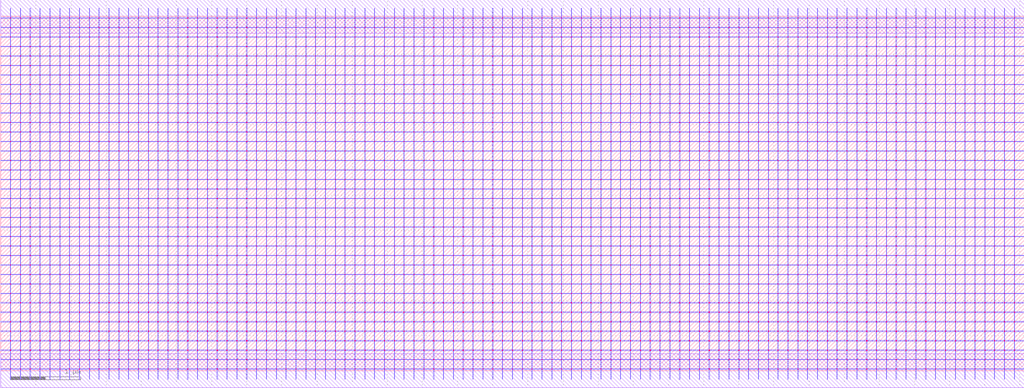
<source format=lef>
MACRO OOOOAI3332_DEBUG
 CLASS CORE ;
 FOREIGN OOOOAI3332_DEBUG 0 0 ;
 SIZE 14.56 BY 5.04 ;
 ORIGIN 0 0 ;
 SYMMETRY X Y R90 ;
 SITE unit ;

 OBS
    LAYER polycont ;
     RECT 1.11600000 2.58300000 1.12400000 2.59100000 ;
     RECT 2.23600000 2.58300000 2.24400000 2.59100000 ;
     RECT 3.35600000 2.58300000 3.36400000 2.59100000 ;
     RECT 4.47600000 2.58300000 4.48400000 2.59100000 ;
     RECT 5.59600000 2.58300000 5.60400000 2.59100000 ;
     RECT 6.71600000 2.58300000 6.72400000 2.59100000 ;
     RECT 7.83600000 2.58300000 7.84400000 2.59100000 ;
     RECT 8.95600000 2.58300000 8.96400000 2.59100000 ;
     RECT 10.07600000 2.58300000 10.08400000 2.59100000 ;
     RECT 11.19600000 2.58300000 11.20400000 2.59100000 ;
     RECT 12.31600000 2.58300000 12.32400000 2.59100000 ;
     RECT 1.11600000 2.98800000 1.12400000 2.99600000 ;
     RECT 2.23600000 2.98800000 2.24400000 2.99600000 ;
     RECT 3.35600000 2.98800000 3.36400000 2.99600000 ;
     RECT 4.47600000 2.98800000 4.48400000 2.99600000 ;
     RECT 5.59600000 2.98800000 5.60400000 2.99600000 ;
     RECT 6.71600000 2.98800000 6.72400000 2.99600000 ;
     RECT 8.95600000 2.98800000 8.96400000 2.99600000 ;
     RECT 10.07600000 2.98800000 10.08400000 2.99600000 ;
     RECT 11.19600000 2.98800000 11.20400000 2.99600000 ;
     RECT 12.31600000 2.98800000 12.32400000 2.99600000 ;
     RECT 13.43600000 2.98800000 13.44400000 2.99600000 ;

    LAYER pdiffc ;
     RECT 0.41600000 3.39300000 0.42400000 3.40100000 ;
     RECT 7.41600000 3.39300000 7.42400000 3.40100000 ;
     RECT 8.25600000 3.39300000 8.26400000 3.40100000 ;
     RECT 14.13600000 3.39300000 14.14400000 3.40100000 ;
     RECT 0.41600000 3.52800000 0.42400000 3.53600000 ;
     RECT 7.41600000 3.52800000 7.42400000 3.53600000 ;
     RECT 8.25600000 3.52800000 8.26400000 3.53600000 ;
     RECT 14.13600000 3.52800000 14.14400000 3.53600000 ;
     RECT 0.41600000 3.66300000 0.42400000 3.67100000 ;
     RECT 7.41600000 3.66300000 7.42400000 3.67100000 ;
     RECT 8.25600000 3.66300000 8.26400000 3.67100000 ;
     RECT 14.13600000 3.66300000 14.14400000 3.67100000 ;
     RECT 0.41600000 3.79800000 0.42400000 3.80600000 ;
     RECT 7.41600000 3.79800000 7.42400000 3.80600000 ;
     RECT 8.25600000 3.79800000 8.26400000 3.80600000 ;
     RECT 14.13600000 3.79800000 14.14400000 3.80600000 ;
     RECT 0.41600000 3.93300000 0.42400000 3.94100000 ;
     RECT 7.41600000 3.93300000 7.42400000 3.94100000 ;
     RECT 8.25600000 3.93300000 8.26400000 3.94100000 ;
     RECT 14.13600000 3.93300000 14.14400000 3.94100000 ;
     RECT 0.41600000 4.06800000 0.42400000 4.07600000 ;
     RECT 7.41600000 4.06800000 7.42400000 4.07600000 ;
     RECT 8.25600000 4.06800000 8.26400000 4.07600000 ;
     RECT 14.13600000 4.06800000 14.14400000 4.07600000 ;
     RECT 0.41600000 4.20300000 0.42400000 4.21100000 ;
     RECT 7.41600000 4.20300000 7.42400000 4.21100000 ;
     RECT 8.25600000 4.20300000 8.26400000 4.21100000 ;
     RECT 14.13600000 4.20300000 14.14400000 4.21100000 ;
     RECT 0.41600000 4.33800000 0.42400000 4.34600000 ;
     RECT 7.41600000 4.33800000 7.42400000 4.34600000 ;
     RECT 8.25600000 4.33800000 8.26400000 4.34600000 ;
     RECT 14.13600000 4.33800000 14.14400000 4.34600000 ;
     RECT 0.41600000 4.47300000 0.42400000 4.48100000 ;
     RECT 7.41600000 4.47300000 7.42400000 4.48100000 ;
     RECT 8.25600000 4.47300000 8.26400000 4.48100000 ;
     RECT 14.13600000 4.47300000 14.14400000 4.48100000 ;
     RECT 0.41600000 4.60800000 0.42400000 4.61600000 ;
     RECT 7.41600000 4.60800000 7.42400000 4.61600000 ;
     RECT 8.25600000 4.60800000 8.26400000 4.61600000 ;
     RECT 14.13600000 4.60800000 14.14400000 4.61600000 ;

    LAYER ndiffc ;
     RECT 7.27600000 0.42300000 7.28400000 0.43100000 ;
     RECT 8.39600000 0.42300000 8.40400000 0.43100000 ;
     RECT 9.51600000 0.42300000 9.52400000 0.43100000 ;
     RECT 10.63600000 0.42300000 10.64400000 0.43100000 ;
     RECT 11.75600000 0.42300000 11.76400000 0.43100000 ;
     RECT 12.87600000 0.42300000 12.88400000 0.43100000 ;
     RECT 13.01600000 0.42300000 13.02400000 0.43100000 ;
     RECT 7.27600000 0.55800000 7.28400000 0.56600000 ;
     RECT 8.39600000 0.55800000 8.40400000 0.56600000 ;
     RECT 9.51600000 0.55800000 9.52400000 0.56600000 ;
     RECT 10.63600000 0.55800000 10.64400000 0.56600000 ;
     RECT 11.75600000 0.55800000 11.76400000 0.56600000 ;
     RECT 12.87600000 0.55800000 12.88400000 0.56600000 ;
     RECT 13.01600000 0.55800000 13.02400000 0.56600000 ;
     RECT 7.27600000 0.69300000 7.28400000 0.70100000 ;
     RECT 8.39600000 0.69300000 8.40400000 0.70100000 ;
     RECT 9.51600000 0.69300000 9.52400000 0.70100000 ;
     RECT 10.63600000 0.69300000 10.64400000 0.70100000 ;
     RECT 11.75600000 0.69300000 11.76400000 0.70100000 ;
     RECT 12.87600000 0.69300000 12.88400000 0.70100000 ;
     RECT 13.01600000 0.69300000 13.02400000 0.70100000 ;
     RECT 7.27600000 0.82800000 7.28400000 0.83600000 ;
     RECT 8.39600000 0.82800000 8.40400000 0.83600000 ;
     RECT 9.51600000 0.82800000 9.52400000 0.83600000 ;
     RECT 10.63600000 0.82800000 10.64400000 0.83600000 ;
     RECT 11.75600000 0.82800000 11.76400000 0.83600000 ;
     RECT 12.87600000 0.82800000 12.88400000 0.83600000 ;
     RECT 13.01600000 0.82800000 13.02400000 0.83600000 ;
     RECT 7.27600000 0.96300000 7.28400000 0.97100000 ;
     RECT 8.39600000 0.96300000 8.40400000 0.97100000 ;
     RECT 9.51600000 0.96300000 9.52400000 0.97100000 ;
     RECT 10.63600000 0.96300000 10.64400000 0.97100000 ;
     RECT 11.75600000 0.96300000 11.76400000 0.97100000 ;
     RECT 12.87600000 0.96300000 12.88400000 0.97100000 ;
     RECT 13.01600000 0.96300000 13.02400000 0.97100000 ;
     RECT 7.27600000 1.09800000 7.28400000 1.10600000 ;
     RECT 8.39600000 1.09800000 8.40400000 1.10600000 ;
     RECT 9.51600000 1.09800000 9.52400000 1.10600000 ;
     RECT 10.63600000 1.09800000 10.64400000 1.10600000 ;
     RECT 11.75600000 1.09800000 11.76400000 1.10600000 ;
     RECT 12.87600000 1.09800000 12.88400000 1.10600000 ;
     RECT 13.01600000 1.09800000 13.02400000 1.10600000 ;
     RECT 7.27600000 1.23300000 7.28400000 1.24100000 ;
     RECT 8.39600000 1.23300000 8.40400000 1.24100000 ;
     RECT 9.51600000 1.23300000 9.52400000 1.24100000 ;
     RECT 10.63600000 1.23300000 10.64400000 1.24100000 ;
     RECT 11.75600000 1.23300000 11.76400000 1.24100000 ;
     RECT 12.87600000 1.23300000 12.88400000 1.24100000 ;
     RECT 13.01600000 1.23300000 13.02400000 1.24100000 ;
     RECT 7.27600000 1.36800000 7.28400000 1.37600000 ;
     RECT 8.39600000 1.36800000 8.40400000 1.37600000 ;
     RECT 9.51600000 1.36800000 9.52400000 1.37600000 ;
     RECT 10.63600000 1.36800000 10.64400000 1.37600000 ;
     RECT 11.75600000 1.36800000 11.76400000 1.37600000 ;
     RECT 12.87600000 1.36800000 12.88400000 1.37600000 ;
     RECT 13.01600000 1.36800000 13.02400000 1.37600000 ;
     RECT 7.27600000 1.50300000 7.28400000 1.51100000 ;
     RECT 8.39600000 1.50300000 8.40400000 1.51100000 ;
     RECT 9.51600000 1.50300000 9.52400000 1.51100000 ;
     RECT 10.63600000 1.50300000 10.64400000 1.51100000 ;
     RECT 11.75600000 1.50300000 11.76400000 1.51100000 ;
     RECT 12.87600000 1.50300000 12.88400000 1.51100000 ;
     RECT 13.01600000 1.50300000 13.02400000 1.51100000 ;
     RECT 7.27600000 1.63800000 7.28400000 1.64600000 ;
     RECT 8.39600000 1.63800000 8.40400000 1.64600000 ;
     RECT 9.51600000 1.63800000 9.52400000 1.64600000 ;
     RECT 10.63600000 1.63800000 10.64400000 1.64600000 ;
     RECT 11.75600000 1.63800000 11.76400000 1.64600000 ;
     RECT 12.87600000 1.63800000 12.88400000 1.64600000 ;
     RECT 13.01600000 1.63800000 13.02400000 1.64600000 ;
     RECT 7.27600000 1.77300000 7.28400000 1.78100000 ;
     RECT 8.39600000 1.77300000 8.40400000 1.78100000 ;
     RECT 9.51600000 1.77300000 9.52400000 1.78100000 ;
     RECT 10.63600000 1.77300000 10.64400000 1.78100000 ;
     RECT 11.75600000 1.77300000 11.76400000 1.78100000 ;
     RECT 12.87600000 1.77300000 12.88400000 1.78100000 ;
     RECT 13.01600000 1.77300000 13.02400000 1.78100000 ;
     RECT 7.27600000 1.90800000 7.28400000 1.91600000 ;
     RECT 8.39600000 1.90800000 8.40400000 1.91600000 ;
     RECT 9.51600000 1.90800000 9.52400000 1.91600000 ;
     RECT 10.63600000 1.90800000 10.64400000 1.91600000 ;
     RECT 11.75600000 1.90800000 11.76400000 1.91600000 ;
     RECT 12.87600000 1.90800000 12.88400000 1.91600000 ;
     RECT 13.01600000 1.90800000 13.02400000 1.91600000 ;
     RECT 7.27600000 2.04300000 7.28400000 2.05100000 ;
     RECT 8.39600000 2.04300000 8.40400000 2.05100000 ;
     RECT 9.51600000 2.04300000 9.52400000 2.05100000 ;
     RECT 10.63600000 2.04300000 10.64400000 2.05100000 ;
     RECT 11.75600000 2.04300000 11.76400000 2.05100000 ;
     RECT 12.87600000 2.04300000 12.88400000 2.05100000 ;
     RECT 13.01600000 2.04300000 13.02400000 2.05100000 ;
     RECT 0.41600000 0.82800000 0.42400000 0.83600000 ;
     RECT 0.55600000 0.82800000 0.56400000 0.83600000 ;
     RECT 1.67600000 0.82800000 1.68400000 0.83600000 ;
     RECT 2.79600000 0.82800000 2.80400000 0.83600000 ;
     RECT 3.91600000 0.82800000 3.92400000 0.83600000 ;
     RECT 5.03600000 0.82800000 5.04400000 0.83600000 ;
     RECT 6.15600000 0.82800000 6.16400000 0.83600000 ;
     RECT 0.41600000 1.36800000 0.42400000 1.37600000 ;
     RECT 0.55600000 1.36800000 0.56400000 1.37600000 ;
     RECT 1.67600000 1.36800000 1.68400000 1.37600000 ;
     RECT 2.79600000 1.36800000 2.80400000 1.37600000 ;
     RECT 3.91600000 1.36800000 3.92400000 1.37600000 ;
     RECT 5.03600000 1.36800000 5.04400000 1.37600000 ;
     RECT 6.15600000 1.36800000 6.16400000 1.37600000 ;
     RECT 0.41600000 0.42300000 0.42400000 0.43100000 ;
     RECT 0.55600000 0.42300000 0.56400000 0.43100000 ;
     RECT 1.67600000 0.42300000 1.68400000 0.43100000 ;
     RECT 2.79600000 0.42300000 2.80400000 0.43100000 ;
     RECT 3.91600000 0.42300000 3.92400000 0.43100000 ;
     RECT 5.03600000 0.42300000 5.04400000 0.43100000 ;
     RECT 6.15600000 0.42300000 6.16400000 0.43100000 ;
     RECT 0.41600000 1.50300000 0.42400000 1.51100000 ;
     RECT 0.55600000 1.50300000 0.56400000 1.51100000 ;
     RECT 1.67600000 1.50300000 1.68400000 1.51100000 ;
     RECT 2.79600000 1.50300000 2.80400000 1.51100000 ;
     RECT 3.91600000 1.50300000 3.92400000 1.51100000 ;
     RECT 5.03600000 1.50300000 5.04400000 1.51100000 ;
     RECT 6.15600000 1.50300000 6.16400000 1.51100000 ;
     RECT 0.41600000 0.96300000 0.42400000 0.97100000 ;
     RECT 0.55600000 0.96300000 0.56400000 0.97100000 ;
     RECT 1.67600000 0.96300000 1.68400000 0.97100000 ;
     RECT 2.79600000 0.96300000 2.80400000 0.97100000 ;
     RECT 3.91600000 0.96300000 3.92400000 0.97100000 ;
     RECT 5.03600000 0.96300000 5.04400000 0.97100000 ;
     RECT 6.15600000 0.96300000 6.16400000 0.97100000 ;
     RECT 0.41600000 1.63800000 0.42400000 1.64600000 ;
     RECT 0.55600000 1.63800000 0.56400000 1.64600000 ;
     RECT 1.67600000 1.63800000 1.68400000 1.64600000 ;
     RECT 2.79600000 1.63800000 2.80400000 1.64600000 ;
     RECT 3.91600000 1.63800000 3.92400000 1.64600000 ;
     RECT 5.03600000 1.63800000 5.04400000 1.64600000 ;
     RECT 6.15600000 1.63800000 6.16400000 1.64600000 ;
     RECT 0.41600000 0.69300000 0.42400000 0.70100000 ;
     RECT 0.55600000 0.69300000 0.56400000 0.70100000 ;
     RECT 1.67600000 0.69300000 1.68400000 0.70100000 ;
     RECT 2.79600000 0.69300000 2.80400000 0.70100000 ;
     RECT 3.91600000 0.69300000 3.92400000 0.70100000 ;
     RECT 5.03600000 0.69300000 5.04400000 0.70100000 ;
     RECT 6.15600000 0.69300000 6.16400000 0.70100000 ;
     RECT 0.41600000 1.77300000 0.42400000 1.78100000 ;
     RECT 0.55600000 1.77300000 0.56400000 1.78100000 ;
     RECT 1.67600000 1.77300000 1.68400000 1.78100000 ;
     RECT 2.79600000 1.77300000 2.80400000 1.78100000 ;
     RECT 3.91600000 1.77300000 3.92400000 1.78100000 ;
     RECT 5.03600000 1.77300000 5.04400000 1.78100000 ;
     RECT 6.15600000 1.77300000 6.16400000 1.78100000 ;
     RECT 0.41600000 1.09800000 0.42400000 1.10600000 ;
     RECT 0.55600000 1.09800000 0.56400000 1.10600000 ;
     RECT 1.67600000 1.09800000 1.68400000 1.10600000 ;
     RECT 2.79600000 1.09800000 2.80400000 1.10600000 ;
     RECT 3.91600000 1.09800000 3.92400000 1.10600000 ;
     RECT 5.03600000 1.09800000 5.04400000 1.10600000 ;
     RECT 6.15600000 1.09800000 6.16400000 1.10600000 ;
     RECT 0.41600000 1.90800000 0.42400000 1.91600000 ;
     RECT 0.55600000 1.90800000 0.56400000 1.91600000 ;
     RECT 1.67600000 1.90800000 1.68400000 1.91600000 ;
     RECT 2.79600000 1.90800000 2.80400000 1.91600000 ;
     RECT 3.91600000 1.90800000 3.92400000 1.91600000 ;
     RECT 5.03600000 1.90800000 5.04400000 1.91600000 ;
     RECT 6.15600000 1.90800000 6.16400000 1.91600000 ;
     RECT 0.41600000 0.55800000 0.42400000 0.56600000 ;
     RECT 0.55600000 0.55800000 0.56400000 0.56600000 ;
     RECT 1.67600000 0.55800000 1.68400000 0.56600000 ;
     RECT 2.79600000 0.55800000 2.80400000 0.56600000 ;
     RECT 3.91600000 0.55800000 3.92400000 0.56600000 ;
     RECT 5.03600000 0.55800000 5.04400000 0.56600000 ;
     RECT 6.15600000 0.55800000 6.16400000 0.56600000 ;
     RECT 0.41600000 2.04300000 0.42400000 2.05100000 ;
     RECT 0.55600000 2.04300000 0.56400000 2.05100000 ;
     RECT 1.67600000 2.04300000 1.68400000 2.05100000 ;
     RECT 2.79600000 2.04300000 2.80400000 2.05100000 ;
     RECT 3.91600000 2.04300000 3.92400000 2.05100000 ;
     RECT 5.03600000 2.04300000 5.04400000 2.05100000 ;
     RECT 6.15600000 2.04300000 6.16400000 2.05100000 ;
     RECT 0.41600000 1.23300000 0.42400000 1.24100000 ;
     RECT 0.55600000 1.23300000 0.56400000 1.24100000 ;
     RECT 1.67600000 1.23300000 1.68400000 1.24100000 ;
     RECT 2.79600000 1.23300000 2.80400000 1.24100000 ;
     RECT 3.91600000 1.23300000 3.92400000 1.24100000 ;
     RECT 5.03600000 1.23300000 5.04400000 1.24100000 ;
     RECT 6.15600000 1.23300000 6.16400000 1.24100000 ;

    LAYER met1 ;
     RECT 0.00000000 -0.24000000 14.56000000 0.24000000 ;
     RECT 7.27600000 0.24000000 7.28400000 0.28800000 ;
     RECT 0.02500000 0.28800000 14.53500000 0.29600000 ;
     RECT 7.27600000 0.29600000 7.28400000 0.42300000 ;
     RECT 0.02500000 0.42300000 14.53500000 0.43100000 ;
     RECT 7.27600000 0.43100000 7.28400000 0.55800000 ;
     RECT 0.02500000 0.55800000 14.53500000 0.56600000 ;
     RECT 7.27600000 0.56600000 7.28400000 0.69300000 ;
     RECT 0.02500000 0.69300000 14.53500000 0.70100000 ;
     RECT 7.27600000 0.70100000 7.28400000 0.82800000 ;
     RECT 0.02500000 0.82800000 14.53500000 0.83600000 ;
     RECT 7.27600000 0.83600000 7.28400000 0.96300000 ;
     RECT 0.02500000 0.96300000 14.53500000 0.97100000 ;
     RECT 7.27600000 0.97100000 7.28400000 1.09800000 ;
     RECT 0.02500000 1.09800000 14.53500000 1.10600000 ;
     RECT 7.27600000 1.10600000 7.28400000 1.23300000 ;
     RECT 0.02500000 1.23300000 14.53500000 1.24100000 ;
     RECT 7.27600000 1.24100000 7.28400000 1.36800000 ;
     RECT 0.02500000 1.36800000 14.53500000 1.37600000 ;
     RECT 7.27600000 1.37600000 7.28400000 1.50300000 ;
     RECT 0.02500000 1.50300000 14.53500000 1.51100000 ;
     RECT 7.27600000 1.51100000 7.28400000 1.63800000 ;
     RECT 0.02500000 1.63800000 14.53500000 1.64600000 ;
     RECT 7.27600000 1.64600000 7.28400000 1.77300000 ;
     RECT 0.02500000 1.77300000 14.53500000 1.78100000 ;
     RECT 7.27600000 1.78100000 7.28400000 1.90800000 ;
     RECT 0.02500000 1.90800000 14.53500000 1.91600000 ;
     RECT 7.27600000 1.91600000 7.28400000 2.04300000 ;
     RECT 0.02500000 2.04300000 14.53500000 2.05100000 ;
     RECT 7.27600000 2.05100000 7.28400000 2.17800000 ;
     RECT 0.02500000 2.17800000 14.53500000 2.18600000 ;
     RECT 7.27600000 2.18600000 7.28400000 2.31300000 ;
     RECT 0.02500000 2.31300000 14.53500000 2.32100000 ;
     RECT 7.27600000 2.32100000 7.28400000 2.44800000 ;
     RECT 0.02500000 2.44800000 14.53500000 2.45600000 ;
     RECT 0.13600000 2.45600000 0.14400000 2.58300000 ;
     RECT 0.27600000 2.45600000 0.28400000 2.58300000 ;
     RECT 0.41600000 2.45600000 0.42400000 2.58300000 ;
     RECT 0.55600000 2.45600000 0.56400000 2.58300000 ;
     RECT 0.69600000 2.45600000 0.70400000 2.58300000 ;
     RECT 0.83600000 2.45600000 0.84400000 2.58300000 ;
     RECT 0.97600000 2.45600000 0.98400000 2.58300000 ;
     RECT 1.11600000 2.45600000 1.12400000 2.58300000 ;
     RECT 1.25600000 2.45600000 1.26400000 2.58300000 ;
     RECT 1.39600000 2.45600000 1.40400000 2.58300000 ;
     RECT 1.53600000 2.45600000 1.54400000 2.58300000 ;
     RECT 1.67600000 2.45600000 1.68400000 2.58300000 ;
     RECT 1.81600000 2.45600000 1.82400000 2.58300000 ;
     RECT 1.95600000 2.45600000 1.96400000 2.58300000 ;
     RECT 2.09600000 2.45600000 2.10400000 2.58300000 ;
     RECT 2.23600000 2.45600000 2.24400000 2.58300000 ;
     RECT 2.37600000 2.45600000 2.38400000 2.58300000 ;
     RECT 2.51600000 2.45600000 2.52400000 2.58300000 ;
     RECT 2.65600000 2.45600000 2.66400000 2.58300000 ;
     RECT 2.79600000 2.45600000 2.80400000 2.58300000 ;
     RECT 2.93600000 2.45600000 2.94400000 2.58300000 ;
     RECT 3.07600000 2.45600000 3.08400000 2.58300000 ;
     RECT 3.21600000 2.45600000 3.22400000 2.58300000 ;
     RECT 3.35600000 2.45600000 3.36400000 2.58300000 ;
     RECT 3.49600000 2.45600000 3.50400000 2.58300000 ;
     RECT 3.63600000 2.45600000 3.64400000 2.58300000 ;
     RECT 3.77600000 2.45600000 3.78400000 2.58300000 ;
     RECT 3.91600000 2.45600000 3.92400000 2.58300000 ;
     RECT 4.05600000 2.45600000 4.06400000 2.58300000 ;
     RECT 4.19600000 2.45600000 4.20400000 2.58300000 ;
     RECT 4.33600000 2.45600000 4.34400000 2.58300000 ;
     RECT 4.47600000 2.45600000 4.48400000 2.58300000 ;
     RECT 4.61600000 2.45600000 4.62400000 2.58300000 ;
     RECT 4.75600000 2.45600000 4.76400000 2.58300000 ;
     RECT 4.89600000 2.45600000 4.90400000 2.58300000 ;
     RECT 5.03600000 2.45600000 5.04400000 2.58300000 ;
     RECT 5.17600000 2.45600000 5.18400000 2.58300000 ;
     RECT 5.31600000 2.45600000 5.32400000 2.58300000 ;
     RECT 5.45600000 2.45600000 5.46400000 2.58300000 ;
     RECT 5.59600000 2.45600000 5.60400000 2.58300000 ;
     RECT 5.73600000 2.45600000 5.74400000 2.58300000 ;
     RECT 5.87600000 2.45600000 5.88400000 2.58300000 ;
     RECT 6.01600000 2.45600000 6.02400000 2.58300000 ;
     RECT 6.15600000 2.45600000 6.16400000 2.58300000 ;
     RECT 6.29600000 2.45600000 6.30400000 2.58300000 ;
     RECT 6.43600000 2.45600000 6.44400000 2.58300000 ;
     RECT 6.57600000 2.45600000 6.58400000 2.58300000 ;
     RECT 6.71600000 2.45600000 6.72400000 2.58300000 ;
     RECT 6.85600000 2.45600000 6.86400000 2.58300000 ;
     RECT 6.99600000 2.45600000 7.00400000 2.58300000 ;
     RECT 7.13600000 2.45600000 7.14400000 2.58300000 ;
     RECT 7.27600000 2.45600000 7.28400000 2.58300000 ;
     RECT 7.41600000 2.45600000 7.42400000 2.58300000 ;
     RECT 7.55600000 2.45600000 7.56400000 2.58300000 ;
     RECT 7.69600000 2.45600000 7.70400000 2.58300000 ;
     RECT 7.83600000 2.45600000 7.84400000 2.58300000 ;
     RECT 7.97600000 2.45600000 7.98400000 2.58300000 ;
     RECT 8.11600000 2.45600000 8.12400000 2.58300000 ;
     RECT 8.25600000 2.45600000 8.26400000 2.58300000 ;
     RECT 8.39600000 2.45600000 8.40400000 2.58300000 ;
     RECT 8.53600000 2.45600000 8.54400000 2.58300000 ;
     RECT 8.67600000 2.45600000 8.68400000 2.58300000 ;
     RECT 8.81600000 2.45600000 8.82400000 2.58300000 ;
     RECT 8.95600000 2.45600000 8.96400000 2.58300000 ;
     RECT 9.09600000 2.45600000 9.10400000 2.58300000 ;
     RECT 9.23600000 2.45600000 9.24400000 2.58300000 ;
     RECT 9.37600000 2.45600000 9.38400000 2.58300000 ;
     RECT 9.51600000 2.45600000 9.52400000 2.58300000 ;
     RECT 9.65600000 2.45600000 9.66400000 2.58300000 ;
     RECT 9.79600000 2.45600000 9.80400000 2.58300000 ;
     RECT 9.93600000 2.45600000 9.94400000 2.58300000 ;
     RECT 10.07600000 2.45600000 10.08400000 2.58300000 ;
     RECT 10.21600000 2.45600000 10.22400000 2.58300000 ;
     RECT 10.35600000 2.45600000 10.36400000 2.58300000 ;
     RECT 10.49600000 2.45600000 10.50400000 2.58300000 ;
     RECT 10.63600000 2.45600000 10.64400000 2.58300000 ;
     RECT 10.77600000 2.45600000 10.78400000 2.58300000 ;
     RECT 10.91600000 2.45600000 10.92400000 2.58300000 ;
     RECT 11.05600000 2.45600000 11.06400000 2.58300000 ;
     RECT 11.19600000 2.45600000 11.20400000 2.58300000 ;
     RECT 11.33600000 2.45600000 11.34400000 2.58300000 ;
     RECT 11.47600000 2.45600000 11.48400000 2.58300000 ;
     RECT 11.61600000 2.45600000 11.62400000 2.58300000 ;
     RECT 11.75600000 2.45600000 11.76400000 2.58300000 ;
     RECT 11.89600000 2.45600000 11.90400000 2.58300000 ;
     RECT 12.03600000 2.45600000 12.04400000 2.58300000 ;
     RECT 12.17600000 2.45600000 12.18400000 2.58300000 ;
     RECT 12.31600000 2.45600000 12.32400000 2.58300000 ;
     RECT 12.45600000 2.45600000 12.46400000 2.58300000 ;
     RECT 12.59600000 2.45600000 12.60400000 2.58300000 ;
     RECT 12.73600000 2.45600000 12.74400000 2.58300000 ;
     RECT 12.87600000 2.45600000 12.88400000 2.58300000 ;
     RECT 13.01600000 2.45600000 13.02400000 2.58300000 ;
     RECT 13.15600000 2.45600000 13.16400000 2.58300000 ;
     RECT 13.29600000 2.45600000 13.30400000 2.58300000 ;
     RECT 13.43600000 2.45600000 13.44400000 2.58300000 ;
     RECT 13.57600000 2.45600000 13.58400000 2.58300000 ;
     RECT 13.71600000 2.45600000 13.72400000 2.58300000 ;
     RECT 13.85600000 2.45600000 13.86400000 2.58300000 ;
     RECT 13.99600000 2.45600000 14.00400000 2.58300000 ;
     RECT 14.13600000 2.45600000 14.14400000 2.58300000 ;
     RECT 14.27600000 2.45600000 14.28400000 2.58300000 ;
     RECT 14.41600000 2.45600000 14.42400000 2.58300000 ;
     RECT 0.02500000 2.58300000 14.53500000 2.59100000 ;
     RECT 7.27600000 2.59100000 7.28400000 2.71800000 ;
     RECT 0.02500000 2.71800000 14.53500000 2.72600000 ;
     RECT 7.27600000 2.72600000 7.28400000 2.85300000 ;
     RECT 0.02500000 2.85300000 14.53500000 2.86100000 ;
     RECT 7.27600000 2.86100000 7.28400000 2.98800000 ;
     RECT 0.02500000 2.98800000 14.53500000 2.99600000 ;
     RECT 7.27600000 2.99600000 7.28400000 3.12300000 ;
     RECT 0.02500000 3.12300000 14.53500000 3.13100000 ;
     RECT 7.27600000 3.13100000 7.28400000 3.25800000 ;
     RECT 0.02500000 3.25800000 14.53500000 3.26600000 ;
     RECT 7.27600000 3.26600000 7.28400000 3.39300000 ;
     RECT 0.02500000 3.39300000 14.53500000 3.40100000 ;
     RECT 7.27600000 3.40100000 7.28400000 3.52800000 ;
     RECT 0.02500000 3.52800000 14.53500000 3.53600000 ;
     RECT 7.27600000 3.53600000 7.28400000 3.66300000 ;
     RECT 0.02500000 3.66300000 14.53500000 3.67100000 ;
     RECT 7.27600000 3.67100000 7.28400000 3.79800000 ;
     RECT 0.02500000 3.79800000 14.53500000 3.80600000 ;
     RECT 7.27600000 3.80600000 7.28400000 3.93300000 ;
     RECT 0.02500000 3.93300000 14.53500000 3.94100000 ;
     RECT 7.27600000 3.94100000 7.28400000 4.06800000 ;
     RECT 0.02500000 4.06800000 14.53500000 4.07600000 ;
     RECT 7.27600000 4.07600000 7.28400000 4.20300000 ;
     RECT 0.02500000 4.20300000 14.53500000 4.21100000 ;
     RECT 7.27600000 4.21100000 7.28400000 4.33800000 ;
     RECT 0.02500000 4.33800000 14.53500000 4.34600000 ;
     RECT 7.27600000 4.34600000 7.28400000 4.47300000 ;
     RECT 0.02500000 4.47300000 14.53500000 4.48100000 ;
     RECT 7.27600000 4.48100000 7.28400000 4.60800000 ;
     RECT 0.02500000 4.60800000 14.53500000 4.61600000 ;
     RECT 7.27600000 4.61600000 7.28400000 4.74300000 ;
     RECT 0.02500000 4.74300000 14.53500000 4.75100000 ;
     RECT 7.27600000 4.75100000 7.28400000 4.80000000 ;
     RECT 0.00000000 4.80000000 14.56000000 5.28000000 ;
     RECT 10.91600000 2.72600000 10.92400000 2.85300000 ;
     RECT 10.91600000 2.86100000 10.92400000 2.98800000 ;
     RECT 10.91600000 2.99600000 10.92400000 3.12300000 ;
     RECT 10.91600000 3.13100000 10.92400000 3.25800000 ;
     RECT 10.91600000 3.26600000 10.92400000 3.39300000 ;
     RECT 10.91600000 3.40100000 10.92400000 3.52800000 ;
     RECT 10.91600000 3.53600000 10.92400000 3.66300000 ;
     RECT 10.91600000 3.67100000 10.92400000 3.79800000 ;
     RECT 7.41600000 3.80600000 7.42400000 3.93300000 ;
     RECT 7.55600000 3.80600000 7.56400000 3.93300000 ;
     RECT 7.69600000 3.80600000 7.70400000 3.93300000 ;
     RECT 7.83600000 3.80600000 7.84400000 3.93300000 ;
     RECT 7.97600000 3.80600000 7.98400000 3.93300000 ;
     RECT 8.11600000 3.80600000 8.12400000 3.93300000 ;
     RECT 8.25600000 3.80600000 8.26400000 3.93300000 ;
     RECT 8.39600000 3.80600000 8.40400000 3.93300000 ;
     RECT 8.53600000 3.80600000 8.54400000 3.93300000 ;
     RECT 8.67600000 3.80600000 8.68400000 3.93300000 ;
     RECT 8.81600000 3.80600000 8.82400000 3.93300000 ;
     RECT 8.95600000 3.80600000 8.96400000 3.93300000 ;
     RECT 9.09600000 3.80600000 9.10400000 3.93300000 ;
     RECT 9.23600000 3.80600000 9.24400000 3.93300000 ;
     RECT 9.37600000 3.80600000 9.38400000 3.93300000 ;
     RECT 9.51600000 3.80600000 9.52400000 3.93300000 ;
     RECT 9.65600000 3.80600000 9.66400000 3.93300000 ;
     RECT 9.79600000 3.80600000 9.80400000 3.93300000 ;
     RECT 9.93600000 3.80600000 9.94400000 3.93300000 ;
     RECT 10.07600000 3.80600000 10.08400000 3.93300000 ;
     RECT 10.21600000 3.80600000 10.22400000 3.93300000 ;
     RECT 10.35600000 3.80600000 10.36400000 3.93300000 ;
     RECT 10.49600000 3.80600000 10.50400000 3.93300000 ;
     RECT 10.63600000 3.80600000 10.64400000 3.93300000 ;
     RECT 10.77600000 3.80600000 10.78400000 3.93300000 ;
     RECT 10.91600000 3.80600000 10.92400000 3.93300000 ;
     RECT 11.05600000 3.80600000 11.06400000 3.93300000 ;
     RECT 11.19600000 3.80600000 11.20400000 3.93300000 ;
     RECT 11.33600000 3.80600000 11.34400000 3.93300000 ;
     RECT 11.47600000 3.80600000 11.48400000 3.93300000 ;
     RECT 11.61600000 3.80600000 11.62400000 3.93300000 ;
     RECT 11.75600000 3.80600000 11.76400000 3.93300000 ;
     RECT 11.89600000 3.80600000 11.90400000 3.93300000 ;
     RECT 12.03600000 3.80600000 12.04400000 3.93300000 ;
     RECT 12.17600000 3.80600000 12.18400000 3.93300000 ;
     RECT 12.31600000 3.80600000 12.32400000 3.93300000 ;
     RECT 12.45600000 3.80600000 12.46400000 3.93300000 ;
     RECT 12.59600000 3.80600000 12.60400000 3.93300000 ;
     RECT 12.73600000 3.80600000 12.74400000 3.93300000 ;
     RECT 12.87600000 3.80600000 12.88400000 3.93300000 ;
     RECT 13.01600000 3.80600000 13.02400000 3.93300000 ;
     RECT 13.15600000 3.80600000 13.16400000 3.93300000 ;
     RECT 13.29600000 3.80600000 13.30400000 3.93300000 ;
     RECT 13.43600000 3.80600000 13.44400000 3.93300000 ;
     RECT 13.57600000 3.80600000 13.58400000 3.93300000 ;
     RECT 13.71600000 3.80600000 13.72400000 3.93300000 ;
     RECT 13.85600000 3.80600000 13.86400000 3.93300000 ;
     RECT 13.99600000 3.80600000 14.00400000 3.93300000 ;
     RECT 14.13600000 3.80600000 14.14400000 3.93300000 ;
     RECT 14.27600000 3.80600000 14.28400000 3.93300000 ;
     RECT 14.41600000 3.80600000 14.42400000 3.93300000 ;
     RECT 10.91600000 3.94100000 10.92400000 4.06800000 ;
     RECT 10.91600000 4.07600000 10.92400000 4.20300000 ;
     RECT 10.91600000 4.21100000 10.92400000 4.33800000 ;
     RECT 10.91600000 2.59100000 10.92400000 2.71800000 ;
     RECT 10.91600000 4.34600000 10.92400000 4.47300000 ;
     RECT 10.91600000 4.48100000 10.92400000 4.60800000 ;
     RECT 10.91600000 4.61600000 10.92400000 4.74300000 ;
     RECT 10.91600000 4.75100000 10.92400000 4.80000000 ;
     RECT 12.73600000 3.94100000 12.74400000 4.06800000 ;
     RECT 12.73600000 4.07600000 12.74400000 4.20300000 ;
     RECT 12.73600000 4.21100000 12.74400000 4.33800000 ;
     RECT 12.73600000 4.34600000 12.74400000 4.47300000 ;
     RECT 11.05600000 4.48100000 11.06400000 4.60800000 ;
     RECT 11.19600000 4.48100000 11.20400000 4.60800000 ;
     RECT 11.33600000 4.48100000 11.34400000 4.60800000 ;
     RECT 11.47600000 4.48100000 11.48400000 4.60800000 ;
     RECT 11.61600000 4.48100000 11.62400000 4.60800000 ;
     RECT 11.75600000 4.48100000 11.76400000 4.60800000 ;
     RECT 11.89600000 4.48100000 11.90400000 4.60800000 ;
     RECT 12.03600000 4.48100000 12.04400000 4.60800000 ;
     RECT 12.17600000 4.48100000 12.18400000 4.60800000 ;
     RECT 12.31600000 4.48100000 12.32400000 4.60800000 ;
     RECT 12.45600000 4.48100000 12.46400000 4.60800000 ;
     RECT 12.59600000 4.48100000 12.60400000 4.60800000 ;
     RECT 12.73600000 4.48100000 12.74400000 4.60800000 ;
     RECT 12.87600000 4.48100000 12.88400000 4.60800000 ;
     RECT 13.01600000 4.48100000 13.02400000 4.60800000 ;
     RECT 13.15600000 4.48100000 13.16400000 4.60800000 ;
     RECT 13.29600000 4.48100000 13.30400000 4.60800000 ;
     RECT 13.43600000 4.48100000 13.44400000 4.60800000 ;
     RECT 13.57600000 4.48100000 13.58400000 4.60800000 ;
     RECT 13.71600000 4.48100000 13.72400000 4.60800000 ;
     RECT 13.85600000 4.48100000 13.86400000 4.60800000 ;
     RECT 13.99600000 4.48100000 14.00400000 4.60800000 ;
     RECT 14.13600000 4.48100000 14.14400000 4.60800000 ;
     RECT 14.27600000 4.48100000 14.28400000 4.60800000 ;
     RECT 14.41600000 4.48100000 14.42400000 4.60800000 ;
     RECT 12.73600000 4.61600000 12.74400000 4.74300000 ;
     RECT 12.73600000 4.75100000 12.74400000 4.80000000 ;
     RECT 13.01600000 4.61600000 13.02400000 4.74300000 ;
     RECT 13.15600000 4.61600000 13.16400000 4.74300000 ;
     RECT 13.29600000 4.61600000 13.30400000 4.74300000 ;
     RECT 13.43600000 4.61600000 13.44400000 4.74300000 ;
     RECT 13.57600000 4.61600000 13.58400000 4.74300000 ;
     RECT 13.71600000 4.61600000 13.72400000 4.74300000 ;
     RECT 13.85600000 4.61600000 13.86400000 4.74300000 ;
     RECT 13.99600000 4.61600000 14.00400000 4.74300000 ;
     RECT 14.13600000 4.61600000 14.14400000 4.74300000 ;
     RECT 14.27600000 4.61600000 14.28400000 4.74300000 ;
     RECT 14.41600000 4.61600000 14.42400000 4.74300000 ;
     RECT 12.87600000 4.61600000 12.88400000 4.74300000 ;
     RECT 12.87600000 4.75100000 12.88400000 4.80000000 ;
     RECT 13.01600000 4.75100000 13.02400000 4.80000000 ;
     RECT 13.15600000 4.75100000 13.16400000 4.80000000 ;
     RECT 13.29600000 4.75100000 13.30400000 4.80000000 ;
     RECT 13.43600000 4.75100000 13.44400000 4.80000000 ;
     RECT 13.57600000 4.75100000 13.58400000 4.80000000 ;
     RECT 13.71600000 4.75100000 13.72400000 4.80000000 ;
     RECT 13.85600000 4.75100000 13.86400000 4.80000000 ;
     RECT 13.99600000 4.75100000 14.00400000 4.80000000 ;
     RECT 14.13600000 4.75100000 14.14400000 4.80000000 ;
     RECT 14.27600000 4.75100000 14.28400000 4.80000000 ;
     RECT 14.41600000 4.75100000 14.42400000 4.80000000 ;
     RECT 11.19600000 4.75100000 11.20400000 4.80000000 ;
     RECT 11.33600000 4.75100000 11.34400000 4.80000000 ;
     RECT 11.47600000 4.75100000 11.48400000 4.80000000 ;
     RECT 11.61600000 4.75100000 11.62400000 4.80000000 ;
     RECT 11.75600000 4.75100000 11.76400000 4.80000000 ;
     RECT 11.89600000 4.75100000 11.90400000 4.80000000 ;
     RECT 12.03600000 4.75100000 12.04400000 4.80000000 ;
     RECT 12.17600000 4.75100000 12.18400000 4.80000000 ;
     RECT 12.31600000 4.75100000 12.32400000 4.80000000 ;
     RECT 12.45600000 4.75100000 12.46400000 4.80000000 ;
     RECT 12.59600000 4.75100000 12.60400000 4.80000000 ;
     RECT 11.19600000 4.61600000 11.20400000 4.74300000 ;
     RECT 11.33600000 4.61600000 11.34400000 4.74300000 ;
     RECT 11.47600000 4.61600000 11.48400000 4.74300000 ;
     RECT 11.61600000 4.61600000 11.62400000 4.74300000 ;
     RECT 11.75600000 4.61600000 11.76400000 4.74300000 ;
     RECT 11.89600000 4.61600000 11.90400000 4.74300000 ;
     RECT 12.03600000 4.61600000 12.04400000 4.74300000 ;
     RECT 12.17600000 4.61600000 12.18400000 4.74300000 ;
     RECT 12.31600000 4.61600000 12.32400000 4.74300000 ;
     RECT 12.45600000 4.61600000 12.46400000 4.74300000 ;
     RECT 12.59600000 4.61600000 12.60400000 4.74300000 ;
     RECT 11.05600000 4.61600000 11.06400000 4.74300000 ;
     RECT 11.05600000 4.75100000 11.06400000 4.80000000 ;
     RECT 12.59600000 4.21100000 12.60400000 4.33800000 ;
     RECT 12.31600000 3.94100000 12.32400000 4.06800000 ;
     RECT 11.33600000 3.94100000 11.34400000 4.06800000 ;
     RECT 11.47600000 3.94100000 11.48400000 4.06800000 ;
     RECT 11.05600000 4.34600000 11.06400000 4.47300000 ;
     RECT 11.19600000 4.34600000 11.20400000 4.47300000 ;
     RECT 11.33600000 4.34600000 11.34400000 4.47300000 ;
     RECT 11.47600000 4.34600000 11.48400000 4.47300000 ;
     RECT 11.61600000 4.34600000 11.62400000 4.47300000 ;
     RECT 11.75600000 4.34600000 11.76400000 4.47300000 ;
     RECT 11.89600000 4.34600000 11.90400000 4.47300000 ;
     RECT 12.03600000 4.34600000 12.04400000 4.47300000 ;
     RECT 12.17600000 4.34600000 12.18400000 4.47300000 ;
     RECT 12.31600000 4.34600000 12.32400000 4.47300000 ;
     RECT 12.45600000 4.34600000 12.46400000 4.47300000 ;
     RECT 12.59600000 4.34600000 12.60400000 4.47300000 ;
     RECT 12.45600000 3.94100000 12.46400000 4.06800000 ;
     RECT 11.61600000 3.94100000 11.62400000 4.06800000 ;
     RECT 12.59600000 3.94100000 12.60400000 4.06800000 ;
     RECT 12.03600000 3.94100000 12.04400000 4.06800000 ;
     RECT 11.05600000 3.94100000 11.06400000 4.06800000 ;
     RECT 11.05600000 4.07600000 11.06400000 4.20300000 ;
     RECT 11.89600000 3.94100000 11.90400000 4.06800000 ;
     RECT 11.19600000 4.07600000 11.20400000 4.20300000 ;
     RECT 11.33600000 4.07600000 11.34400000 4.20300000 ;
     RECT 11.47600000 4.07600000 11.48400000 4.20300000 ;
     RECT 11.61600000 4.07600000 11.62400000 4.20300000 ;
     RECT 11.75600000 4.07600000 11.76400000 4.20300000 ;
     RECT 11.89600000 4.07600000 11.90400000 4.20300000 ;
     RECT 12.03600000 4.07600000 12.04400000 4.20300000 ;
     RECT 12.17600000 4.07600000 12.18400000 4.20300000 ;
     RECT 12.31600000 4.07600000 12.32400000 4.20300000 ;
     RECT 12.45600000 4.07600000 12.46400000 4.20300000 ;
     RECT 12.59600000 4.07600000 12.60400000 4.20300000 ;
     RECT 12.17600000 3.94100000 12.18400000 4.06800000 ;
     RECT 11.19600000 3.94100000 11.20400000 4.06800000 ;
     RECT 11.05600000 4.21100000 11.06400000 4.33800000 ;
     RECT 11.19600000 4.21100000 11.20400000 4.33800000 ;
     RECT 11.33600000 4.21100000 11.34400000 4.33800000 ;
     RECT 11.47600000 4.21100000 11.48400000 4.33800000 ;
     RECT 11.61600000 4.21100000 11.62400000 4.33800000 ;
     RECT 11.75600000 4.21100000 11.76400000 4.33800000 ;
     RECT 11.89600000 4.21100000 11.90400000 4.33800000 ;
     RECT 12.03600000 4.21100000 12.04400000 4.33800000 ;
     RECT 11.75600000 3.94100000 11.76400000 4.06800000 ;
     RECT 12.17600000 4.21100000 12.18400000 4.33800000 ;
     RECT 12.31600000 4.21100000 12.32400000 4.33800000 ;
     RECT 12.45600000 4.21100000 12.46400000 4.33800000 ;
     RECT 14.41600000 4.07600000 14.42400000 4.20300000 ;
     RECT 13.15600000 3.94100000 13.16400000 4.06800000 ;
     RECT 13.29600000 3.94100000 13.30400000 4.06800000 ;
     RECT 13.43600000 3.94100000 13.44400000 4.06800000 ;
     RECT 13.57600000 3.94100000 13.58400000 4.06800000 ;
     RECT 13.71600000 3.94100000 13.72400000 4.06800000 ;
     RECT 12.87600000 4.34600000 12.88400000 4.47300000 ;
     RECT 13.01600000 4.34600000 13.02400000 4.47300000 ;
     RECT 13.15600000 4.34600000 13.16400000 4.47300000 ;
     RECT 13.29600000 4.34600000 13.30400000 4.47300000 ;
     RECT 13.43600000 4.34600000 13.44400000 4.47300000 ;
     RECT 13.57600000 4.34600000 13.58400000 4.47300000 ;
     RECT 13.71600000 4.34600000 13.72400000 4.47300000 ;
     RECT 13.85600000 4.34600000 13.86400000 4.47300000 ;
     RECT 13.99600000 4.34600000 14.00400000 4.47300000 ;
     RECT 14.13600000 4.34600000 14.14400000 4.47300000 ;
     RECT 14.27600000 4.34600000 14.28400000 4.47300000 ;
     RECT 14.41600000 4.34600000 14.42400000 4.47300000 ;
     RECT 13.85600000 3.94100000 13.86400000 4.06800000 ;
     RECT 13.99600000 3.94100000 14.00400000 4.06800000 ;
     RECT 14.13600000 3.94100000 14.14400000 4.06800000 ;
     RECT 14.27600000 3.94100000 14.28400000 4.06800000 ;
     RECT 14.41600000 3.94100000 14.42400000 4.06800000 ;
     RECT 12.87600000 3.94100000 12.88400000 4.06800000 ;
     RECT 13.01600000 3.94100000 13.02400000 4.06800000 ;
     RECT 12.87600000 4.07600000 12.88400000 4.20300000 ;
     RECT 13.01600000 4.07600000 13.02400000 4.20300000 ;
     RECT 12.87600000 4.21100000 12.88400000 4.33800000 ;
     RECT 13.01600000 4.21100000 13.02400000 4.33800000 ;
     RECT 13.15600000 4.21100000 13.16400000 4.33800000 ;
     RECT 13.29600000 4.21100000 13.30400000 4.33800000 ;
     RECT 13.43600000 4.21100000 13.44400000 4.33800000 ;
     RECT 13.57600000 4.21100000 13.58400000 4.33800000 ;
     RECT 13.71600000 4.21100000 13.72400000 4.33800000 ;
     RECT 13.85600000 4.21100000 13.86400000 4.33800000 ;
     RECT 13.99600000 4.21100000 14.00400000 4.33800000 ;
     RECT 14.13600000 4.21100000 14.14400000 4.33800000 ;
     RECT 14.27600000 4.21100000 14.28400000 4.33800000 ;
     RECT 14.41600000 4.21100000 14.42400000 4.33800000 ;
     RECT 13.15600000 4.07600000 13.16400000 4.20300000 ;
     RECT 13.29600000 4.07600000 13.30400000 4.20300000 ;
     RECT 13.43600000 4.07600000 13.44400000 4.20300000 ;
     RECT 13.57600000 4.07600000 13.58400000 4.20300000 ;
     RECT 13.71600000 4.07600000 13.72400000 4.20300000 ;
     RECT 13.85600000 4.07600000 13.86400000 4.20300000 ;
     RECT 13.99600000 4.07600000 14.00400000 4.20300000 ;
     RECT 14.13600000 4.07600000 14.14400000 4.20300000 ;
     RECT 14.27600000 4.07600000 14.28400000 4.20300000 ;
     RECT 9.09600000 3.94100000 9.10400000 4.06800000 ;
     RECT 7.41600000 4.48100000 7.42400000 4.60800000 ;
     RECT 7.55600000 4.48100000 7.56400000 4.60800000 ;
     RECT 7.69600000 4.48100000 7.70400000 4.60800000 ;
     RECT 7.83600000 4.48100000 7.84400000 4.60800000 ;
     RECT 7.97600000 4.48100000 7.98400000 4.60800000 ;
     RECT 8.11600000 4.48100000 8.12400000 4.60800000 ;
     RECT 8.25600000 4.48100000 8.26400000 4.60800000 ;
     RECT 8.39600000 4.48100000 8.40400000 4.60800000 ;
     RECT 8.53600000 4.48100000 8.54400000 4.60800000 ;
     RECT 8.67600000 4.48100000 8.68400000 4.60800000 ;
     RECT 8.81600000 4.48100000 8.82400000 4.60800000 ;
     RECT 8.95600000 4.48100000 8.96400000 4.60800000 ;
     RECT 9.09600000 4.48100000 9.10400000 4.60800000 ;
     RECT 9.23600000 4.48100000 9.24400000 4.60800000 ;
     RECT 9.37600000 4.48100000 9.38400000 4.60800000 ;
     RECT 9.51600000 4.48100000 9.52400000 4.60800000 ;
     RECT 9.65600000 4.48100000 9.66400000 4.60800000 ;
     RECT 9.79600000 4.48100000 9.80400000 4.60800000 ;
     RECT 9.93600000 4.48100000 9.94400000 4.60800000 ;
     RECT 10.07600000 4.48100000 10.08400000 4.60800000 ;
     RECT 10.21600000 4.48100000 10.22400000 4.60800000 ;
     RECT 10.35600000 4.48100000 10.36400000 4.60800000 ;
     RECT 10.49600000 4.48100000 10.50400000 4.60800000 ;
     RECT 10.63600000 4.48100000 10.64400000 4.60800000 ;
     RECT 10.77600000 4.48100000 10.78400000 4.60800000 ;
     RECT 9.09600000 4.21100000 9.10400000 4.33800000 ;
     RECT 9.09600000 4.61600000 9.10400000 4.74300000 ;
     RECT 9.09600000 4.07600000 9.10400000 4.20300000 ;
     RECT 9.09600000 4.75100000 9.10400000 4.80000000 ;
     RECT 9.09600000 4.34600000 9.10400000 4.47300000 ;
     RECT 9.65600000 4.61600000 9.66400000 4.74300000 ;
     RECT 9.79600000 4.61600000 9.80400000 4.74300000 ;
     RECT 9.93600000 4.61600000 9.94400000 4.74300000 ;
     RECT 10.07600000 4.61600000 10.08400000 4.74300000 ;
     RECT 10.21600000 4.61600000 10.22400000 4.74300000 ;
     RECT 10.35600000 4.61600000 10.36400000 4.74300000 ;
     RECT 10.49600000 4.61600000 10.50400000 4.74300000 ;
     RECT 10.63600000 4.61600000 10.64400000 4.74300000 ;
     RECT 10.77600000 4.61600000 10.78400000 4.74300000 ;
     RECT 9.23600000 4.61600000 9.24400000 4.74300000 ;
     RECT 9.37600000 4.61600000 9.38400000 4.74300000 ;
     RECT 9.23600000 4.75100000 9.24400000 4.80000000 ;
     RECT 9.37600000 4.75100000 9.38400000 4.80000000 ;
     RECT 9.51600000 4.75100000 9.52400000 4.80000000 ;
     RECT 9.65600000 4.75100000 9.66400000 4.80000000 ;
     RECT 9.79600000 4.75100000 9.80400000 4.80000000 ;
     RECT 9.93600000 4.75100000 9.94400000 4.80000000 ;
     RECT 10.07600000 4.75100000 10.08400000 4.80000000 ;
     RECT 10.21600000 4.75100000 10.22400000 4.80000000 ;
     RECT 10.35600000 4.75100000 10.36400000 4.80000000 ;
     RECT 10.49600000 4.75100000 10.50400000 4.80000000 ;
     RECT 10.63600000 4.75100000 10.64400000 4.80000000 ;
     RECT 10.77600000 4.75100000 10.78400000 4.80000000 ;
     RECT 9.51600000 4.61600000 9.52400000 4.74300000 ;
     RECT 7.69600000 4.75100000 7.70400000 4.80000000 ;
     RECT 7.83600000 4.75100000 7.84400000 4.80000000 ;
     RECT 7.97600000 4.75100000 7.98400000 4.80000000 ;
     RECT 8.11600000 4.75100000 8.12400000 4.80000000 ;
     RECT 8.25600000 4.75100000 8.26400000 4.80000000 ;
     RECT 8.39600000 4.75100000 8.40400000 4.80000000 ;
     RECT 8.53600000 4.75100000 8.54400000 4.80000000 ;
     RECT 8.67600000 4.75100000 8.68400000 4.80000000 ;
     RECT 8.81600000 4.75100000 8.82400000 4.80000000 ;
     RECT 8.95600000 4.75100000 8.96400000 4.80000000 ;
     RECT 7.69600000 4.61600000 7.70400000 4.74300000 ;
     RECT 7.83600000 4.61600000 7.84400000 4.74300000 ;
     RECT 7.97600000 4.61600000 7.98400000 4.74300000 ;
     RECT 8.11600000 4.61600000 8.12400000 4.74300000 ;
     RECT 8.25600000 4.61600000 8.26400000 4.74300000 ;
     RECT 8.39600000 4.61600000 8.40400000 4.74300000 ;
     RECT 8.53600000 4.61600000 8.54400000 4.74300000 ;
     RECT 8.67600000 4.61600000 8.68400000 4.74300000 ;
     RECT 8.81600000 4.61600000 8.82400000 4.74300000 ;
     RECT 8.95600000 4.61600000 8.96400000 4.74300000 ;
     RECT 7.41600000 4.61600000 7.42400000 4.74300000 ;
     RECT 7.55600000 4.61600000 7.56400000 4.74300000 ;
     RECT 7.41600000 4.75100000 7.42400000 4.80000000 ;
     RECT 7.55600000 4.75100000 7.56400000 4.80000000 ;
     RECT 8.81600000 4.07600000 8.82400000 4.20300000 ;
     RECT 8.95600000 4.07600000 8.96400000 4.20300000 ;
     RECT 8.95600000 3.94100000 8.96400000 4.06800000 ;
     RECT 7.55600000 3.94100000 7.56400000 4.06800000 ;
     RECT 7.69600000 3.94100000 7.70400000 4.06800000 ;
     RECT 7.83600000 3.94100000 7.84400000 4.06800000 ;
     RECT 7.41600000 4.34600000 7.42400000 4.47300000 ;
     RECT 7.55600000 4.34600000 7.56400000 4.47300000 ;
     RECT 7.69600000 4.34600000 7.70400000 4.47300000 ;
     RECT 8.53600000 3.94100000 8.54400000 4.06800000 ;
     RECT 7.41600000 3.94100000 7.42400000 4.06800000 ;
     RECT 7.41600000 4.07600000 7.42400000 4.20300000 ;
     RECT 7.41600000 4.21100000 7.42400000 4.33800000 ;
     RECT 7.83600000 4.21100000 7.84400000 4.33800000 ;
     RECT 7.97600000 4.21100000 7.98400000 4.33800000 ;
     RECT 8.11600000 4.21100000 8.12400000 4.33800000 ;
     RECT 8.25600000 4.21100000 8.26400000 4.33800000 ;
     RECT 8.39600000 4.21100000 8.40400000 4.33800000 ;
     RECT 8.53600000 4.21100000 8.54400000 4.33800000 ;
     RECT 8.67600000 4.21100000 8.68400000 4.33800000 ;
     RECT 8.81600000 4.21100000 8.82400000 4.33800000 ;
     RECT 8.95600000 4.21100000 8.96400000 4.33800000 ;
     RECT 7.55600000 4.21100000 7.56400000 4.33800000 ;
     RECT 7.55600000 4.07600000 7.56400000 4.20300000 ;
     RECT 7.69600000 4.07600000 7.70400000 4.20300000 ;
     RECT 7.83600000 4.07600000 7.84400000 4.20300000 ;
     RECT 7.97600000 4.07600000 7.98400000 4.20300000 ;
     RECT 7.69600000 4.21100000 7.70400000 4.33800000 ;
     RECT 8.67600000 3.94100000 8.68400000 4.06800000 ;
     RECT 8.81600000 3.94100000 8.82400000 4.06800000 ;
     RECT 8.11600000 4.07600000 8.12400000 4.20300000 ;
     RECT 8.25600000 4.07600000 8.26400000 4.20300000 ;
     RECT 8.39600000 4.07600000 8.40400000 4.20300000 ;
     RECT 8.53600000 4.07600000 8.54400000 4.20300000 ;
     RECT 7.83600000 4.34600000 7.84400000 4.47300000 ;
     RECT 7.97600000 4.34600000 7.98400000 4.47300000 ;
     RECT 8.11600000 4.34600000 8.12400000 4.47300000 ;
     RECT 8.25600000 4.34600000 8.26400000 4.47300000 ;
     RECT 8.39600000 4.34600000 8.40400000 4.47300000 ;
     RECT 8.53600000 4.34600000 8.54400000 4.47300000 ;
     RECT 8.67600000 4.34600000 8.68400000 4.47300000 ;
     RECT 8.81600000 4.34600000 8.82400000 4.47300000 ;
     RECT 8.95600000 4.34600000 8.96400000 4.47300000 ;
     RECT 8.67600000 4.07600000 8.68400000 4.20300000 ;
     RECT 7.97600000 3.94100000 7.98400000 4.06800000 ;
     RECT 8.11600000 3.94100000 8.12400000 4.06800000 ;
     RECT 8.25600000 3.94100000 8.26400000 4.06800000 ;
     RECT 8.39600000 3.94100000 8.40400000 4.06800000 ;
     RECT 10.63600000 4.21100000 10.64400000 4.33800000 ;
     RECT 10.77600000 4.21100000 10.78400000 4.33800000 ;
     RECT 9.79600000 3.94100000 9.80400000 4.06800000 ;
     RECT 9.93600000 3.94100000 9.94400000 4.06800000 ;
     RECT 10.07600000 3.94100000 10.08400000 4.06800000 ;
     RECT 10.21600000 3.94100000 10.22400000 4.06800000 ;
     RECT 10.35600000 3.94100000 10.36400000 4.06800000 ;
     RECT 10.49600000 3.94100000 10.50400000 4.06800000 ;
     RECT 10.63600000 3.94100000 10.64400000 4.06800000 ;
     RECT 10.77600000 3.94100000 10.78400000 4.06800000 ;
     RECT 9.23600000 3.94100000 9.24400000 4.06800000 ;
     RECT 9.37600000 3.94100000 9.38400000 4.06800000 ;
     RECT 9.51600000 3.94100000 9.52400000 4.06800000 ;
     RECT 9.65600000 3.94100000 9.66400000 4.06800000 ;
     RECT 9.23600000 4.21100000 9.24400000 4.33800000 ;
     RECT 9.23600000 4.07600000 9.24400000 4.20300000 ;
     RECT 9.37600000 4.07600000 9.38400000 4.20300000 ;
     RECT 9.51600000 4.07600000 9.52400000 4.20300000 ;
     RECT 9.65600000 4.07600000 9.66400000 4.20300000 ;
     RECT 9.79600000 4.07600000 9.80400000 4.20300000 ;
     RECT 9.93600000 4.07600000 9.94400000 4.20300000 ;
     RECT 10.07600000 4.07600000 10.08400000 4.20300000 ;
     RECT 10.21600000 4.07600000 10.22400000 4.20300000 ;
     RECT 10.35600000 4.07600000 10.36400000 4.20300000 ;
     RECT 10.49600000 4.07600000 10.50400000 4.20300000 ;
     RECT 10.63600000 4.07600000 10.64400000 4.20300000 ;
     RECT 10.77600000 4.07600000 10.78400000 4.20300000 ;
     RECT 9.37600000 4.21100000 9.38400000 4.33800000 ;
     RECT 9.51600000 4.21100000 9.52400000 4.33800000 ;
     RECT 9.65600000 4.21100000 9.66400000 4.33800000 ;
     RECT 9.79600000 4.21100000 9.80400000 4.33800000 ;
     RECT 9.93600000 4.21100000 9.94400000 4.33800000 ;
     RECT 9.23600000 4.34600000 9.24400000 4.47300000 ;
     RECT 9.37600000 4.34600000 9.38400000 4.47300000 ;
     RECT 9.51600000 4.34600000 9.52400000 4.47300000 ;
     RECT 9.65600000 4.34600000 9.66400000 4.47300000 ;
     RECT 9.79600000 4.34600000 9.80400000 4.47300000 ;
     RECT 9.93600000 4.34600000 9.94400000 4.47300000 ;
     RECT 10.07600000 4.34600000 10.08400000 4.47300000 ;
     RECT 10.21600000 4.34600000 10.22400000 4.47300000 ;
     RECT 10.35600000 4.34600000 10.36400000 4.47300000 ;
     RECT 10.49600000 4.34600000 10.50400000 4.47300000 ;
     RECT 10.63600000 4.34600000 10.64400000 4.47300000 ;
     RECT 10.77600000 4.34600000 10.78400000 4.47300000 ;
     RECT 10.07600000 4.21100000 10.08400000 4.33800000 ;
     RECT 10.21600000 4.21100000 10.22400000 4.33800000 ;
     RECT 10.35600000 4.21100000 10.36400000 4.33800000 ;
     RECT 10.49600000 4.21100000 10.50400000 4.33800000 ;
     RECT 9.09600000 3.67100000 9.10400000 3.79800000 ;
     RECT 9.09600000 2.72600000 9.10400000 2.85300000 ;
     RECT 9.09600000 2.86100000 9.10400000 2.98800000 ;
     RECT 9.09600000 2.99600000 9.10400000 3.12300000 ;
     RECT 7.41600000 3.13100000 7.42400000 3.25800000 ;
     RECT 7.55600000 3.13100000 7.56400000 3.25800000 ;
     RECT 7.69600000 3.13100000 7.70400000 3.25800000 ;
     RECT 7.83600000 3.13100000 7.84400000 3.25800000 ;
     RECT 7.97600000 3.13100000 7.98400000 3.25800000 ;
     RECT 8.11600000 3.13100000 8.12400000 3.25800000 ;
     RECT 8.25600000 3.13100000 8.26400000 3.25800000 ;
     RECT 8.39600000 3.13100000 8.40400000 3.25800000 ;
     RECT 8.53600000 3.13100000 8.54400000 3.25800000 ;
     RECT 8.67600000 3.13100000 8.68400000 3.25800000 ;
     RECT 8.81600000 3.13100000 8.82400000 3.25800000 ;
     RECT 8.95600000 3.13100000 8.96400000 3.25800000 ;
     RECT 9.09600000 3.13100000 9.10400000 3.25800000 ;
     RECT 9.23600000 3.13100000 9.24400000 3.25800000 ;
     RECT 9.37600000 3.13100000 9.38400000 3.25800000 ;
     RECT 9.51600000 3.13100000 9.52400000 3.25800000 ;
     RECT 9.65600000 3.13100000 9.66400000 3.25800000 ;
     RECT 9.79600000 3.13100000 9.80400000 3.25800000 ;
     RECT 9.93600000 3.13100000 9.94400000 3.25800000 ;
     RECT 10.07600000 3.13100000 10.08400000 3.25800000 ;
     RECT 10.21600000 3.13100000 10.22400000 3.25800000 ;
     RECT 10.35600000 3.13100000 10.36400000 3.25800000 ;
     RECT 10.49600000 3.13100000 10.50400000 3.25800000 ;
     RECT 10.63600000 3.13100000 10.64400000 3.25800000 ;
     RECT 10.77600000 3.13100000 10.78400000 3.25800000 ;
     RECT 9.09600000 3.26600000 9.10400000 3.39300000 ;
     RECT 9.09600000 3.40100000 9.10400000 3.52800000 ;
     RECT 9.09600000 2.59100000 9.10400000 2.71800000 ;
     RECT 9.09600000 3.53600000 9.10400000 3.66300000 ;
     RECT 9.51600000 3.67100000 9.52400000 3.79800000 ;
     RECT 9.65600000 3.67100000 9.66400000 3.79800000 ;
     RECT 9.79600000 3.67100000 9.80400000 3.79800000 ;
     RECT 9.93600000 3.67100000 9.94400000 3.79800000 ;
     RECT 10.07600000 3.67100000 10.08400000 3.79800000 ;
     RECT 10.21600000 3.67100000 10.22400000 3.79800000 ;
     RECT 10.35600000 3.67100000 10.36400000 3.79800000 ;
     RECT 10.49600000 3.67100000 10.50400000 3.79800000 ;
     RECT 10.63600000 3.67100000 10.64400000 3.79800000 ;
     RECT 10.77600000 3.67100000 10.78400000 3.79800000 ;
     RECT 10.77600000 3.53600000 10.78400000 3.66300000 ;
     RECT 9.23600000 3.26600000 9.24400000 3.39300000 ;
     RECT 9.37600000 3.26600000 9.38400000 3.39300000 ;
     RECT 9.51600000 3.26600000 9.52400000 3.39300000 ;
     RECT 9.65600000 3.26600000 9.66400000 3.39300000 ;
     RECT 9.79600000 3.26600000 9.80400000 3.39300000 ;
     RECT 9.93600000 3.26600000 9.94400000 3.39300000 ;
     RECT 10.07600000 3.26600000 10.08400000 3.39300000 ;
     RECT 10.21600000 3.26600000 10.22400000 3.39300000 ;
     RECT 10.35600000 3.26600000 10.36400000 3.39300000 ;
     RECT 10.49600000 3.26600000 10.50400000 3.39300000 ;
     RECT 10.63600000 3.26600000 10.64400000 3.39300000 ;
     RECT 10.77600000 3.26600000 10.78400000 3.39300000 ;
     RECT 10.63600000 3.53600000 10.64400000 3.66300000 ;
     RECT 9.23600000 3.40100000 9.24400000 3.52800000 ;
     RECT 9.37600000 3.40100000 9.38400000 3.52800000 ;
     RECT 9.51600000 3.40100000 9.52400000 3.52800000 ;
     RECT 9.65600000 3.40100000 9.66400000 3.52800000 ;
     RECT 9.79600000 3.40100000 9.80400000 3.52800000 ;
     RECT 9.93600000 3.40100000 9.94400000 3.52800000 ;
     RECT 10.07600000 3.40100000 10.08400000 3.52800000 ;
     RECT 10.21600000 3.40100000 10.22400000 3.52800000 ;
     RECT 10.35600000 3.40100000 10.36400000 3.52800000 ;
     RECT 10.49600000 3.40100000 10.50400000 3.52800000 ;
     RECT 10.63600000 3.40100000 10.64400000 3.52800000 ;
     RECT 10.77600000 3.40100000 10.78400000 3.52800000 ;
     RECT 9.23600000 3.67100000 9.24400000 3.79800000 ;
     RECT 9.37600000 3.67100000 9.38400000 3.79800000 ;
     RECT 9.23600000 3.53600000 9.24400000 3.66300000 ;
     RECT 9.37600000 3.53600000 9.38400000 3.66300000 ;
     RECT 9.51600000 3.53600000 9.52400000 3.66300000 ;
     RECT 9.65600000 3.53600000 9.66400000 3.66300000 ;
     RECT 9.79600000 3.53600000 9.80400000 3.66300000 ;
     RECT 9.93600000 3.53600000 9.94400000 3.66300000 ;
     RECT 10.07600000 3.53600000 10.08400000 3.66300000 ;
     RECT 10.21600000 3.53600000 10.22400000 3.66300000 ;
     RECT 10.35600000 3.53600000 10.36400000 3.66300000 ;
     RECT 10.49600000 3.53600000 10.50400000 3.66300000 ;
     RECT 7.55600000 3.40100000 7.56400000 3.52800000 ;
     RECT 7.69600000 3.40100000 7.70400000 3.52800000 ;
     RECT 7.83600000 3.40100000 7.84400000 3.52800000 ;
     RECT 7.97600000 3.40100000 7.98400000 3.52800000 ;
     RECT 8.11600000 3.40100000 8.12400000 3.52800000 ;
     RECT 8.25600000 3.40100000 8.26400000 3.52800000 ;
     RECT 8.39600000 3.40100000 8.40400000 3.52800000 ;
     RECT 8.53600000 3.40100000 8.54400000 3.52800000 ;
     RECT 8.67600000 3.40100000 8.68400000 3.52800000 ;
     RECT 8.81600000 3.40100000 8.82400000 3.52800000 ;
     RECT 8.95600000 3.40100000 8.96400000 3.52800000 ;
     RECT 7.55600000 3.26600000 7.56400000 3.39300000 ;
     RECT 7.69600000 3.26600000 7.70400000 3.39300000 ;
     RECT 7.83600000 3.26600000 7.84400000 3.39300000 ;
     RECT 7.97600000 3.26600000 7.98400000 3.39300000 ;
     RECT 8.11600000 3.26600000 8.12400000 3.39300000 ;
     RECT 8.25600000 3.26600000 8.26400000 3.39300000 ;
     RECT 8.39600000 3.26600000 8.40400000 3.39300000 ;
     RECT 8.53600000 3.26600000 8.54400000 3.39300000 ;
     RECT 8.67600000 3.26600000 8.68400000 3.39300000 ;
     RECT 8.81600000 3.26600000 8.82400000 3.39300000 ;
     RECT 8.95600000 3.26600000 8.96400000 3.39300000 ;
     RECT 8.11600000 3.67100000 8.12400000 3.79800000 ;
     RECT 8.25600000 3.67100000 8.26400000 3.79800000 ;
     RECT 8.39600000 3.67100000 8.40400000 3.79800000 ;
     RECT 7.41600000 3.53600000 7.42400000 3.66300000 ;
     RECT 7.55600000 3.53600000 7.56400000 3.66300000 ;
     RECT 7.69600000 3.53600000 7.70400000 3.66300000 ;
     RECT 7.83600000 3.53600000 7.84400000 3.66300000 ;
     RECT 7.97600000 3.53600000 7.98400000 3.66300000 ;
     RECT 8.11600000 3.53600000 8.12400000 3.66300000 ;
     RECT 8.25600000 3.53600000 8.26400000 3.66300000 ;
     RECT 8.39600000 3.53600000 8.40400000 3.66300000 ;
     RECT 8.53600000 3.53600000 8.54400000 3.66300000 ;
     RECT 8.67600000 3.53600000 8.68400000 3.66300000 ;
     RECT 8.81600000 3.53600000 8.82400000 3.66300000 ;
     RECT 8.95600000 3.53600000 8.96400000 3.66300000 ;
     RECT 8.53600000 3.67100000 8.54400000 3.79800000 ;
     RECT 8.67600000 3.67100000 8.68400000 3.79800000 ;
     RECT 8.81600000 3.67100000 8.82400000 3.79800000 ;
     RECT 8.95600000 3.67100000 8.96400000 3.79800000 ;
     RECT 7.41600000 3.67100000 7.42400000 3.79800000 ;
     RECT 7.55600000 3.67100000 7.56400000 3.79800000 ;
     RECT 7.69600000 3.67100000 7.70400000 3.79800000 ;
     RECT 7.83600000 3.67100000 7.84400000 3.79800000 ;
     RECT 7.97600000 3.67100000 7.98400000 3.79800000 ;
     RECT 7.41600000 3.26600000 7.42400000 3.39300000 ;
     RECT 7.41600000 3.40100000 7.42400000 3.52800000 ;
     RECT 7.69600000 2.86100000 7.70400000 2.98800000 ;
     RECT 7.83600000 2.86100000 7.84400000 2.98800000 ;
     RECT 7.97600000 2.86100000 7.98400000 2.98800000 ;
     RECT 8.11600000 2.86100000 8.12400000 2.98800000 ;
     RECT 8.25600000 2.86100000 8.26400000 2.98800000 ;
     RECT 8.39600000 2.86100000 8.40400000 2.98800000 ;
     RECT 8.53600000 2.86100000 8.54400000 2.98800000 ;
     RECT 8.67600000 2.86100000 8.68400000 2.98800000 ;
     RECT 8.81600000 2.86100000 8.82400000 2.98800000 ;
     RECT 8.95600000 2.86100000 8.96400000 2.98800000 ;
     RECT 8.11600000 2.72600000 8.12400000 2.85300000 ;
     RECT 7.55600000 2.59100000 7.56400000 2.71800000 ;
     RECT 7.97600000 2.59100000 7.98400000 2.71800000 ;
     RECT 8.11600000 2.59100000 8.12400000 2.71800000 ;
     RECT 7.55600000 2.72600000 7.56400000 2.85300000 ;
     RECT 8.53600000 2.59100000 8.54400000 2.71800000 ;
     RECT 8.67600000 2.59100000 8.68400000 2.71800000 ;
     RECT 7.41600000 2.99600000 7.42400000 3.12300000 ;
     RECT 7.55600000 2.99600000 7.56400000 3.12300000 ;
     RECT 7.69600000 2.99600000 7.70400000 3.12300000 ;
     RECT 7.83600000 2.99600000 7.84400000 3.12300000 ;
     RECT 7.97600000 2.99600000 7.98400000 3.12300000 ;
     RECT 8.11600000 2.99600000 8.12400000 3.12300000 ;
     RECT 7.83600000 2.72600000 7.84400000 2.85300000 ;
     RECT 8.25600000 2.99600000 8.26400000 3.12300000 ;
     RECT 8.39600000 2.99600000 8.40400000 3.12300000 ;
     RECT 8.53600000 2.99600000 8.54400000 3.12300000 ;
     RECT 8.67600000 2.99600000 8.68400000 3.12300000 ;
     RECT 8.81600000 2.99600000 8.82400000 3.12300000 ;
     RECT 8.95600000 2.99600000 8.96400000 3.12300000 ;
     RECT 8.25600000 2.72600000 8.26400000 2.85300000 ;
     RECT 7.41600000 2.72600000 7.42400000 2.85300000 ;
     RECT 8.25600000 2.59100000 8.26400000 2.71800000 ;
     RECT 8.39600000 2.59100000 8.40400000 2.71800000 ;
     RECT 8.39600000 2.72600000 8.40400000 2.85300000 ;
     RECT 8.53600000 2.72600000 8.54400000 2.85300000 ;
     RECT 8.67600000 2.72600000 8.68400000 2.85300000 ;
     RECT 8.81600000 2.72600000 8.82400000 2.85300000 ;
     RECT 8.95600000 2.72600000 8.96400000 2.85300000 ;
     RECT 7.97600000 2.72600000 7.98400000 2.85300000 ;
     RECT 7.41600000 2.59100000 7.42400000 2.71800000 ;
     RECT 7.69600000 2.59100000 7.70400000 2.71800000 ;
     RECT 7.83600000 2.59100000 7.84400000 2.71800000 ;
     RECT 7.69600000 2.72600000 7.70400000 2.85300000 ;
     RECT 8.81600000 2.59100000 8.82400000 2.71800000 ;
     RECT 8.95600000 2.59100000 8.96400000 2.71800000 ;
     RECT 7.41600000 2.86100000 7.42400000 2.98800000 ;
     RECT 7.55600000 2.86100000 7.56400000 2.98800000 ;
     RECT 9.23600000 2.72600000 9.24400000 2.85300000 ;
     RECT 9.37600000 2.72600000 9.38400000 2.85300000 ;
     RECT 9.51600000 2.72600000 9.52400000 2.85300000 ;
     RECT 9.65600000 2.72600000 9.66400000 2.85300000 ;
     RECT 9.79600000 2.72600000 9.80400000 2.85300000 ;
     RECT 9.93600000 2.72600000 9.94400000 2.85300000 ;
     RECT 10.21600000 2.59100000 10.22400000 2.71800000 ;
     RECT 10.35600000 2.59100000 10.36400000 2.71800000 ;
     RECT 10.07600000 2.72600000 10.08400000 2.85300000 ;
     RECT 10.21600000 2.72600000 10.22400000 2.85300000 ;
     RECT 10.35600000 2.72600000 10.36400000 2.85300000 ;
     RECT 10.49600000 2.72600000 10.50400000 2.85300000 ;
     RECT 9.23600000 2.99600000 9.24400000 3.12300000 ;
     RECT 9.37600000 2.99600000 9.38400000 3.12300000 ;
     RECT 10.49600000 2.59100000 10.50400000 2.71800000 ;
     RECT 10.63600000 2.59100000 10.64400000 2.71800000 ;
     RECT 9.51600000 2.99600000 9.52400000 3.12300000 ;
     RECT 9.65600000 2.99600000 9.66400000 3.12300000 ;
     RECT 9.79600000 2.99600000 9.80400000 3.12300000 ;
     RECT 9.93600000 2.99600000 9.94400000 3.12300000 ;
     RECT 10.07600000 2.99600000 10.08400000 3.12300000 ;
     RECT 10.21600000 2.99600000 10.22400000 3.12300000 ;
     RECT 10.35600000 2.99600000 10.36400000 3.12300000 ;
     RECT 10.49600000 2.99600000 10.50400000 3.12300000 ;
     RECT 9.23600000 2.59100000 9.24400000 2.71800000 ;
     RECT 10.63600000 2.99600000 10.64400000 3.12300000 ;
     RECT 10.77600000 2.99600000 10.78400000 3.12300000 ;
     RECT 10.63600000 2.72600000 10.64400000 2.85300000 ;
     RECT 9.23600000 2.86100000 9.24400000 2.98800000 ;
     RECT 9.37600000 2.86100000 9.38400000 2.98800000 ;
     RECT 9.51600000 2.86100000 9.52400000 2.98800000 ;
     RECT 9.65600000 2.86100000 9.66400000 2.98800000 ;
     RECT 9.79600000 2.86100000 9.80400000 2.98800000 ;
     RECT 9.93600000 2.86100000 9.94400000 2.98800000 ;
     RECT 10.07600000 2.86100000 10.08400000 2.98800000 ;
     RECT 10.21600000 2.86100000 10.22400000 2.98800000 ;
     RECT 10.35600000 2.86100000 10.36400000 2.98800000 ;
     RECT 10.49600000 2.86100000 10.50400000 2.98800000 ;
     RECT 10.63600000 2.86100000 10.64400000 2.98800000 ;
     RECT 10.77600000 2.86100000 10.78400000 2.98800000 ;
     RECT 10.77600000 2.72600000 10.78400000 2.85300000 ;
     RECT 10.77600000 2.59100000 10.78400000 2.71800000 ;
     RECT 9.65600000 2.59100000 9.66400000 2.71800000 ;
     RECT 9.79600000 2.59100000 9.80400000 2.71800000 ;
     RECT 9.93600000 2.59100000 9.94400000 2.71800000 ;
     RECT 10.07600000 2.59100000 10.08400000 2.71800000 ;
     RECT 9.37600000 2.59100000 9.38400000 2.71800000 ;
     RECT 9.51600000 2.59100000 9.52400000 2.71800000 ;
     RECT 12.73600000 3.67100000 12.74400000 3.79800000 ;
     RECT 13.71600000 3.13100000 13.72400000 3.25800000 ;
     RECT 13.85600000 3.13100000 13.86400000 3.25800000 ;
     RECT 13.99600000 3.13100000 14.00400000 3.25800000 ;
     RECT 14.13600000 3.13100000 14.14400000 3.25800000 ;
     RECT 14.27600000 3.13100000 14.28400000 3.25800000 ;
     RECT 14.41600000 3.13100000 14.42400000 3.25800000 ;
     RECT 12.73600000 2.72600000 12.74400000 2.85300000 ;
     RECT 12.73600000 3.26600000 12.74400000 3.39300000 ;
     RECT 12.73600000 2.99600000 12.74400000 3.12300000 ;
     RECT 12.73600000 3.40100000 12.74400000 3.52800000 ;
     RECT 12.73600000 2.59100000 12.74400000 2.71800000 ;
     RECT 12.73600000 3.53600000 12.74400000 3.66300000 ;
     RECT 12.73600000 2.86100000 12.74400000 2.98800000 ;
     RECT 11.05600000 3.13100000 11.06400000 3.25800000 ;
     RECT 11.19600000 3.13100000 11.20400000 3.25800000 ;
     RECT 11.33600000 3.13100000 11.34400000 3.25800000 ;
     RECT 11.47600000 3.13100000 11.48400000 3.25800000 ;
     RECT 11.61600000 3.13100000 11.62400000 3.25800000 ;
     RECT 11.75600000 3.13100000 11.76400000 3.25800000 ;
     RECT 11.89600000 3.13100000 11.90400000 3.25800000 ;
     RECT 12.03600000 3.13100000 12.04400000 3.25800000 ;
     RECT 12.17600000 3.13100000 12.18400000 3.25800000 ;
     RECT 12.31600000 3.13100000 12.32400000 3.25800000 ;
     RECT 12.45600000 3.13100000 12.46400000 3.25800000 ;
     RECT 12.59600000 3.13100000 12.60400000 3.25800000 ;
     RECT 12.73600000 3.13100000 12.74400000 3.25800000 ;
     RECT 12.87600000 3.13100000 12.88400000 3.25800000 ;
     RECT 13.01600000 3.13100000 13.02400000 3.25800000 ;
     RECT 13.15600000 3.13100000 13.16400000 3.25800000 ;
     RECT 13.29600000 3.13100000 13.30400000 3.25800000 ;
     RECT 13.43600000 3.13100000 13.44400000 3.25800000 ;
     RECT 13.57600000 3.13100000 13.58400000 3.25800000 ;
     RECT 13.99600000 3.67100000 14.00400000 3.79800000 ;
     RECT 14.13600000 3.67100000 14.14400000 3.79800000 ;
     RECT 12.87600000 3.40100000 12.88400000 3.52800000 ;
     RECT 13.01600000 3.40100000 13.02400000 3.52800000 ;
     RECT 13.15600000 3.40100000 13.16400000 3.52800000 ;
     RECT 13.29600000 3.40100000 13.30400000 3.52800000 ;
     RECT 13.43600000 3.40100000 13.44400000 3.52800000 ;
     RECT 13.57600000 3.40100000 13.58400000 3.52800000 ;
     RECT 13.71600000 3.40100000 13.72400000 3.52800000 ;
     RECT 13.85600000 3.40100000 13.86400000 3.52800000 ;
     RECT 13.99600000 3.40100000 14.00400000 3.52800000 ;
     RECT 14.13600000 3.40100000 14.14400000 3.52800000 ;
     RECT 14.27600000 3.40100000 14.28400000 3.52800000 ;
     RECT 14.41600000 3.40100000 14.42400000 3.52800000 ;
     RECT 14.27600000 3.67100000 14.28400000 3.79800000 ;
     RECT 14.41600000 3.67100000 14.42400000 3.79800000 ;
     RECT 12.87600000 3.53600000 12.88400000 3.66300000 ;
     RECT 13.01600000 3.53600000 13.02400000 3.66300000 ;
     RECT 13.15600000 3.53600000 13.16400000 3.66300000 ;
     RECT 13.29600000 3.53600000 13.30400000 3.66300000 ;
     RECT 13.43600000 3.53600000 13.44400000 3.66300000 ;
     RECT 13.57600000 3.53600000 13.58400000 3.66300000 ;
     RECT 13.71600000 3.53600000 13.72400000 3.66300000 ;
     RECT 13.85600000 3.53600000 13.86400000 3.66300000 ;
     RECT 13.99600000 3.53600000 14.00400000 3.66300000 ;
     RECT 14.13600000 3.53600000 14.14400000 3.66300000 ;
     RECT 14.27600000 3.53600000 14.28400000 3.66300000 ;
     RECT 14.41600000 3.53600000 14.42400000 3.66300000 ;
     RECT 12.87600000 3.67100000 12.88400000 3.79800000 ;
     RECT 13.01600000 3.67100000 13.02400000 3.79800000 ;
     RECT 13.15600000 3.67100000 13.16400000 3.79800000 ;
     RECT 13.29600000 3.67100000 13.30400000 3.79800000 ;
     RECT 13.43600000 3.67100000 13.44400000 3.79800000 ;
     RECT 13.57600000 3.67100000 13.58400000 3.79800000 ;
     RECT 13.71600000 3.67100000 13.72400000 3.79800000 ;
     RECT 13.85600000 3.67100000 13.86400000 3.79800000 ;
     RECT 12.87600000 3.26600000 12.88400000 3.39300000 ;
     RECT 13.01600000 3.26600000 13.02400000 3.39300000 ;
     RECT 13.15600000 3.26600000 13.16400000 3.39300000 ;
     RECT 13.29600000 3.26600000 13.30400000 3.39300000 ;
     RECT 13.43600000 3.26600000 13.44400000 3.39300000 ;
     RECT 13.57600000 3.26600000 13.58400000 3.39300000 ;
     RECT 13.71600000 3.26600000 13.72400000 3.39300000 ;
     RECT 13.85600000 3.26600000 13.86400000 3.39300000 ;
     RECT 13.99600000 3.26600000 14.00400000 3.39300000 ;
     RECT 14.13600000 3.26600000 14.14400000 3.39300000 ;
     RECT 14.27600000 3.26600000 14.28400000 3.39300000 ;
     RECT 14.41600000 3.26600000 14.42400000 3.39300000 ;
     RECT 11.61600000 3.53600000 11.62400000 3.66300000 ;
     RECT 11.75600000 3.53600000 11.76400000 3.66300000 ;
     RECT 11.89600000 3.53600000 11.90400000 3.66300000 ;
     RECT 12.03600000 3.53600000 12.04400000 3.66300000 ;
     RECT 12.17600000 3.53600000 12.18400000 3.66300000 ;
     RECT 12.31600000 3.53600000 12.32400000 3.66300000 ;
     RECT 12.45600000 3.53600000 12.46400000 3.66300000 ;
     RECT 12.59600000 3.53600000 12.60400000 3.66300000 ;
     RECT 11.89600000 3.26600000 11.90400000 3.39300000 ;
     RECT 12.03600000 3.26600000 12.04400000 3.39300000 ;
     RECT 12.17600000 3.26600000 12.18400000 3.39300000 ;
     RECT 11.05600000 3.40100000 11.06400000 3.52800000 ;
     RECT 11.19600000 3.40100000 11.20400000 3.52800000 ;
     RECT 11.33600000 3.40100000 11.34400000 3.52800000 ;
     RECT 11.47600000 3.40100000 11.48400000 3.52800000 ;
     RECT 11.61600000 3.40100000 11.62400000 3.52800000 ;
     RECT 11.75600000 3.40100000 11.76400000 3.52800000 ;
     RECT 11.89600000 3.40100000 11.90400000 3.52800000 ;
     RECT 12.03600000 3.40100000 12.04400000 3.52800000 ;
     RECT 12.17600000 3.40100000 12.18400000 3.52800000 ;
     RECT 12.31600000 3.40100000 12.32400000 3.52800000 ;
     RECT 12.45600000 3.40100000 12.46400000 3.52800000 ;
     RECT 12.59600000 3.40100000 12.60400000 3.52800000 ;
     RECT 12.31600000 3.26600000 12.32400000 3.39300000 ;
     RECT 12.45600000 3.26600000 12.46400000 3.39300000 ;
     RECT 12.59600000 3.26600000 12.60400000 3.39300000 ;
     RECT 12.03600000 3.67100000 12.04400000 3.79800000 ;
     RECT 12.17600000 3.67100000 12.18400000 3.79800000 ;
     RECT 12.31600000 3.67100000 12.32400000 3.79800000 ;
     RECT 12.45600000 3.67100000 12.46400000 3.79800000 ;
     RECT 12.59600000 3.67100000 12.60400000 3.79800000 ;
     RECT 11.05600000 3.26600000 11.06400000 3.39300000 ;
     RECT 11.19600000 3.26600000 11.20400000 3.39300000 ;
     RECT 11.33600000 3.26600000 11.34400000 3.39300000 ;
     RECT 11.47600000 3.26600000 11.48400000 3.39300000 ;
     RECT 11.61600000 3.26600000 11.62400000 3.39300000 ;
     RECT 11.75600000 3.26600000 11.76400000 3.39300000 ;
     RECT 11.05600000 3.53600000 11.06400000 3.66300000 ;
     RECT 11.19600000 3.53600000 11.20400000 3.66300000 ;
     RECT 11.33600000 3.53600000 11.34400000 3.66300000 ;
     RECT 11.47600000 3.53600000 11.48400000 3.66300000 ;
     RECT 11.05600000 3.67100000 11.06400000 3.79800000 ;
     RECT 11.19600000 3.67100000 11.20400000 3.79800000 ;
     RECT 11.33600000 3.67100000 11.34400000 3.79800000 ;
     RECT 11.47600000 3.67100000 11.48400000 3.79800000 ;
     RECT 11.61600000 3.67100000 11.62400000 3.79800000 ;
     RECT 11.75600000 3.67100000 11.76400000 3.79800000 ;
     RECT 11.89600000 3.67100000 11.90400000 3.79800000 ;
     RECT 12.17600000 2.99600000 12.18400000 3.12300000 ;
     RECT 12.31600000 2.99600000 12.32400000 3.12300000 ;
     RECT 12.45600000 2.99600000 12.46400000 3.12300000 ;
     RECT 12.59600000 2.99600000 12.60400000 3.12300000 ;
     RECT 12.45600000 2.72600000 12.46400000 2.85300000 ;
     RECT 12.59600000 2.72600000 12.60400000 2.85300000 ;
     RECT 11.05600000 2.59100000 11.06400000 2.71800000 ;
     RECT 11.19600000 2.59100000 11.20400000 2.71800000 ;
     RECT 12.03600000 2.59100000 12.04400000 2.71800000 ;
     RECT 12.17600000 2.59100000 12.18400000 2.71800000 ;
     RECT 11.05600000 2.72600000 11.06400000 2.85300000 ;
     RECT 11.19600000 2.72600000 11.20400000 2.85300000 ;
     RECT 11.61600000 2.86100000 11.62400000 2.98800000 ;
     RECT 11.75600000 2.86100000 11.76400000 2.98800000 ;
     RECT 11.89600000 2.86100000 11.90400000 2.98800000 ;
     RECT 12.03600000 2.86100000 12.04400000 2.98800000 ;
     RECT 12.17600000 2.86100000 12.18400000 2.98800000 ;
     RECT 12.31600000 2.86100000 12.32400000 2.98800000 ;
     RECT 12.45600000 2.86100000 12.46400000 2.98800000 ;
     RECT 12.59600000 2.86100000 12.60400000 2.98800000 ;
     RECT 11.33600000 2.72600000 11.34400000 2.85300000 ;
     RECT 11.47600000 2.72600000 11.48400000 2.85300000 ;
     RECT 11.61600000 2.72600000 11.62400000 2.85300000 ;
     RECT 11.75600000 2.72600000 11.76400000 2.85300000 ;
     RECT 11.89600000 2.72600000 11.90400000 2.85300000 ;
     RECT 12.03600000 2.72600000 12.04400000 2.85300000 ;
     RECT 12.17600000 2.72600000 12.18400000 2.85300000 ;
     RECT 12.31600000 2.72600000 12.32400000 2.85300000 ;
     RECT 11.05600000 2.86100000 11.06400000 2.98800000 ;
     RECT 11.19600000 2.86100000 11.20400000 2.98800000 ;
     RECT 11.33600000 2.86100000 11.34400000 2.98800000 ;
     RECT 11.47600000 2.86100000 11.48400000 2.98800000 ;
     RECT 12.31600000 2.59100000 12.32400000 2.71800000 ;
     RECT 12.45600000 2.59100000 12.46400000 2.71800000 ;
     RECT 12.59600000 2.59100000 12.60400000 2.71800000 ;
     RECT 11.05600000 2.99600000 11.06400000 3.12300000 ;
     RECT 11.19600000 2.99600000 11.20400000 3.12300000 ;
     RECT 11.33600000 2.99600000 11.34400000 3.12300000 ;
     RECT 11.33600000 2.59100000 11.34400000 2.71800000 ;
     RECT 11.47600000 2.59100000 11.48400000 2.71800000 ;
     RECT 11.47600000 2.99600000 11.48400000 3.12300000 ;
     RECT 11.61600000 2.59100000 11.62400000 2.71800000 ;
     RECT 11.75600000 2.59100000 11.76400000 2.71800000 ;
     RECT 11.61600000 2.99600000 11.62400000 3.12300000 ;
     RECT 11.75600000 2.99600000 11.76400000 3.12300000 ;
     RECT 11.89600000 2.99600000 11.90400000 3.12300000 ;
     RECT 12.03600000 2.99600000 12.04400000 3.12300000 ;
     RECT 11.89600000 2.59100000 11.90400000 2.71800000 ;
     RECT 13.01600000 2.86100000 13.02400000 2.98800000 ;
     RECT 13.15600000 2.86100000 13.16400000 2.98800000 ;
     RECT 12.87600000 2.72600000 12.88400000 2.85300000 ;
     RECT 13.01600000 2.72600000 13.02400000 2.85300000 ;
     RECT 13.15600000 2.72600000 13.16400000 2.85300000 ;
     RECT 13.29600000 2.99600000 13.30400000 3.12300000 ;
     RECT 13.43600000 2.99600000 13.44400000 3.12300000 ;
     RECT 13.57600000 2.99600000 13.58400000 3.12300000 ;
     RECT 13.71600000 2.99600000 13.72400000 3.12300000 ;
     RECT 13.85600000 2.99600000 13.86400000 3.12300000 ;
     RECT 13.99600000 2.99600000 14.00400000 3.12300000 ;
     RECT 14.13600000 2.99600000 14.14400000 3.12300000 ;
     RECT 14.27600000 2.99600000 14.28400000 3.12300000 ;
     RECT 14.41600000 2.99600000 14.42400000 3.12300000 ;
     RECT 13.29600000 2.72600000 13.30400000 2.85300000 ;
     RECT 12.87600000 2.59100000 12.88400000 2.71800000 ;
     RECT 13.01600000 2.59100000 13.02400000 2.71800000 ;
     RECT 13.15600000 2.59100000 13.16400000 2.71800000 ;
     RECT 13.29600000 2.59100000 13.30400000 2.71800000 ;
     RECT 13.43600000 2.72600000 13.44400000 2.85300000 ;
     RECT 13.57600000 2.72600000 13.58400000 2.85300000 ;
     RECT 13.71600000 2.72600000 13.72400000 2.85300000 ;
     RECT 13.85600000 2.72600000 13.86400000 2.85300000 ;
     RECT 12.87600000 2.99600000 12.88400000 3.12300000 ;
     RECT 13.01600000 2.99600000 13.02400000 3.12300000 ;
     RECT 13.15600000 2.99600000 13.16400000 3.12300000 ;
     RECT 13.99600000 2.72600000 14.00400000 2.85300000 ;
     RECT 14.13600000 2.72600000 14.14400000 2.85300000 ;
     RECT 14.27600000 2.72600000 14.28400000 2.85300000 ;
     RECT 14.41600000 2.72600000 14.42400000 2.85300000 ;
     RECT 13.43600000 2.59100000 13.44400000 2.71800000 ;
     RECT 13.29600000 2.86100000 13.30400000 2.98800000 ;
     RECT 13.43600000 2.86100000 13.44400000 2.98800000 ;
     RECT 13.57600000 2.59100000 13.58400000 2.71800000 ;
     RECT 13.71600000 2.59100000 13.72400000 2.71800000 ;
     RECT 13.85600000 2.59100000 13.86400000 2.71800000 ;
     RECT 13.99600000 2.59100000 14.00400000 2.71800000 ;
     RECT 14.13600000 2.59100000 14.14400000 2.71800000 ;
     RECT 14.27600000 2.59100000 14.28400000 2.71800000 ;
     RECT 14.41600000 2.59100000 14.42400000 2.71800000 ;
     RECT 13.57600000 2.86100000 13.58400000 2.98800000 ;
     RECT 13.71600000 2.86100000 13.72400000 2.98800000 ;
     RECT 13.85600000 2.86100000 13.86400000 2.98800000 ;
     RECT 13.99600000 2.86100000 14.00400000 2.98800000 ;
     RECT 14.13600000 2.86100000 14.14400000 2.98800000 ;
     RECT 14.27600000 2.86100000 14.28400000 2.98800000 ;
     RECT 14.41600000 2.86100000 14.42400000 2.98800000 ;
     RECT 12.87600000 2.86100000 12.88400000 2.98800000 ;
     RECT 0.13600000 3.80600000 0.14400000 3.93300000 ;
     RECT 0.27600000 3.80600000 0.28400000 3.93300000 ;
     RECT 0.41600000 3.80600000 0.42400000 3.93300000 ;
     RECT 0.55600000 3.80600000 0.56400000 3.93300000 ;
     RECT 0.69600000 3.80600000 0.70400000 3.93300000 ;
     RECT 0.83600000 3.80600000 0.84400000 3.93300000 ;
     RECT 0.97600000 3.80600000 0.98400000 3.93300000 ;
     RECT 1.11600000 3.80600000 1.12400000 3.93300000 ;
     RECT 1.25600000 3.80600000 1.26400000 3.93300000 ;
     RECT 1.39600000 3.80600000 1.40400000 3.93300000 ;
     RECT 1.53600000 3.80600000 1.54400000 3.93300000 ;
     RECT 1.67600000 3.80600000 1.68400000 3.93300000 ;
     RECT 1.81600000 3.80600000 1.82400000 3.93300000 ;
     RECT 1.95600000 3.80600000 1.96400000 3.93300000 ;
     RECT 2.09600000 3.80600000 2.10400000 3.93300000 ;
     RECT 2.23600000 3.80600000 2.24400000 3.93300000 ;
     RECT 2.37600000 3.80600000 2.38400000 3.93300000 ;
     RECT 2.51600000 3.80600000 2.52400000 3.93300000 ;
     RECT 2.65600000 3.80600000 2.66400000 3.93300000 ;
     RECT 2.79600000 3.80600000 2.80400000 3.93300000 ;
     RECT 2.93600000 3.80600000 2.94400000 3.93300000 ;
     RECT 3.07600000 3.80600000 3.08400000 3.93300000 ;
     RECT 3.21600000 3.80600000 3.22400000 3.93300000 ;
     RECT 3.35600000 3.80600000 3.36400000 3.93300000 ;
     RECT 3.49600000 3.80600000 3.50400000 3.93300000 ;
     RECT 3.63600000 3.80600000 3.64400000 3.93300000 ;
     RECT 3.77600000 3.80600000 3.78400000 3.93300000 ;
     RECT 3.91600000 3.80600000 3.92400000 3.93300000 ;
     RECT 4.05600000 3.80600000 4.06400000 3.93300000 ;
     RECT 4.19600000 3.80600000 4.20400000 3.93300000 ;
     RECT 4.33600000 3.80600000 4.34400000 3.93300000 ;
     RECT 4.47600000 3.80600000 4.48400000 3.93300000 ;
     RECT 4.61600000 3.80600000 4.62400000 3.93300000 ;
     RECT 4.75600000 3.80600000 4.76400000 3.93300000 ;
     RECT 4.89600000 3.80600000 4.90400000 3.93300000 ;
     RECT 5.03600000 3.80600000 5.04400000 3.93300000 ;
     RECT 5.17600000 3.80600000 5.18400000 3.93300000 ;
     RECT 5.31600000 3.80600000 5.32400000 3.93300000 ;
     RECT 5.45600000 3.80600000 5.46400000 3.93300000 ;
     RECT 5.59600000 3.80600000 5.60400000 3.93300000 ;
     RECT 5.73600000 3.80600000 5.74400000 3.93300000 ;
     RECT 5.87600000 3.80600000 5.88400000 3.93300000 ;
     RECT 6.01600000 3.80600000 6.02400000 3.93300000 ;
     RECT 6.15600000 3.80600000 6.16400000 3.93300000 ;
     RECT 6.29600000 3.80600000 6.30400000 3.93300000 ;
     RECT 6.43600000 3.80600000 6.44400000 3.93300000 ;
     RECT 6.57600000 3.80600000 6.58400000 3.93300000 ;
     RECT 6.71600000 3.80600000 6.72400000 3.93300000 ;
     RECT 6.85600000 3.80600000 6.86400000 3.93300000 ;
     RECT 6.99600000 3.80600000 7.00400000 3.93300000 ;
     RECT 7.13600000 3.80600000 7.14400000 3.93300000 ;
     RECT 3.63600000 2.86100000 3.64400000 2.98800000 ;
     RECT 3.63600000 3.94100000 3.64400000 4.06800000 ;
     RECT 3.63600000 3.26600000 3.64400000 3.39300000 ;
     RECT 3.63600000 4.07600000 3.64400000 4.20300000 ;
     RECT 3.63600000 2.72600000 3.64400000 2.85300000 ;
     RECT 3.63600000 4.21100000 3.64400000 4.33800000 ;
     RECT 3.63600000 3.40100000 3.64400000 3.52800000 ;
     RECT 3.63600000 4.34600000 3.64400000 4.47300000 ;
     RECT 3.63600000 2.99600000 3.64400000 3.12300000 ;
     RECT 3.63600000 4.48100000 3.64400000 4.60800000 ;
     RECT 3.63600000 3.53600000 3.64400000 3.66300000 ;
     RECT 3.63600000 2.59100000 3.64400000 2.71800000 ;
     RECT 3.63600000 4.61600000 3.64400000 4.74300000 ;
     RECT 3.63600000 4.75100000 3.64400000 4.80000000 ;
     RECT 3.63600000 3.67100000 3.64400000 3.79800000 ;
     RECT 3.63600000 3.13100000 3.64400000 3.25800000 ;
     RECT 5.45600000 4.07600000 5.46400000 4.20300000 ;
     RECT 5.45600000 4.21100000 5.46400000 4.33800000 ;
     RECT 5.45600000 4.34600000 5.46400000 4.47300000 ;
     RECT 3.77600000 4.48100000 3.78400000 4.60800000 ;
     RECT 3.91600000 4.48100000 3.92400000 4.60800000 ;
     RECT 4.05600000 4.48100000 4.06400000 4.60800000 ;
     RECT 4.19600000 4.48100000 4.20400000 4.60800000 ;
     RECT 4.33600000 4.48100000 4.34400000 4.60800000 ;
     RECT 4.47600000 4.48100000 4.48400000 4.60800000 ;
     RECT 4.61600000 4.48100000 4.62400000 4.60800000 ;
     RECT 4.75600000 4.48100000 4.76400000 4.60800000 ;
     RECT 4.89600000 4.48100000 4.90400000 4.60800000 ;
     RECT 5.03600000 4.48100000 5.04400000 4.60800000 ;
     RECT 5.17600000 4.48100000 5.18400000 4.60800000 ;
     RECT 5.31600000 4.48100000 5.32400000 4.60800000 ;
     RECT 5.45600000 4.48100000 5.46400000 4.60800000 ;
     RECT 5.59600000 4.48100000 5.60400000 4.60800000 ;
     RECT 5.73600000 4.48100000 5.74400000 4.60800000 ;
     RECT 5.87600000 4.48100000 5.88400000 4.60800000 ;
     RECT 6.01600000 4.48100000 6.02400000 4.60800000 ;
     RECT 6.15600000 4.48100000 6.16400000 4.60800000 ;
     RECT 6.29600000 4.48100000 6.30400000 4.60800000 ;
     RECT 6.43600000 4.48100000 6.44400000 4.60800000 ;
     RECT 6.57600000 4.48100000 6.58400000 4.60800000 ;
     RECT 6.71600000 4.48100000 6.72400000 4.60800000 ;
     RECT 6.85600000 4.48100000 6.86400000 4.60800000 ;
     RECT 6.99600000 4.48100000 7.00400000 4.60800000 ;
     RECT 7.13600000 4.48100000 7.14400000 4.60800000 ;
     RECT 5.45600000 4.61600000 5.46400000 4.74300000 ;
     RECT 5.45600000 4.75100000 5.46400000 4.80000000 ;
     RECT 5.45600000 3.94100000 5.46400000 4.06800000 ;
     RECT 5.87600000 4.61600000 5.88400000 4.74300000 ;
     RECT 6.01600000 4.61600000 6.02400000 4.74300000 ;
     RECT 6.15600000 4.61600000 6.16400000 4.74300000 ;
     RECT 6.29600000 4.61600000 6.30400000 4.74300000 ;
     RECT 6.43600000 4.61600000 6.44400000 4.74300000 ;
     RECT 6.57600000 4.61600000 6.58400000 4.74300000 ;
     RECT 6.71600000 4.61600000 6.72400000 4.74300000 ;
     RECT 6.85600000 4.61600000 6.86400000 4.74300000 ;
     RECT 6.99600000 4.61600000 7.00400000 4.74300000 ;
     RECT 7.13600000 4.61600000 7.14400000 4.74300000 ;
     RECT 5.59600000 4.61600000 5.60400000 4.74300000 ;
     RECT 5.59600000 4.75100000 5.60400000 4.80000000 ;
     RECT 5.73600000 4.75100000 5.74400000 4.80000000 ;
     RECT 5.87600000 4.75100000 5.88400000 4.80000000 ;
     RECT 6.01600000 4.75100000 6.02400000 4.80000000 ;
     RECT 6.15600000 4.75100000 6.16400000 4.80000000 ;
     RECT 6.29600000 4.75100000 6.30400000 4.80000000 ;
     RECT 6.43600000 4.75100000 6.44400000 4.80000000 ;
     RECT 6.57600000 4.75100000 6.58400000 4.80000000 ;
     RECT 6.71600000 4.75100000 6.72400000 4.80000000 ;
     RECT 6.85600000 4.75100000 6.86400000 4.80000000 ;
     RECT 6.99600000 4.75100000 7.00400000 4.80000000 ;
     RECT 7.13600000 4.75100000 7.14400000 4.80000000 ;
     RECT 5.73600000 4.61600000 5.74400000 4.74300000 ;
     RECT 4.05600000 4.75100000 4.06400000 4.80000000 ;
     RECT 4.19600000 4.75100000 4.20400000 4.80000000 ;
     RECT 4.33600000 4.75100000 4.34400000 4.80000000 ;
     RECT 4.47600000 4.75100000 4.48400000 4.80000000 ;
     RECT 4.61600000 4.75100000 4.62400000 4.80000000 ;
     RECT 4.75600000 4.75100000 4.76400000 4.80000000 ;
     RECT 4.89600000 4.75100000 4.90400000 4.80000000 ;
     RECT 5.03600000 4.75100000 5.04400000 4.80000000 ;
     RECT 5.17600000 4.75100000 5.18400000 4.80000000 ;
     RECT 5.31600000 4.75100000 5.32400000 4.80000000 ;
     RECT 3.91600000 4.61600000 3.92400000 4.74300000 ;
     RECT 4.05600000 4.61600000 4.06400000 4.74300000 ;
     RECT 4.19600000 4.61600000 4.20400000 4.74300000 ;
     RECT 4.33600000 4.61600000 4.34400000 4.74300000 ;
     RECT 4.47600000 4.61600000 4.48400000 4.74300000 ;
     RECT 4.61600000 4.61600000 4.62400000 4.74300000 ;
     RECT 4.75600000 4.61600000 4.76400000 4.74300000 ;
     RECT 4.89600000 4.61600000 4.90400000 4.74300000 ;
     RECT 5.03600000 4.61600000 5.04400000 4.74300000 ;
     RECT 5.17600000 4.61600000 5.18400000 4.74300000 ;
     RECT 5.31600000 4.61600000 5.32400000 4.74300000 ;
     RECT 3.77600000 4.61600000 3.78400000 4.74300000 ;
     RECT 3.77600000 4.75100000 3.78400000 4.80000000 ;
     RECT 3.91600000 4.75100000 3.92400000 4.80000000 ;
     RECT 3.77600000 4.34600000 3.78400000 4.47300000 ;
     RECT 3.91600000 4.34600000 3.92400000 4.47300000 ;
     RECT 4.05600000 4.34600000 4.06400000 4.47300000 ;
     RECT 4.19600000 4.34600000 4.20400000 4.47300000 ;
     RECT 4.33600000 4.34600000 4.34400000 4.47300000 ;
     RECT 4.47600000 4.34600000 4.48400000 4.47300000 ;
     RECT 4.61600000 4.34600000 4.62400000 4.47300000 ;
     RECT 4.75600000 4.34600000 4.76400000 4.47300000 ;
     RECT 4.89600000 4.34600000 4.90400000 4.47300000 ;
     RECT 5.03600000 4.34600000 5.04400000 4.47300000 ;
     RECT 5.17600000 4.34600000 5.18400000 4.47300000 ;
     RECT 5.31600000 4.34600000 5.32400000 4.47300000 ;
     RECT 3.77600000 4.07600000 3.78400000 4.20300000 ;
     RECT 4.61600000 3.94100000 4.62400000 4.06800000 ;
     RECT 4.75600000 3.94100000 4.76400000 4.06800000 ;
     RECT 3.91600000 4.07600000 3.92400000 4.20300000 ;
     RECT 4.05600000 4.07600000 4.06400000 4.20300000 ;
     RECT 4.19600000 4.07600000 4.20400000 4.20300000 ;
     RECT 4.33600000 4.07600000 4.34400000 4.20300000 ;
     RECT 4.47600000 4.07600000 4.48400000 4.20300000 ;
     RECT 4.61600000 4.07600000 4.62400000 4.20300000 ;
     RECT 5.31600000 3.94100000 5.32400000 4.06800000 ;
     RECT 4.75600000 4.07600000 4.76400000 4.20300000 ;
     RECT 4.89600000 4.07600000 4.90400000 4.20300000 ;
     RECT 5.03600000 4.07600000 5.04400000 4.20300000 ;
     RECT 5.17600000 4.07600000 5.18400000 4.20300000 ;
     RECT 5.31600000 4.07600000 5.32400000 4.20300000 ;
     RECT 3.77600000 3.94100000 3.78400000 4.06800000 ;
     RECT 4.05600000 3.94100000 4.06400000 4.06800000 ;
     RECT 4.19600000 3.94100000 4.20400000 4.06800000 ;
     RECT 3.77600000 4.21100000 3.78400000 4.33800000 ;
     RECT 3.91600000 4.21100000 3.92400000 4.33800000 ;
     RECT 4.05600000 4.21100000 4.06400000 4.33800000 ;
     RECT 4.19600000 4.21100000 4.20400000 4.33800000 ;
     RECT 4.33600000 4.21100000 4.34400000 4.33800000 ;
     RECT 4.47600000 4.21100000 4.48400000 4.33800000 ;
     RECT 4.61600000 4.21100000 4.62400000 4.33800000 ;
     RECT 4.75600000 4.21100000 4.76400000 4.33800000 ;
     RECT 4.89600000 4.21100000 4.90400000 4.33800000 ;
     RECT 5.03600000 4.21100000 5.04400000 4.33800000 ;
     RECT 5.17600000 4.21100000 5.18400000 4.33800000 ;
     RECT 4.89600000 3.94100000 4.90400000 4.06800000 ;
     RECT 5.03600000 3.94100000 5.04400000 4.06800000 ;
     RECT 5.17600000 3.94100000 5.18400000 4.06800000 ;
     RECT 5.31600000 4.21100000 5.32400000 4.33800000 ;
     RECT 3.91600000 3.94100000 3.92400000 4.06800000 ;
     RECT 4.33600000 3.94100000 4.34400000 4.06800000 ;
     RECT 4.47600000 3.94100000 4.48400000 4.06800000 ;
     RECT 5.59600000 4.34600000 5.60400000 4.47300000 ;
     RECT 5.73600000 4.34600000 5.74400000 4.47300000 ;
     RECT 5.87600000 4.34600000 5.88400000 4.47300000 ;
     RECT 6.01600000 4.34600000 6.02400000 4.47300000 ;
     RECT 6.15600000 4.34600000 6.16400000 4.47300000 ;
     RECT 6.29600000 4.34600000 6.30400000 4.47300000 ;
     RECT 6.43600000 4.34600000 6.44400000 4.47300000 ;
     RECT 6.57600000 4.34600000 6.58400000 4.47300000 ;
     RECT 6.71600000 4.34600000 6.72400000 4.47300000 ;
     RECT 6.85600000 4.34600000 6.86400000 4.47300000 ;
     RECT 6.99600000 4.34600000 7.00400000 4.47300000 ;
     RECT 7.13600000 4.34600000 7.14400000 4.47300000 ;
     RECT 5.73600000 3.94100000 5.74400000 4.06800000 ;
     RECT 5.87600000 3.94100000 5.88400000 4.06800000 ;
     RECT 6.01600000 3.94100000 6.02400000 4.06800000 ;
     RECT 6.15600000 3.94100000 6.16400000 4.06800000 ;
     RECT 5.59600000 4.07600000 5.60400000 4.20300000 ;
     RECT 5.73600000 4.07600000 5.74400000 4.20300000 ;
     RECT 5.87600000 4.07600000 5.88400000 4.20300000 ;
     RECT 6.01600000 4.07600000 6.02400000 4.20300000 ;
     RECT 5.59600000 4.21100000 5.60400000 4.33800000 ;
     RECT 5.73600000 4.21100000 5.74400000 4.33800000 ;
     RECT 5.87600000 4.21100000 5.88400000 4.33800000 ;
     RECT 6.01600000 4.21100000 6.02400000 4.33800000 ;
     RECT 6.15600000 4.21100000 6.16400000 4.33800000 ;
     RECT 6.29600000 4.21100000 6.30400000 4.33800000 ;
     RECT 6.43600000 4.21100000 6.44400000 4.33800000 ;
     RECT 6.57600000 4.21100000 6.58400000 4.33800000 ;
     RECT 6.71600000 4.21100000 6.72400000 4.33800000 ;
     RECT 6.85600000 4.21100000 6.86400000 4.33800000 ;
     RECT 6.99600000 4.21100000 7.00400000 4.33800000 ;
     RECT 7.13600000 4.21100000 7.14400000 4.33800000 ;
     RECT 6.15600000 4.07600000 6.16400000 4.20300000 ;
     RECT 6.29600000 4.07600000 6.30400000 4.20300000 ;
     RECT 6.43600000 4.07600000 6.44400000 4.20300000 ;
     RECT 6.57600000 4.07600000 6.58400000 4.20300000 ;
     RECT 6.71600000 4.07600000 6.72400000 4.20300000 ;
     RECT 6.85600000 4.07600000 6.86400000 4.20300000 ;
     RECT 6.99600000 4.07600000 7.00400000 4.20300000 ;
     RECT 7.13600000 4.07600000 7.14400000 4.20300000 ;
     RECT 6.29600000 3.94100000 6.30400000 4.06800000 ;
     RECT 6.43600000 3.94100000 6.44400000 4.06800000 ;
     RECT 6.57600000 3.94100000 6.58400000 4.06800000 ;
     RECT 6.71600000 3.94100000 6.72400000 4.06800000 ;
     RECT 6.85600000 3.94100000 6.86400000 4.06800000 ;
     RECT 6.99600000 3.94100000 7.00400000 4.06800000 ;
     RECT 7.13600000 3.94100000 7.14400000 4.06800000 ;
     RECT 5.59600000 3.94100000 5.60400000 4.06800000 ;
     RECT 0.13600000 4.48100000 0.14400000 4.60800000 ;
     RECT 0.27600000 4.48100000 0.28400000 4.60800000 ;
     RECT 0.41600000 4.48100000 0.42400000 4.60800000 ;
     RECT 0.55600000 4.48100000 0.56400000 4.60800000 ;
     RECT 0.69600000 4.48100000 0.70400000 4.60800000 ;
     RECT 0.83600000 4.48100000 0.84400000 4.60800000 ;
     RECT 0.97600000 4.48100000 0.98400000 4.60800000 ;
     RECT 1.11600000 4.48100000 1.12400000 4.60800000 ;
     RECT 1.25600000 4.48100000 1.26400000 4.60800000 ;
     RECT 1.39600000 4.48100000 1.40400000 4.60800000 ;
     RECT 1.53600000 4.48100000 1.54400000 4.60800000 ;
     RECT 1.67600000 4.48100000 1.68400000 4.60800000 ;
     RECT 1.81600000 4.48100000 1.82400000 4.60800000 ;
     RECT 1.95600000 4.48100000 1.96400000 4.60800000 ;
     RECT 2.09600000 4.48100000 2.10400000 4.60800000 ;
     RECT 2.23600000 4.48100000 2.24400000 4.60800000 ;
     RECT 2.37600000 4.48100000 2.38400000 4.60800000 ;
     RECT 2.51600000 4.48100000 2.52400000 4.60800000 ;
     RECT 2.65600000 4.48100000 2.66400000 4.60800000 ;
     RECT 2.79600000 4.48100000 2.80400000 4.60800000 ;
     RECT 2.93600000 4.48100000 2.94400000 4.60800000 ;
     RECT 3.07600000 4.48100000 3.08400000 4.60800000 ;
     RECT 3.21600000 4.48100000 3.22400000 4.60800000 ;
     RECT 3.35600000 4.48100000 3.36400000 4.60800000 ;
     RECT 3.49600000 4.48100000 3.50400000 4.60800000 ;
     RECT 1.81600000 4.21100000 1.82400000 4.33800000 ;
     RECT 1.81600000 4.61600000 1.82400000 4.74300000 ;
     RECT 1.81600000 4.07600000 1.82400000 4.20300000 ;
     RECT 1.81600000 4.75100000 1.82400000 4.80000000 ;
     RECT 1.81600000 4.34600000 1.82400000 4.47300000 ;
     RECT 1.81600000 3.94100000 1.82400000 4.06800000 ;
     RECT 2.51600000 4.61600000 2.52400000 4.74300000 ;
     RECT 2.65600000 4.61600000 2.66400000 4.74300000 ;
     RECT 2.79600000 4.61600000 2.80400000 4.74300000 ;
     RECT 2.93600000 4.61600000 2.94400000 4.74300000 ;
     RECT 3.07600000 4.61600000 3.08400000 4.74300000 ;
     RECT 3.21600000 4.61600000 3.22400000 4.74300000 ;
     RECT 3.35600000 4.61600000 3.36400000 4.74300000 ;
     RECT 3.49600000 4.61600000 3.50400000 4.74300000 ;
     RECT 1.95600000 4.61600000 1.96400000 4.74300000 ;
     RECT 2.09600000 4.61600000 2.10400000 4.74300000 ;
     RECT 1.95600000 4.75100000 1.96400000 4.80000000 ;
     RECT 2.09600000 4.75100000 2.10400000 4.80000000 ;
     RECT 2.23600000 4.75100000 2.24400000 4.80000000 ;
     RECT 2.37600000 4.75100000 2.38400000 4.80000000 ;
     RECT 2.51600000 4.75100000 2.52400000 4.80000000 ;
     RECT 2.65600000 4.75100000 2.66400000 4.80000000 ;
     RECT 2.79600000 4.75100000 2.80400000 4.80000000 ;
     RECT 2.93600000 4.75100000 2.94400000 4.80000000 ;
     RECT 3.07600000 4.75100000 3.08400000 4.80000000 ;
     RECT 3.21600000 4.75100000 3.22400000 4.80000000 ;
     RECT 3.35600000 4.75100000 3.36400000 4.80000000 ;
     RECT 3.49600000 4.75100000 3.50400000 4.80000000 ;
     RECT 2.23600000 4.61600000 2.24400000 4.74300000 ;
     RECT 2.37600000 4.61600000 2.38400000 4.74300000 ;
     RECT 0.55600000 4.75100000 0.56400000 4.80000000 ;
     RECT 0.69600000 4.75100000 0.70400000 4.80000000 ;
     RECT 0.83600000 4.75100000 0.84400000 4.80000000 ;
     RECT 0.97600000 4.75100000 0.98400000 4.80000000 ;
     RECT 1.11600000 4.75100000 1.12400000 4.80000000 ;
     RECT 1.25600000 4.75100000 1.26400000 4.80000000 ;
     RECT 1.39600000 4.75100000 1.40400000 4.80000000 ;
     RECT 1.53600000 4.75100000 1.54400000 4.80000000 ;
     RECT 1.67600000 4.75100000 1.68400000 4.80000000 ;
     RECT 0.41600000 4.61600000 0.42400000 4.74300000 ;
     RECT 0.55600000 4.61600000 0.56400000 4.74300000 ;
     RECT 0.69600000 4.61600000 0.70400000 4.74300000 ;
     RECT 0.83600000 4.61600000 0.84400000 4.74300000 ;
     RECT 0.97600000 4.61600000 0.98400000 4.74300000 ;
     RECT 1.11600000 4.61600000 1.12400000 4.74300000 ;
     RECT 1.25600000 4.61600000 1.26400000 4.74300000 ;
     RECT 1.39600000 4.61600000 1.40400000 4.74300000 ;
     RECT 1.53600000 4.61600000 1.54400000 4.74300000 ;
     RECT 1.67600000 4.61600000 1.68400000 4.74300000 ;
     RECT 0.13600000 4.61600000 0.14400000 4.74300000 ;
     RECT 0.27600000 4.61600000 0.28400000 4.74300000 ;
     RECT 0.13600000 4.75100000 0.14400000 4.80000000 ;
     RECT 0.27600000 4.75100000 0.28400000 4.80000000 ;
     RECT 0.41600000 4.75100000 0.42400000 4.80000000 ;
     RECT 0.55600000 3.94100000 0.56400000 4.06800000 ;
     RECT 0.69600000 3.94100000 0.70400000 4.06800000 ;
     RECT 0.83600000 3.94100000 0.84400000 4.06800000 ;
     RECT 0.13600000 4.34600000 0.14400000 4.47300000 ;
     RECT 0.27600000 4.34600000 0.28400000 4.47300000 ;
     RECT 0.41600000 4.34600000 0.42400000 4.47300000 ;
     RECT 0.55600000 4.34600000 0.56400000 4.47300000 ;
     RECT 0.69600000 4.34600000 0.70400000 4.47300000 ;
     RECT 0.83600000 4.34600000 0.84400000 4.47300000 ;
     RECT 0.27600000 4.21100000 0.28400000 4.33800000 ;
     RECT 0.41600000 4.21100000 0.42400000 4.33800000 ;
     RECT 0.55600000 4.21100000 0.56400000 4.33800000 ;
     RECT 0.13600000 3.94100000 0.14400000 4.06800000 ;
     RECT 0.69600000 4.21100000 0.70400000 4.33800000 ;
     RECT 0.83600000 4.21100000 0.84400000 4.33800000 ;
     RECT 0.97600000 4.21100000 0.98400000 4.33800000 ;
     RECT 1.11600000 4.21100000 1.12400000 4.33800000 ;
     RECT 1.25600000 4.21100000 1.26400000 4.33800000 ;
     RECT 1.39600000 4.21100000 1.40400000 4.33800000 ;
     RECT 1.53600000 4.21100000 1.54400000 4.33800000 ;
     RECT 1.67600000 4.21100000 1.68400000 4.33800000 ;
     RECT 0.27600000 3.94100000 0.28400000 4.06800000 ;
     RECT 0.41600000 4.07600000 0.42400000 4.20300000 ;
     RECT 0.55600000 4.07600000 0.56400000 4.20300000 ;
     RECT 0.69600000 4.07600000 0.70400000 4.20300000 ;
     RECT 0.83600000 4.07600000 0.84400000 4.20300000 ;
     RECT 0.97600000 4.07600000 0.98400000 4.20300000 ;
     RECT 1.11600000 4.07600000 1.12400000 4.20300000 ;
     RECT 1.25600000 4.07600000 1.26400000 4.20300000 ;
     RECT 0.13600000 4.07600000 0.14400000 4.20300000 ;
     RECT 0.27600000 4.07600000 0.28400000 4.20300000 ;
     RECT 1.39600000 4.07600000 1.40400000 4.20300000 ;
     RECT 1.53600000 4.07600000 1.54400000 4.20300000 ;
     RECT 1.67600000 4.07600000 1.68400000 4.20300000 ;
     RECT 0.97600000 4.34600000 0.98400000 4.47300000 ;
     RECT 1.11600000 4.34600000 1.12400000 4.47300000 ;
     RECT 1.25600000 4.34600000 1.26400000 4.47300000 ;
     RECT 1.39600000 4.34600000 1.40400000 4.47300000 ;
     RECT 1.53600000 4.34600000 1.54400000 4.47300000 ;
     RECT 1.67600000 4.34600000 1.68400000 4.47300000 ;
     RECT 0.13600000 4.21100000 0.14400000 4.33800000 ;
     RECT 0.97600000 3.94100000 0.98400000 4.06800000 ;
     RECT 1.11600000 3.94100000 1.12400000 4.06800000 ;
     RECT 1.25600000 3.94100000 1.26400000 4.06800000 ;
     RECT 1.39600000 3.94100000 1.40400000 4.06800000 ;
     RECT 1.53600000 3.94100000 1.54400000 4.06800000 ;
     RECT 1.67600000 3.94100000 1.68400000 4.06800000 ;
     RECT 0.41600000 3.94100000 0.42400000 4.06800000 ;
     RECT 3.49600000 3.94100000 3.50400000 4.06800000 ;
     RECT 2.23600000 3.94100000 2.24400000 4.06800000 ;
     RECT 2.37600000 3.94100000 2.38400000 4.06800000 ;
     RECT 1.95600000 4.21100000 1.96400000 4.33800000 ;
     RECT 2.09600000 4.21100000 2.10400000 4.33800000 ;
     RECT 2.23600000 4.21100000 2.24400000 4.33800000 ;
     RECT 2.37600000 4.21100000 2.38400000 4.33800000 ;
     RECT 1.95600000 4.07600000 1.96400000 4.20300000 ;
     RECT 2.09600000 4.07600000 2.10400000 4.20300000 ;
     RECT 2.23600000 4.07600000 2.24400000 4.20300000 ;
     RECT 2.37600000 4.07600000 2.38400000 4.20300000 ;
     RECT 2.51600000 4.07600000 2.52400000 4.20300000 ;
     RECT 2.65600000 4.07600000 2.66400000 4.20300000 ;
     RECT 2.79600000 4.07600000 2.80400000 4.20300000 ;
     RECT 2.93600000 4.07600000 2.94400000 4.20300000 ;
     RECT 3.07600000 4.07600000 3.08400000 4.20300000 ;
     RECT 3.21600000 4.07600000 3.22400000 4.20300000 ;
     RECT 3.35600000 4.07600000 3.36400000 4.20300000 ;
     RECT 3.49600000 4.07600000 3.50400000 4.20300000 ;
     RECT 2.51600000 4.21100000 2.52400000 4.33800000 ;
     RECT 2.65600000 4.21100000 2.66400000 4.33800000 ;
     RECT 2.79600000 4.21100000 2.80400000 4.33800000 ;
     RECT 2.93600000 4.21100000 2.94400000 4.33800000 ;
     RECT 3.07600000 4.21100000 3.08400000 4.33800000 ;
     RECT 3.21600000 4.21100000 3.22400000 4.33800000 ;
     RECT 3.35600000 4.21100000 3.36400000 4.33800000 ;
     RECT 3.49600000 4.21100000 3.50400000 4.33800000 ;
     RECT 1.95600000 4.34600000 1.96400000 4.47300000 ;
     RECT 2.09600000 4.34600000 2.10400000 4.47300000 ;
     RECT 2.23600000 4.34600000 2.24400000 4.47300000 ;
     RECT 2.37600000 4.34600000 2.38400000 4.47300000 ;
     RECT 2.51600000 4.34600000 2.52400000 4.47300000 ;
     RECT 2.65600000 4.34600000 2.66400000 4.47300000 ;
     RECT 2.79600000 4.34600000 2.80400000 4.47300000 ;
     RECT 2.93600000 4.34600000 2.94400000 4.47300000 ;
     RECT 3.07600000 4.34600000 3.08400000 4.47300000 ;
     RECT 3.21600000 4.34600000 3.22400000 4.47300000 ;
     RECT 3.35600000 4.34600000 3.36400000 4.47300000 ;
     RECT 3.49600000 4.34600000 3.50400000 4.47300000 ;
     RECT 2.51600000 3.94100000 2.52400000 4.06800000 ;
     RECT 2.65600000 3.94100000 2.66400000 4.06800000 ;
     RECT 2.79600000 3.94100000 2.80400000 4.06800000 ;
     RECT 2.93600000 3.94100000 2.94400000 4.06800000 ;
     RECT 3.07600000 3.94100000 3.08400000 4.06800000 ;
     RECT 3.21600000 3.94100000 3.22400000 4.06800000 ;
     RECT 3.35600000 3.94100000 3.36400000 4.06800000 ;
     RECT 1.95600000 3.94100000 1.96400000 4.06800000 ;
     RECT 2.09600000 3.94100000 2.10400000 4.06800000 ;
     RECT 1.81600000 2.86100000 1.82400000 2.98800000 ;
     RECT 1.81600000 3.26600000 1.82400000 3.39300000 ;
     RECT 1.81600000 3.40100000 1.82400000 3.52800000 ;
     RECT 1.81600000 2.99600000 1.82400000 3.12300000 ;
     RECT 0.13600000 3.13100000 0.14400000 3.25800000 ;
     RECT 0.27600000 3.13100000 0.28400000 3.25800000 ;
     RECT 0.41600000 3.13100000 0.42400000 3.25800000 ;
     RECT 0.55600000 3.13100000 0.56400000 3.25800000 ;
     RECT 0.69600000 3.13100000 0.70400000 3.25800000 ;
     RECT 0.83600000 3.13100000 0.84400000 3.25800000 ;
     RECT 0.97600000 3.13100000 0.98400000 3.25800000 ;
     RECT 1.11600000 3.13100000 1.12400000 3.25800000 ;
     RECT 1.81600000 3.67100000 1.82400000 3.79800000 ;
     RECT 1.81600000 2.72600000 1.82400000 2.85300000 ;
     RECT 1.81600000 2.59100000 1.82400000 2.71800000 ;
     RECT 1.81600000 3.53600000 1.82400000 3.66300000 ;
     RECT 1.25600000 3.13100000 1.26400000 3.25800000 ;
     RECT 1.39600000 3.13100000 1.40400000 3.25800000 ;
     RECT 1.53600000 3.13100000 1.54400000 3.25800000 ;
     RECT 1.67600000 3.13100000 1.68400000 3.25800000 ;
     RECT 1.81600000 3.13100000 1.82400000 3.25800000 ;
     RECT 1.95600000 3.13100000 1.96400000 3.25800000 ;
     RECT 2.09600000 3.13100000 2.10400000 3.25800000 ;
     RECT 2.23600000 3.13100000 2.24400000 3.25800000 ;
     RECT 2.37600000 3.13100000 2.38400000 3.25800000 ;
     RECT 2.51600000 3.13100000 2.52400000 3.25800000 ;
     RECT 2.65600000 3.13100000 2.66400000 3.25800000 ;
     RECT 2.79600000 3.13100000 2.80400000 3.25800000 ;
     RECT 2.93600000 3.13100000 2.94400000 3.25800000 ;
     RECT 3.07600000 3.13100000 3.08400000 3.25800000 ;
     RECT 3.21600000 3.13100000 3.22400000 3.25800000 ;
     RECT 3.35600000 3.13100000 3.36400000 3.25800000 ;
     RECT 3.49600000 3.13100000 3.50400000 3.25800000 ;
     RECT 2.79600000 3.26600000 2.80400000 3.39300000 ;
     RECT 2.93600000 3.26600000 2.94400000 3.39300000 ;
     RECT 3.07600000 3.26600000 3.08400000 3.39300000 ;
     RECT 3.21600000 3.26600000 3.22400000 3.39300000 ;
     RECT 3.35600000 3.26600000 3.36400000 3.39300000 ;
     RECT 3.49600000 3.26600000 3.50400000 3.39300000 ;
     RECT 2.09600000 3.40100000 2.10400000 3.52800000 ;
     RECT 2.23600000 3.40100000 2.24400000 3.52800000 ;
     RECT 2.37600000 3.40100000 2.38400000 3.52800000 ;
     RECT 2.51600000 3.40100000 2.52400000 3.52800000 ;
     RECT 2.65600000 3.40100000 2.66400000 3.52800000 ;
     RECT 2.79600000 3.40100000 2.80400000 3.52800000 ;
     RECT 2.93600000 3.40100000 2.94400000 3.52800000 ;
     RECT 3.07600000 3.40100000 3.08400000 3.52800000 ;
     RECT 3.21600000 3.40100000 3.22400000 3.52800000 ;
     RECT 1.95600000 3.67100000 1.96400000 3.79800000 ;
     RECT 2.09600000 3.67100000 2.10400000 3.79800000 ;
     RECT 2.23600000 3.67100000 2.24400000 3.79800000 ;
     RECT 3.35600000 3.40100000 3.36400000 3.52800000 ;
     RECT 3.49600000 3.40100000 3.50400000 3.52800000 ;
     RECT 2.09600000 3.53600000 2.10400000 3.66300000 ;
     RECT 1.95600000 3.53600000 1.96400000 3.66300000 ;
     RECT 2.37600000 3.67100000 2.38400000 3.79800000 ;
     RECT 2.51600000 3.67100000 2.52400000 3.79800000 ;
     RECT 2.65600000 3.67100000 2.66400000 3.79800000 ;
     RECT 2.79600000 3.67100000 2.80400000 3.79800000 ;
     RECT 2.93600000 3.67100000 2.94400000 3.79800000 ;
     RECT 3.07600000 3.67100000 3.08400000 3.79800000 ;
     RECT 3.21600000 3.67100000 3.22400000 3.79800000 ;
     RECT 3.35600000 3.67100000 3.36400000 3.79800000 ;
     RECT 3.49600000 3.67100000 3.50400000 3.79800000 ;
     RECT 2.23600000 3.53600000 2.24400000 3.66300000 ;
     RECT 2.37600000 3.53600000 2.38400000 3.66300000 ;
     RECT 2.51600000 3.53600000 2.52400000 3.66300000 ;
     RECT 2.65600000 3.53600000 2.66400000 3.66300000 ;
     RECT 2.79600000 3.53600000 2.80400000 3.66300000 ;
     RECT 2.93600000 3.53600000 2.94400000 3.66300000 ;
     RECT 3.07600000 3.53600000 3.08400000 3.66300000 ;
     RECT 3.21600000 3.53600000 3.22400000 3.66300000 ;
     RECT 3.35600000 3.53600000 3.36400000 3.66300000 ;
     RECT 3.49600000 3.53600000 3.50400000 3.66300000 ;
     RECT 1.95600000 3.26600000 1.96400000 3.39300000 ;
     RECT 1.95600000 3.40100000 1.96400000 3.52800000 ;
     RECT 2.09600000 3.26600000 2.10400000 3.39300000 ;
     RECT 2.23600000 3.26600000 2.24400000 3.39300000 ;
     RECT 2.37600000 3.26600000 2.38400000 3.39300000 ;
     RECT 2.51600000 3.26600000 2.52400000 3.39300000 ;
     RECT 2.65600000 3.26600000 2.66400000 3.39300000 ;
     RECT 0.69600000 3.26600000 0.70400000 3.39300000 ;
     RECT 0.83600000 3.26600000 0.84400000 3.39300000 ;
     RECT 0.97600000 3.26600000 0.98400000 3.39300000 ;
     RECT 0.13600000 3.40100000 0.14400000 3.52800000 ;
     RECT 1.67600000 3.40100000 1.68400000 3.52800000 ;
     RECT 0.27600000 3.40100000 0.28400000 3.52800000 ;
     RECT 0.41600000 3.40100000 0.42400000 3.52800000 ;
     RECT 0.13600000 3.53600000 0.14400000 3.66300000 ;
     RECT 0.27600000 3.53600000 0.28400000 3.66300000 ;
     RECT 0.41600000 3.53600000 0.42400000 3.66300000 ;
     RECT 0.55600000 3.53600000 0.56400000 3.66300000 ;
     RECT 0.69600000 3.53600000 0.70400000 3.66300000 ;
     RECT 0.83600000 3.53600000 0.84400000 3.66300000 ;
     RECT 0.97600000 3.53600000 0.98400000 3.66300000 ;
     RECT 1.11600000 3.53600000 1.12400000 3.66300000 ;
     RECT 1.25600000 3.53600000 1.26400000 3.66300000 ;
     RECT 1.39600000 3.53600000 1.40400000 3.66300000 ;
     RECT 1.53600000 3.53600000 1.54400000 3.66300000 ;
     RECT 1.67600000 3.53600000 1.68400000 3.66300000 ;
     RECT 0.55600000 3.40100000 0.56400000 3.52800000 ;
     RECT 0.69600000 3.40100000 0.70400000 3.52800000 ;
     RECT 0.83600000 3.40100000 0.84400000 3.52800000 ;
     RECT 0.97600000 3.40100000 0.98400000 3.52800000 ;
     RECT 1.11600000 3.40100000 1.12400000 3.52800000 ;
     RECT 1.25600000 3.40100000 1.26400000 3.52800000 ;
     RECT 1.39600000 3.40100000 1.40400000 3.52800000 ;
     RECT 1.53600000 3.40100000 1.54400000 3.52800000 ;
     RECT 1.11600000 3.26600000 1.12400000 3.39300000 ;
     RECT 1.25600000 3.26600000 1.26400000 3.39300000 ;
     RECT 1.39600000 3.26600000 1.40400000 3.39300000 ;
     RECT 0.27600000 3.26600000 0.28400000 3.39300000 ;
     RECT 1.53600000 3.26600000 1.54400000 3.39300000 ;
     RECT 1.67600000 3.26600000 1.68400000 3.39300000 ;
     RECT 0.41600000 3.26600000 0.42400000 3.39300000 ;
     RECT 0.55600000 3.26600000 0.56400000 3.39300000 ;
     RECT 0.13600000 3.67100000 0.14400000 3.79800000 ;
     RECT 0.27600000 3.67100000 0.28400000 3.79800000 ;
     RECT 0.41600000 3.67100000 0.42400000 3.79800000 ;
     RECT 0.55600000 3.67100000 0.56400000 3.79800000 ;
     RECT 0.69600000 3.67100000 0.70400000 3.79800000 ;
     RECT 0.83600000 3.67100000 0.84400000 3.79800000 ;
     RECT 0.97600000 3.67100000 0.98400000 3.79800000 ;
     RECT 1.11600000 3.67100000 1.12400000 3.79800000 ;
     RECT 1.25600000 3.67100000 1.26400000 3.79800000 ;
     RECT 1.39600000 3.67100000 1.40400000 3.79800000 ;
     RECT 1.53600000 3.67100000 1.54400000 3.79800000 ;
     RECT 1.67600000 3.67100000 1.68400000 3.79800000 ;
     RECT 0.13600000 3.26600000 0.14400000 3.39300000 ;
     RECT 0.13600000 2.86100000 0.14400000 2.98800000 ;
     RECT 0.27600000 2.86100000 0.28400000 2.98800000 ;
     RECT 0.41600000 2.86100000 0.42400000 2.98800000 ;
     RECT 0.55600000 2.86100000 0.56400000 2.98800000 ;
     RECT 1.39600000 2.99600000 1.40400000 3.12300000 ;
     RECT 1.53600000 2.99600000 1.54400000 3.12300000 ;
     RECT 0.41600000 2.59100000 0.42400000 2.71800000 ;
     RECT 0.55600000 2.59100000 0.56400000 2.71800000 ;
     RECT 0.69600000 2.59100000 0.70400000 2.71800000 ;
     RECT 0.83600000 2.59100000 0.84400000 2.71800000 ;
     RECT 0.13600000 2.99600000 0.14400000 3.12300000 ;
     RECT 0.27600000 2.99600000 0.28400000 3.12300000 ;
     RECT 0.41600000 2.99600000 0.42400000 3.12300000 ;
     RECT 0.55600000 2.99600000 0.56400000 3.12300000 ;
     RECT 0.83600000 2.86100000 0.84400000 2.98800000 ;
     RECT 0.41600000 2.72600000 0.42400000 2.85300000 ;
     RECT 0.55600000 2.72600000 0.56400000 2.85300000 ;
     RECT 0.69600000 2.72600000 0.70400000 2.85300000 ;
     RECT 0.83600000 2.72600000 0.84400000 2.85300000 ;
     RECT 0.97600000 2.72600000 0.98400000 2.85300000 ;
     RECT 0.69600000 2.99600000 0.70400000 3.12300000 ;
     RECT 0.83600000 2.99600000 0.84400000 3.12300000 ;
     RECT 1.67600000 2.99600000 1.68400000 3.12300000 ;
     RECT 1.11600000 2.86100000 1.12400000 2.98800000 ;
     RECT 1.25600000 2.86100000 1.26400000 2.98800000 ;
     RECT 1.39600000 2.86100000 1.40400000 2.98800000 ;
     RECT 1.53600000 2.86100000 1.54400000 2.98800000 ;
     RECT 1.67600000 2.86100000 1.68400000 2.98800000 ;
     RECT 0.97600000 2.86100000 0.98400000 2.98800000 ;
     RECT 1.11600000 2.72600000 1.12400000 2.85300000 ;
     RECT 0.69600000 2.86100000 0.70400000 2.98800000 ;
     RECT 0.97600000 2.99600000 0.98400000 3.12300000 ;
     RECT 1.11600000 2.99600000 1.12400000 3.12300000 ;
     RECT 1.25600000 2.99600000 1.26400000 3.12300000 ;
     RECT 0.13600000 2.59100000 0.14400000 2.71800000 ;
     RECT 0.27600000 2.59100000 0.28400000 2.71800000 ;
     RECT 1.25600000 2.72600000 1.26400000 2.85300000 ;
     RECT 1.39600000 2.72600000 1.40400000 2.85300000 ;
     RECT 1.53600000 2.72600000 1.54400000 2.85300000 ;
     RECT 1.67600000 2.72600000 1.68400000 2.85300000 ;
     RECT 0.13600000 2.72600000 0.14400000 2.85300000 ;
     RECT 0.97600000 2.59100000 0.98400000 2.71800000 ;
     RECT 1.11600000 2.59100000 1.12400000 2.71800000 ;
     RECT 1.25600000 2.59100000 1.26400000 2.71800000 ;
     RECT 1.39600000 2.59100000 1.40400000 2.71800000 ;
     RECT 1.53600000 2.59100000 1.54400000 2.71800000 ;
     RECT 1.67600000 2.59100000 1.68400000 2.71800000 ;
     RECT 0.27600000 2.72600000 0.28400000 2.85300000 ;
     RECT 2.51600000 2.99600000 2.52400000 3.12300000 ;
     RECT 2.65600000 2.99600000 2.66400000 3.12300000 ;
     RECT 2.79600000 2.99600000 2.80400000 3.12300000 ;
     RECT 2.23600000 2.59100000 2.24400000 2.71800000 ;
     RECT 2.37600000 2.59100000 2.38400000 2.71800000 ;
     RECT 2.51600000 2.59100000 2.52400000 2.71800000 ;
     RECT 2.65600000 2.59100000 2.66400000 2.71800000 ;
     RECT 2.79600000 2.59100000 2.80400000 2.71800000 ;
     RECT 2.93600000 2.59100000 2.94400000 2.71800000 ;
     RECT 3.07600000 2.59100000 3.08400000 2.71800000 ;
     RECT 3.07600000 2.86100000 3.08400000 2.98800000 ;
     RECT 3.21600000 2.86100000 3.22400000 2.98800000 ;
     RECT 3.35600000 2.86100000 3.36400000 2.98800000 ;
     RECT 3.49600000 2.86100000 3.50400000 2.98800000 ;
     RECT 3.21600000 2.59100000 3.22400000 2.71800000 ;
     RECT 3.35600000 2.59100000 3.36400000 2.71800000 ;
     RECT 3.49600000 2.59100000 3.50400000 2.71800000 ;
     RECT 2.51600000 2.86100000 2.52400000 2.98800000 ;
     RECT 2.93600000 2.72600000 2.94400000 2.85300000 ;
     RECT 3.07600000 2.72600000 3.08400000 2.85300000 ;
     RECT 3.21600000 2.72600000 3.22400000 2.85300000 ;
     RECT 3.35600000 2.72600000 3.36400000 2.85300000 ;
     RECT 3.49600000 2.72600000 3.50400000 2.85300000 ;
     RECT 1.95600000 2.72600000 1.96400000 2.85300000 ;
     RECT 2.09600000 2.72600000 2.10400000 2.85300000 ;
     RECT 2.23600000 2.72600000 2.24400000 2.85300000 ;
     RECT 2.37600000 2.72600000 2.38400000 2.85300000 ;
     RECT 2.51600000 2.72600000 2.52400000 2.85300000 ;
     RECT 2.65600000 2.72600000 2.66400000 2.85300000 ;
     RECT 2.79600000 2.72600000 2.80400000 2.85300000 ;
     RECT 2.93600000 2.99600000 2.94400000 3.12300000 ;
     RECT 3.07600000 2.99600000 3.08400000 3.12300000 ;
     RECT 3.21600000 2.99600000 3.22400000 3.12300000 ;
     RECT 3.35600000 2.99600000 3.36400000 3.12300000 ;
     RECT 3.49600000 2.99600000 3.50400000 3.12300000 ;
     RECT 2.93600000 2.86100000 2.94400000 2.98800000 ;
     RECT 2.79600000 2.86100000 2.80400000 2.98800000 ;
     RECT 2.65600000 2.86100000 2.66400000 2.98800000 ;
     RECT 1.95600000 2.86100000 1.96400000 2.98800000 ;
     RECT 2.09600000 2.86100000 2.10400000 2.98800000 ;
     RECT 2.23600000 2.86100000 2.24400000 2.98800000 ;
     RECT 2.37600000 2.86100000 2.38400000 2.98800000 ;
     RECT 2.09600000 2.59100000 2.10400000 2.71800000 ;
     RECT 1.95600000 2.59100000 1.96400000 2.71800000 ;
     RECT 1.95600000 2.99600000 1.96400000 3.12300000 ;
     RECT 2.09600000 2.99600000 2.10400000 3.12300000 ;
     RECT 2.23600000 2.99600000 2.24400000 3.12300000 ;
     RECT 2.37600000 2.99600000 2.38400000 3.12300000 ;
     RECT 6.99600000 3.13100000 7.00400000 3.25800000 ;
     RECT 7.13600000 3.13100000 7.14400000 3.25800000 ;
     RECT 3.77600000 3.13100000 3.78400000 3.25800000 ;
     RECT 3.91600000 3.13100000 3.92400000 3.25800000 ;
     RECT 4.05600000 3.13100000 4.06400000 3.25800000 ;
     RECT 4.19600000 3.13100000 4.20400000 3.25800000 ;
     RECT 4.33600000 3.13100000 4.34400000 3.25800000 ;
     RECT 4.47600000 3.13100000 4.48400000 3.25800000 ;
     RECT 4.61600000 3.13100000 4.62400000 3.25800000 ;
     RECT 4.75600000 3.13100000 4.76400000 3.25800000 ;
     RECT 4.89600000 3.13100000 4.90400000 3.25800000 ;
     RECT 5.03600000 3.13100000 5.04400000 3.25800000 ;
     RECT 5.17600000 3.13100000 5.18400000 3.25800000 ;
     RECT 5.31600000 3.13100000 5.32400000 3.25800000 ;
     RECT 5.45600000 3.13100000 5.46400000 3.25800000 ;
     RECT 5.59600000 3.13100000 5.60400000 3.25800000 ;
     RECT 5.73600000 3.13100000 5.74400000 3.25800000 ;
     RECT 5.87600000 3.13100000 5.88400000 3.25800000 ;
     RECT 6.01600000 3.13100000 6.02400000 3.25800000 ;
     RECT 6.15600000 3.13100000 6.16400000 3.25800000 ;
     RECT 6.29600000 3.13100000 6.30400000 3.25800000 ;
     RECT 6.43600000 3.13100000 6.44400000 3.25800000 ;
     RECT 6.57600000 3.13100000 6.58400000 3.25800000 ;
     RECT 6.71600000 3.13100000 6.72400000 3.25800000 ;
     RECT 6.85600000 3.13100000 6.86400000 3.25800000 ;
     RECT 5.45600000 2.99600000 5.46400000 3.12300000 ;
     RECT 5.45600000 2.59100000 5.46400000 2.71800000 ;
     RECT 5.45600000 3.26600000 5.46400000 3.39300000 ;
     RECT 5.45600000 3.40100000 5.46400000 3.52800000 ;
     RECT 5.45600000 2.72600000 5.46400000 2.85300000 ;
     RECT 5.45600000 2.86100000 5.46400000 2.98800000 ;
     RECT 5.45600000 3.67100000 5.46400000 3.79800000 ;
     RECT 5.45600000 3.53600000 5.46400000 3.66300000 ;
     RECT 6.15600000 3.26600000 6.16400000 3.39300000 ;
     RECT 6.29600000 3.26600000 6.30400000 3.39300000 ;
     RECT 7.13600000 3.53600000 7.14400000 3.66300000 ;
     RECT 5.59600000 3.40100000 5.60400000 3.52800000 ;
     RECT 5.73600000 3.40100000 5.74400000 3.52800000 ;
     RECT 5.87600000 3.40100000 5.88400000 3.52800000 ;
     RECT 6.01600000 3.40100000 6.02400000 3.52800000 ;
     RECT 6.15600000 3.40100000 6.16400000 3.52800000 ;
     RECT 6.29600000 3.40100000 6.30400000 3.52800000 ;
     RECT 6.43600000 3.40100000 6.44400000 3.52800000 ;
     RECT 6.57600000 3.40100000 6.58400000 3.52800000 ;
     RECT 6.71600000 3.40100000 6.72400000 3.52800000 ;
     RECT 6.85600000 3.40100000 6.86400000 3.52800000 ;
     RECT 6.99600000 3.40100000 7.00400000 3.52800000 ;
     RECT 7.13600000 3.40100000 7.14400000 3.52800000 ;
     RECT 5.59600000 3.26600000 5.60400000 3.39300000 ;
     RECT 6.43600000 3.26600000 6.44400000 3.39300000 ;
     RECT 6.57600000 3.26600000 6.58400000 3.39300000 ;
     RECT 6.71600000 3.26600000 6.72400000 3.39300000 ;
     RECT 6.85600000 3.26600000 6.86400000 3.39300000 ;
     RECT 6.99600000 3.26600000 7.00400000 3.39300000 ;
     RECT 7.13600000 3.26600000 7.14400000 3.39300000 ;
     RECT 5.73600000 3.26600000 5.74400000 3.39300000 ;
     RECT 5.87600000 3.26600000 5.88400000 3.39300000 ;
     RECT 5.59600000 3.67100000 5.60400000 3.79800000 ;
     RECT 5.73600000 3.67100000 5.74400000 3.79800000 ;
     RECT 5.87600000 3.67100000 5.88400000 3.79800000 ;
     RECT 6.01600000 3.67100000 6.02400000 3.79800000 ;
     RECT 6.15600000 3.67100000 6.16400000 3.79800000 ;
     RECT 6.29600000 3.67100000 6.30400000 3.79800000 ;
     RECT 6.43600000 3.67100000 6.44400000 3.79800000 ;
     RECT 6.57600000 3.67100000 6.58400000 3.79800000 ;
     RECT 6.71600000 3.67100000 6.72400000 3.79800000 ;
     RECT 6.85600000 3.67100000 6.86400000 3.79800000 ;
     RECT 6.99600000 3.67100000 7.00400000 3.79800000 ;
     RECT 7.13600000 3.67100000 7.14400000 3.79800000 ;
     RECT 6.01600000 3.26600000 6.02400000 3.39300000 ;
     RECT 5.59600000 3.53600000 5.60400000 3.66300000 ;
     RECT 5.73600000 3.53600000 5.74400000 3.66300000 ;
     RECT 5.87600000 3.53600000 5.88400000 3.66300000 ;
     RECT 6.01600000 3.53600000 6.02400000 3.66300000 ;
     RECT 6.15600000 3.53600000 6.16400000 3.66300000 ;
     RECT 6.29600000 3.53600000 6.30400000 3.66300000 ;
     RECT 6.43600000 3.53600000 6.44400000 3.66300000 ;
     RECT 6.57600000 3.53600000 6.58400000 3.66300000 ;
     RECT 6.71600000 3.53600000 6.72400000 3.66300000 ;
     RECT 6.85600000 3.53600000 6.86400000 3.66300000 ;
     RECT 6.99600000 3.53600000 7.00400000 3.66300000 ;
     RECT 3.91600000 3.53600000 3.92400000 3.66300000 ;
     RECT 4.05600000 3.53600000 4.06400000 3.66300000 ;
     RECT 4.19600000 3.53600000 4.20400000 3.66300000 ;
     RECT 4.33600000 3.53600000 4.34400000 3.66300000 ;
     RECT 4.47600000 3.53600000 4.48400000 3.66300000 ;
     RECT 3.77600000 3.67100000 3.78400000 3.79800000 ;
     RECT 3.91600000 3.67100000 3.92400000 3.79800000 ;
     RECT 4.05600000 3.67100000 4.06400000 3.79800000 ;
     RECT 4.19600000 3.67100000 4.20400000 3.79800000 ;
     RECT 4.33600000 3.67100000 4.34400000 3.79800000 ;
     RECT 4.47600000 3.67100000 4.48400000 3.79800000 ;
     RECT 4.61600000 3.67100000 4.62400000 3.79800000 ;
     RECT 4.75600000 3.67100000 4.76400000 3.79800000 ;
     RECT 4.89600000 3.67100000 4.90400000 3.79800000 ;
     RECT 5.03600000 3.67100000 5.04400000 3.79800000 ;
     RECT 5.17600000 3.67100000 5.18400000 3.79800000 ;
     RECT 5.31600000 3.67100000 5.32400000 3.79800000 ;
     RECT 5.03600000 3.40100000 5.04400000 3.52800000 ;
     RECT 5.17600000 3.40100000 5.18400000 3.52800000 ;
     RECT 5.31600000 3.40100000 5.32400000 3.52800000 ;
     RECT 4.75600000 3.26600000 4.76400000 3.39300000 ;
     RECT 4.89600000 3.26600000 4.90400000 3.39300000 ;
     RECT 5.03600000 3.26600000 5.04400000 3.39300000 ;
     RECT 5.17600000 3.26600000 5.18400000 3.39300000 ;
     RECT 5.31600000 3.26600000 5.32400000 3.39300000 ;
     RECT 3.77600000 3.26600000 3.78400000 3.39300000 ;
     RECT 3.91600000 3.26600000 3.92400000 3.39300000 ;
     RECT 4.05600000 3.26600000 4.06400000 3.39300000 ;
     RECT 4.19600000 3.26600000 4.20400000 3.39300000 ;
     RECT 4.33600000 3.26600000 4.34400000 3.39300000 ;
     RECT 4.61600000 3.53600000 4.62400000 3.66300000 ;
     RECT 4.75600000 3.53600000 4.76400000 3.66300000 ;
     RECT 4.89600000 3.53600000 4.90400000 3.66300000 ;
     RECT 5.03600000 3.53600000 5.04400000 3.66300000 ;
     RECT 5.17600000 3.53600000 5.18400000 3.66300000 ;
     RECT 5.31600000 3.53600000 5.32400000 3.66300000 ;
     RECT 4.47600000 3.26600000 4.48400000 3.39300000 ;
     RECT 4.61600000 3.26600000 4.62400000 3.39300000 ;
     RECT 3.77600000 3.40100000 3.78400000 3.52800000 ;
     RECT 3.91600000 3.40100000 3.92400000 3.52800000 ;
     RECT 4.05600000 3.40100000 4.06400000 3.52800000 ;
     RECT 4.19600000 3.40100000 4.20400000 3.52800000 ;
     RECT 4.33600000 3.40100000 4.34400000 3.52800000 ;
     RECT 4.47600000 3.40100000 4.48400000 3.52800000 ;
     RECT 4.61600000 3.40100000 4.62400000 3.52800000 ;
     RECT 4.75600000 3.40100000 4.76400000 3.52800000 ;
     RECT 4.89600000 3.40100000 4.90400000 3.52800000 ;
     RECT 3.77600000 3.53600000 3.78400000 3.66300000 ;
     RECT 4.05600000 2.72600000 4.06400000 2.85300000 ;
     RECT 4.19600000 2.72600000 4.20400000 2.85300000 ;
     RECT 4.33600000 2.72600000 4.34400000 2.85300000 ;
     RECT 4.47600000 2.72600000 4.48400000 2.85300000 ;
     RECT 4.61600000 2.72600000 4.62400000 2.85300000 ;
     RECT 4.75600000 2.72600000 4.76400000 2.85300000 ;
     RECT 4.89600000 2.72600000 4.90400000 2.85300000 ;
     RECT 5.03600000 2.72600000 5.04400000 2.85300000 ;
     RECT 5.17600000 2.72600000 5.18400000 2.85300000 ;
     RECT 5.31600000 2.72600000 5.32400000 2.85300000 ;
     RECT 4.75600000 2.99600000 4.76400000 3.12300000 ;
     RECT 4.89600000 2.99600000 4.90400000 3.12300000 ;
     RECT 5.03600000 2.99600000 5.04400000 3.12300000 ;
     RECT 5.17600000 2.99600000 5.18400000 3.12300000 ;
     RECT 5.31600000 2.99600000 5.32400000 3.12300000 ;
     RECT 3.77600000 2.59100000 3.78400000 2.71800000 ;
     RECT 4.33600000 2.59100000 4.34400000 2.71800000 ;
     RECT 4.47600000 2.59100000 4.48400000 2.71800000 ;
     RECT 4.61600000 2.59100000 4.62400000 2.71800000 ;
     RECT 4.75600000 2.59100000 4.76400000 2.71800000 ;
     RECT 4.89600000 2.59100000 4.90400000 2.71800000 ;
     RECT 5.03600000 2.59100000 5.04400000 2.71800000 ;
     RECT 5.17600000 2.59100000 5.18400000 2.71800000 ;
     RECT 5.31600000 2.59100000 5.32400000 2.71800000 ;
     RECT 3.91600000 2.59100000 3.92400000 2.71800000 ;
     RECT 3.77600000 2.86100000 3.78400000 2.98800000 ;
     RECT 3.91600000 2.86100000 3.92400000 2.98800000 ;
     RECT 4.05600000 2.86100000 4.06400000 2.98800000 ;
     RECT 4.19600000 2.86100000 4.20400000 2.98800000 ;
     RECT 4.33600000 2.86100000 4.34400000 2.98800000 ;
     RECT 4.47600000 2.86100000 4.48400000 2.98800000 ;
     RECT 4.61600000 2.86100000 4.62400000 2.98800000 ;
     RECT 4.75600000 2.86100000 4.76400000 2.98800000 ;
     RECT 4.05600000 2.59100000 4.06400000 2.71800000 ;
     RECT 4.19600000 2.59100000 4.20400000 2.71800000 ;
     RECT 3.77600000 2.99600000 3.78400000 3.12300000 ;
     RECT 3.91600000 2.99600000 3.92400000 3.12300000 ;
     RECT 4.05600000 2.99600000 4.06400000 3.12300000 ;
     RECT 4.19600000 2.99600000 4.20400000 3.12300000 ;
     RECT 4.33600000 2.99600000 4.34400000 3.12300000 ;
     RECT 4.47600000 2.99600000 4.48400000 3.12300000 ;
     RECT 4.61600000 2.99600000 4.62400000 3.12300000 ;
     RECT 4.89600000 2.86100000 4.90400000 2.98800000 ;
     RECT 5.03600000 2.86100000 5.04400000 2.98800000 ;
     RECT 5.17600000 2.86100000 5.18400000 2.98800000 ;
     RECT 5.31600000 2.86100000 5.32400000 2.98800000 ;
     RECT 3.77600000 2.72600000 3.78400000 2.85300000 ;
     RECT 3.91600000 2.72600000 3.92400000 2.85300000 ;
     RECT 6.57600000 2.86100000 6.58400000 2.98800000 ;
     RECT 6.71600000 2.86100000 6.72400000 2.98800000 ;
     RECT 5.59600000 2.99600000 5.60400000 3.12300000 ;
     RECT 5.73600000 2.99600000 5.74400000 3.12300000 ;
     RECT 5.87600000 2.99600000 5.88400000 3.12300000 ;
     RECT 6.01600000 2.99600000 6.02400000 3.12300000 ;
     RECT 5.59600000 2.59100000 5.60400000 2.71800000 ;
     RECT 5.73600000 2.59100000 5.74400000 2.71800000 ;
     RECT 5.87600000 2.59100000 5.88400000 2.71800000 ;
     RECT 6.01600000 2.59100000 6.02400000 2.71800000 ;
     RECT 6.15600000 2.59100000 6.16400000 2.71800000 ;
     RECT 6.29600000 2.59100000 6.30400000 2.71800000 ;
     RECT 6.43600000 2.59100000 6.44400000 2.71800000 ;
     RECT 6.57600000 2.59100000 6.58400000 2.71800000 ;
     RECT 6.71600000 2.59100000 6.72400000 2.71800000 ;
     RECT 6.85600000 2.59100000 6.86400000 2.71800000 ;
     RECT 6.99600000 2.59100000 7.00400000 2.71800000 ;
     RECT 5.59600000 2.72600000 5.60400000 2.85300000 ;
     RECT 5.73600000 2.72600000 5.74400000 2.85300000 ;
     RECT 5.87600000 2.72600000 5.88400000 2.85300000 ;
     RECT 6.01600000 2.72600000 6.02400000 2.85300000 ;
     RECT 6.15600000 2.72600000 6.16400000 2.85300000 ;
     RECT 6.29600000 2.72600000 6.30400000 2.85300000 ;
     RECT 6.43600000 2.72600000 6.44400000 2.85300000 ;
     RECT 6.57600000 2.72600000 6.58400000 2.85300000 ;
     RECT 6.71600000 2.72600000 6.72400000 2.85300000 ;
     RECT 6.85600000 2.72600000 6.86400000 2.85300000 ;
     RECT 6.99600000 2.72600000 7.00400000 2.85300000 ;
     RECT 7.13600000 2.72600000 7.14400000 2.85300000 ;
     RECT 7.13600000 2.59100000 7.14400000 2.71800000 ;
     RECT 6.99600000 2.99600000 7.00400000 3.12300000 ;
     RECT 7.13600000 2.99600000 7.14400000 3.12300000 ;
     RECT 6.15600000 2.99600000 6.16400000 3.12300000 ;
     RECT 6.29600000 2.99600000 6.30400000 3.12300000 ;
     RECT 6.43600000 2.99600000 6.44400000 3.12300000 ;
     RECT 6.57600000 2.99600000 6.58400000 3.12300000 ;
     RECT 6.71600000 2.99600000 6.72400000 3.12300000 ;
     RECT 6.85600000 2.99600000 6.86400000 3.12300000 ;
     RECT 6.85600000 2.86100000 6.86400000 2.98800000 ;
     RECT 6.99600000 2.86100000 7.00400000 2.98800000 ;
     RECT 5.59600000 2.86100000 5.60400000 2.98800000 ;
     RECT 5.73600000 2.86100000 5.74400000 2.98800000 ;
     RECT 5.87600000 2.86100000 5.88400000 2.98800000 ;
     RECT 6.01600000 2.86100000 6.02400000 2.98800000 ;
     RECT 6.15600000 2.86100000 6.16400000 2.98800000 ;
     RECT 6.29600000 2.86100000 6.30400000 2.98800000 ;
     RECT 6.43600000 2.86100000 6.44400000 2.98800000 ;
     RECT 7.13600000 2.86100000 7.14400000 2.98800000 ;
     RECT 3.63600000 0.56600000 3.64400000 0.69300000 ;
     RECT 3.63600000 0.70100000 3.64400000 0.82800000 ;
     RECT 3.63600000 0.83600000 3.64400000 0.96300000 ;
     RECT 3.63600000 0.97100000 3.64400000 1.09800000 ;
     RECT 0.13600000 1.10600000 0.14400000 1.23300000 ;
     RECT 0.27600000 1.10600000 0.28400000 1.23300000 ;
     RECT 0.41600000 1.10600000 0.42400000 1.23300000 ;
     RECT 0.55600000 1.10600000 0.56400000 1.23300000 ;
     RECT 0.69600000 1.10600000 0.70400000 1.23300000 ;
     RECT 0.83600000 1.10600000 0.84400000 1.23300000 ;
     RECT 0.97600000 1.10600000 0.98400000 1.23300000 ;
     RECT 1.11600000 1.10600000 1.12400000 1.23300000 ;
     RECT 1.25600000 1.10600000 1.26400000 1.23300000 ;
     RECT 1.39600000 1.10600000 1.40400000 1.23300000 ;
     RECT 1.53600000 1.10600000 1.54400000 1.23300000 ;
     RECT 1.67600000 1.10600000 1.68400000 1.23300000 ;
     RECT 1.81600000 1.10600000 1.82400000 1.23300000 ;
     RECT 1.95600000 1.10600000 1.96400000 1.23300000 ;
     RECT 2.09600000 1.10600000 2.10400000 1.23300000 ;
     RECT 2.23600000 1.10600000 2.24400000 1.23300000 ;
     RECT 2.37600000 1.10600000 2.38400000 1.23300000 ;
     RECT 2.51600000 1.10600000 2.52400000 1.23300000 ;
     RECT 2.65600000 1.10600000 2.66400000 1.23300000 ;
     RECT 2.79600000 1.10600000 2.80400000 1.23300000 ;
     RECT 2.93600000 1.10600000 2.94400000 1.23300000 ;
     RECT 3.07600000 1.10600000 3.08400000 1.23300000 ;
     RECT 3.21600000 1.10600000 3.22400000 1.23300000 ;
     RECT 3.35600000 1.10600000 3.36400000 1.23300000 ;
     RECT 3.49600000 1.10600000 3.50400000 1.23300000 ;
     RECT 3.63600000 1.10600000 3.64400000 1.23300000 ;
     RECT 3.77600000 1.10600000 3.78400000 1.23300000 ;
     RECT 3.91600000 1.10600000 3.92400000 1.23300000 ;
     RECT 4.05600000 1.10600000 4.06400000 1.23300000 ;
     RECT 4.19600000 1.10600000 4.20400000 1.23300000 ;
     RECT 4.33600000 1.10600000 4.34400000 1.23300000 ;
     RECT 4.47600000 1.10600000 4.48400000 1.23300000 ;
     RECT 4.61600000 1.10600000 4.62400000 1.23300000 ;
     RECT 4.75600000 1.10600000 4.76400000 1.23300000 ;
     RECT 4.89600000 1.10600000 4.90400000 1.23300000 ;
     RECT 5.03600000 1.10600000 5.04400000 1.23300000 ;
     RECT 5.17600000 1.10600000 5.18400000 1.23300000 ;
     RECT 5.31600000 1.10600000 5.32400000 1.23300000 ;
     RECT 5.45600000 1.10600000 5.46400000 1.23300000 ;
     RECT 5.59600000 1.10600000 5.60400000 1.23300000 ;
     RECT 5.73600000 1.10600000 5.74400000 1.23300000 ;
     RECT 5.87600000 1.10600000 5.88400000 1.23300000 ;
     RECT 6.01600000 1.10600000 6.02400000 1.23300000 ;
     RECT 6.15600000 1.10600000 6.16400000 1.23300000 ;
     RECT 6.29600000 1.10600000 6.30400000 1.23300000 ;
     RECT 6.43600000 1.10600000 6.44400000 1.23300000 ;
     RECT 6.57600000 1.10600000 6.58400000 1.23300000 ;
     RECT 6.71600000 1.10600000 6.72400000 1.23300000 ;
     RECT 6.85600000 1.10600000 6.86400000 1.23300000 ;
     RECT 6.99600000 1.10600000 7.00400000 1.23300000 ;
     RECT 7.13600000 1.10600000 7.14400000 1.23300000 ;
     RECT 3.63600000 1.24100000 3.64400000 1.36800000 ;
     RECT 3.63600000 1.37600000 3.64400000 1.50300000 ;
     RECT 3.63600000 1.51100000 3.64400000 1.63800000 ;
     RECT 3.63600000 1.64600000 3.64400000 1.77300000 ;
     RECT 3.63600000 1.78100000 3.64400000 1.90800000 ;
     RECT 3.63600000 0.24000000 3.64400000 0.28800000 ;
     RECT 3.63600000 1.91600000 3.64400000 2.04300000 ;
     RECT 3.63600000 2.05100000 3.64400000 2.17800000 ;
     RECT 3.63600000 2.18600000 3.64400000 2.31300000 ;
     RECT 3.63600000 2.32100000 3.64400000 2.44800000 ;
     RECT 3.63600000 0.29600000 3.64400000 0.42300000 ;
     RECT 3.63600000 0.43100000 3.64400000 0.55800000 ;
     RECT 5.45600000 1.24100000 5.46400000 1.36800000 ;
     RECT 5.45600000 1.37600000 5.46400000 1.50300000 ;
     RECT 5.45600000 1.51100000 5.46400000 1.63800000 ;
     RECT 5.45600000 1.64600000 5.46400000 1.77300000 ;
     RECT 3.77600000 1.78100000 3.78400000 1.90800000 ;
     RECT 3.91600000 1.78100000 3.92400000 1.90800000 ;
     RECT 4.05600000 1.78100000 4.06400000 1.90800000 ;
     RECT 4.19600000 1.78100000 4.20400000 1.90800000 ;
     RECT 4.33600000 1.78100000 4.34400000 1.90800000 ;
     RECT 4.47600000 1.78100000 4.48400000 1.90800000 ;
     RECT 4.61600000 1.78100000 4.62400000 1.90800000 ;
     RECT 4.75600000 1.78100000 4.76400000 1.90800000 ;
     RECT 4.89600000 1.78100000 4.90400000 1.90800000 ;
     RECT 5.03600000 1.78100000 5.04400000 1.90800000 ;
     RECT 5.17600000 1.78100000 5.18400000 1.90800000 ;
     RECT 5.31600000 1.78100000 5.32400000 1.90800000 ;
     RECT 5.45600000 1.78100000 5.46400000 1.90800000 ;
     RECT 5.59600000 1.78100000 5.60400000 1.90800000 ;
     RECT 5.73600000 1.78100000 5.74400000 1.90800000 ;
     RECT 5.87600000 1.78100000 5.88400000 1.90800000 ;
     RECT 6.01600000 1.78100000 6.02400000 1.90800000 ;
     RECT 6.15600000 1.78100000 6.16400000 1.90800000 ;
     RECT 6.29600000 1.78100000 6.30400000 1.90800000 ;
     RECT 6.43600000 1.78100000 6.44400000 1.90800000 ;
     RECT 6.57600000 1.78100000 6.58400000 1.90800000 ;
     RECT 6.71600000 1.78100000 6.72400000 1.90800000 ;
     RECT 6.85600000 1.78100000 6.86400000 1.90800000 ;
     RECT 6.99600000 1.78100000 7.00400000 1.90800000 ;
     RECT 7.13600000 1.78100000 7.14400000 1.90800000 ;
     RECT 5.45600000 1.91600000 5.46400000 2.04300000 ;
     RECT 5.45600000 2.05100000 5.46400000 2.17800000 ;
     RECT 5.45600000 2.18600000 5.46400000 2.31300000 ;
     RECT 5.45600000 2.32100000 5.46400000 2.44800000 ;
     RECT 6.01600000 1.91600000 6.02400000 2.04300000 ;
     RECT 6.15600000 1.91600000 6.16400000 2.04300000 ;
     RECT 6.29600000 1.91600000 6.30400000 2.04300000 ;
     RECT 6.43600000 1.91600000 6.44400000 2.04300000 ;
     RECT 6.57600000 1.91600000 6.58400000 2.04300000 ;
     RECT 6.71600000 1.91600000 6.72400000 2.04300000 ;
     RECT 6.85600000 1.91600000 6.86400000 2.04300000 ;
     RECT 6.99600000 1.91600000 7.00400000 2.04300000 ;
     RECT 7.13600000 1.91600000 7.14400000 2.04300000 ;
     RECT 5.59600000 1.91600000 5.60400000 2.04300000 ;
     RECT 5.59600000 2.05100000 5.60400000 2.17800000 ;
     RECT 5.73600000 2.05100000 5.74400000 2.17800000 ;
     RECT 5.87600000 2.05100000 5.88400000 2.17800000 ;
     RECT 6.01600000 2.05100000 6.02400000 2.17800000 ;
     RECT 6.15600000 2.05100000 6.16400000 2.17800000 ;
     RECT 6.29600000 2.05100000 6.30400000 2.17800000 ;
     RECT 6.43600000 2.05100000 6.44400000 2.17800000 ;
     RECT 6.57600000 2.05100000 6.58400000 2.17800000 ;
     RECT 6.71600000 2.05100000 6.72400000 2.17800000 ;
     RECT 6.85600000 2.05100000 6.86400000 2.17800000 ;
     RECT 6.99600000 2.05100000 7.00400000 2.17800000 ;
     RECT 7.13600000 2.05100000 7.14400000 2.17800000 ;
     RECT 5.73600000 1.91600000 5.74400000 2.04300000 ;
     RECT 5.59600000 2.18600000 5.60400000 2.31300000 ;
     RECT 5.73600000 2.18600000 5.74400000 2.31300000 ;
     RECT 5.87600000 2.18600000 5.88400000 2.31300000 ;
     RECT 6.01600000 2.18600000 6.02400000 2.31300000 ;
     RECT 6.15600000 2.18600000 6.16400000 2.31300000 ;
     RECT 6.29600000 2.18600000 6.30400000 2.31300000 ;
     RECT 6.43600000 2.18600000 6.44400000 2.31300000 ;
     RECT 6.57600000 2.18600000 6.58400000 2.31300000 ;
     RECT 6.71600000 2.18600000 6.72400000 2.31300000 ;
     RECT 6.85600000 2.18600000 6.86400000 2.31300000 ;
     RECT 6.99600000 2.18600000 7.00400000 2.31300000 ;
     RECT 7.13600000 2.18600000 7.14400000 2.31300000 ;
     RECT 5.87600000 1.91600000 5.88400000 2.04300000 ;
     RECT 5.59600000 2.32100000 5.60400000 2.44800000 ;
     RECT 5.73600000 2.32100000 5.74400000 2.44800000 ;
     RECT 5.87600000 2.32100000 5.88400000 2.44800000 ;
     RECT 6.01600000 2.32100000 6.02400000 2.44800000 ;
     RECT 6.15600000 2.32100000 6.16400000 2.44800000 ;
     RECT 6.29600000 2.32100000 6.30400000 2.44800000 ;
     RECT 6.43600000 2.32100000 6.44400000 2.44800000 ;
     RECT 6.57600000 2.32100000 6.58400000 2.44800000 ;
     RECT 6.71600000 2.32100000 6.72400000 2.44800000 ;
     RECT 6.85600000 2.32100000 6.86400000 2.44800000 ;
     RECT 6.99600000 2.32100000 7.00400000 2.44800000 ;
     RECT 7.13600000 2.32100000 7.14400000 2.44800000 ;
     RECT 4.05600000 2.18600000 4.06400000 2.31300000 ;
     RECT 4.19600000 2.18600000 4.20400000 2.31300000 ;
     RECT 4.33600000 2.18600000 4.34400000 2.31300000 ;
     RECT 4.47600000 2.18600000 4.48400000 2.31300000 ;
     RECT 4.61600000 2.18600000 4.62400000 2.31300000 ;
     RECT 4.75600000 2.18600000 4.76400000 2.31300000 ;
     RECT 4.89600000 2.18600000 4.90400000 2.31300000 ;
     RECT 5.03600000 2.18600000 5.04400000 2.31300000 ;
     RECT 5.17600000 2.18600000 5.18400000 2.31300000 ;
     RECT 5.31600000 2.18600000 5.32400000 2.31300000 ;
     RECT 3.91600000 2.05100000 3.92400000 2.17800000 ;
     RECT 4.05600000 2.05100000 4.06400000 2.17800000 ;
     RECT 4.19600000 2.05100000 4.20400000 2.17800000 ;
     RECT 4.33600000 2.05100000 4.34400000 2.17800000 ;
     RECT 4.47600000 2.05100000 4.48400000 2.17800000 ;
     RECT 4.61600000 2.05100000 4.62400000 2.17800000 ;
     RECT 4.75600000 2.05100000 4.76400000 2.17800000 ;
     RECT 4.89600000 2.05100000 4.90400000 2.17800000 ;
     RECT 5.03600000 2.05100000 5.04400000 2.17800000 ;
     RECT 5.17600000 2.05100000 5.18400000 2.17800000 ;
     RECT 5.31600000 2.05100000 5.32400000 2.17800000 ;
     RECT 3.91600000 1.91600000 3.92400000 2.04300000 ;
     RECT 4.05600000 1.91600000 4.06400000 2.04300000 ;
     RECT 3.77600000 2.32100000 3.78400000 2.44800000 ;
     RECT 3.91600000 2.32100000 3.92400000 2.44800000 ;
     RECT 4.05600000 2.32100000 4.06400000 2.44800000 ;
     RECT 4.19600000 2.32100000 4.20400000 2.44800000 ;
     RECT 4.33600000 2.32100000 4.34400000 2.44800000 ;
     RECT 4.47600000 2.32100000 4.48400000 2.44800000 ;
     RECT 4.61600000 2.32100000 4.62400000 2.44800000 ;
     RECT 4.75600000 2.32100000 4.76400000 2.44800000 ;
     RECT 4.89600000 2.32100000 4.90400000 2.44800000 ;
     RECT 5.03600000 2.32100000 5.04400000 2.44800000 ;
     RECT 5.17600000 2.32100000 5.18400000 2.44800000 ;
     RECT 5.31600000 2.32100000 5.32400000 2.44800000 ;
     RECT 4.19600000 1.91600000 4.20400000 2.04300000 ;
     RECT 4.33600000 1.91600000 4.34400000 2.04300000 ;
     RECT 4.47600000 1.91600000 4.48400000 2.04300000 ;
     RECT 4.61600000 1.91600000 4.62400000 2.04300000 ;
     RECT 4.75600000 1.91600000 4.76400000 2.04300000 ;
     RECT 4.89600000 1.91600000 4.90400000 2.04300000 ;
     RECT 5.03600000 1.91600000 5.04400000 2.04300000 ;
     RECT 5.17600000 1.91600000 5.18400000 2.04300000 ;
     RECT 5.31600000 1.91600000 5.32400000 2.04300000 ;
     RECT 3.77600000 1.91600000 3.78400000 2.04300000 ;
     RECT 3.77600000 2.05100000 3.78400000 2.17800000 ;
     RECT 3.77600000 2.18600000 3.78400000 2.31300000 ;
     RECT 3.91600000 2.18600000 3.92400000 2.31300000 ;
     RECT 5.17600000 1.64600000 5.18400000 1.77300000 ;
     RECT 5.31600000 1.64600000 5.32400000 1.77300000 ;
     RECT 3.77600000 1.37600000 3.78400000 1.50300000 ;
     RECT 4.19600000 1.24100000 4.20400000 1.36800000 ;
     RECT 3.91600000 1.37600000 3.92400000 1.50300000 ;
     RECT 4.05600000 1.37600000 4.06400000 1.50300000 ;
     RECT 4.19600000 1.37600000 4.20400000 1.50300000 ;
     RECT 4.33600000 1.37600000 4.34400000 1.50300000 ;
     RECT 4.47600000 1.37600000 4.48400000 1.50300000 ;
     RECT 4.61600000 1.37600000 4.62400000 1.50300000 ;
     RECT 4.75600000 1.37600000 4.76400000 1.50300000 ;
     RECT 4.89600000 1.37600000 4.90400000 1.50300000 ;
     RECT 5.03600000 1.37600000 5.04400000 1.50300000 ;
     RECT 4.61600000 1.24100000 4.62400000 1.36800000 ;
     RECT 5.17600000 1.37600000 5.18400000 1.50300000 ;
     RECT 5.31600000 1.37600000 5.32400000 1.50300000 ;
     RECT 5.31600000 1.24100000 5.32400000 1.36800000 ;
     RECT 3.91600000 1.24100000 3.92400000 1.36800000 ;
     RECT 3.77600000 1.51100000 3.78400000 1.63800000 ;
     RECT 3.91600000 1.51100000 3.92400000 1.63800000 ;
     RECT 4.89600000 1.24100000 4.90400000 1.36800000 ;
     RECT 4.05600000 1.51100000 4.06400000 1.63800000 ;
     RECT 4.19600000 1.51100000 4.20400000 1.63800000 ;
     RECT 4.33600000 1.51100000 4.34400000 1.63800000 ;
     RECT 4.47600000 1.51100000 4.48400000 1.63800000 ;
     RECT 4.61600000 1.51100000 4.62400000 1.63800000 ;
     RECT 4.75600000 1.51100000 4.76400000 1.63800000 ;
     RECT 4.89600000 1.51100000 4.90400000 1.63800000 ;
     RECT 5.03600000 1.51100000 5.04400000 1.63800000 ;
     RECT 5.17600000 1.51100000 5.18400000 1.63800000 ;
     RECT 5.31600000 1.51100000 5.32400000 1.63800000 ;
     RECT 4.33600000 1.24100000 4.34400000 1.36800000 ;
     RECT 4.47600000 1.24100000 4.48400000 1.36800000 ;
     RECT 3.77600000 1.24100000 3.78400000 1.36800000 ;
     RECT 4.05600000 1.24100000 4.06400000 1.36800000 ;
     RECT 3.77600000 1.64600000 3.78400000 1.77300000 ;
     RECT 3.91600000 1.64600000 3.92400000 1.77300000 ;
     RECT 4.05600000 1.64600000 4.06400000 1.77300000 ;
     RECT 4.19600000 1.64600000 4.20400000 1.77300000 ;
     RECT 4.33600000 1.64600000 4.34400000 1.77300000 ;
     RECT 4.75600000 1.24100000 4.76400000 1.36800000 ;
     RECT 4.47600000 1.64600000 4.48400000 1.77300000 ;
     RECT 4.61600000 1.64600000 4.62400000 1.77300000 ;
     RECT 4.75600000 1.64600000 4.76400000 1.77300000 ;
     RECT 4.89600000 1.64600000 4.90400000 1.77300000 ;
     RECT 5.03600000 1.64600000 5.04400000 1.77300000 ;
     RECT 5.03600000 1.24100000 5.04400000 1.36800000 ;
     RECT 5.17600000 1.24100000 5.18400000 1.36800000 ;
     RECT 5.73600000 1.64600000 5.74400000 1.77300000 ;
     RECT 5.87600000 1.64600000 5.88400000 1.77300000 ;
     RECT 6.01600000 1.64600000 6.02400000 1.77300000 ;
     RECT 6.15600000 1.64600000 6.16400000 1.77300000 ;
     RECT 6.29600000 1.64600000 6.30400000 1.77300000 ;
     RECT 6.43600000 1.64600000 6.44400000 1.77300000 ;
     RECT 6.57600000 1.64600000 6.58400000 1.77300000 ;
     RECT 6.71600000 1.64600000 6.72400000 1.77300000 ;
     RECT 6.85600000 1.64600000 6.86400000 1.77300000 ;
     RECT 6.99600000 1.64600000 7.00400000 1.77300000 ;
     RECT 7.13600000 1.64600000 7.14400000 1.77300000 ;
     RECT 6.43600000 1.24100000 6.44400000 1.36800000 ;
     RECT 6.57600000 1.24100000 6.58400000 1.36800000 ;
     RECT 6.71600000 1.24100000 6.72400000 1.36800000 ;
     RECT 6.85600000 1.24100000 6.86400000 1.36800000 ;
     RECT 6.99600000 1.24100000 7.00400000 1.36800000 ;
     RECT 7.13600000 1.24100000 7.14400000 1.36800000 ;
     RECT 5.59600000 1.24100000 5.60400000 1.36800000 ;
     RECT 5.73600000 1.24100000 5.74400000 1.36800000 ;
     RECT 5.59600000 1.37600000 5.60400000 1.50300000 ;
     RECT 5.73600000 1.37600000 5.74400000 1.50300000 ;
     RECT 5.59600000 1.51100000 5.60400000 1.63800000 ;
     RECT 5.73600000 1.51100000 5.74400000 1.63800000 ;
     RECT 5.87600000 1.51100000 5.88400000 1.63800000 ;
     RECT 6.01600000 1.51100000 6.02400000 1.63800000 ;
     RECT 6.15600000 1.51100000 6.16400000 1.63800000 ;
     RECT 6.29600000 1.51100000 6.30400000 1.63800000 ;
     RECT 6.43600000 1.51100000 6.44400000 1.63800000 ;
     RECT 6.57600000 1.51100000 6.58400000 1.63800000 ;
     RECT 6.71600000 1.51100000 6.72400000 1.63800000 ;
     RECT 6.85600000 1.51100000 6.86400000 1.63800000 ;
     RECT 6.99600000 1.51100000 7.00400000 1.63800000 ;
     RECT 7.13600000 1.51100000 7.14400000 1.63800000 ;
     RECT 5.87600000 1.37600000 5.88400000 1.50300000 ;
     RECT 6.01600000 1.37600000 6.02400000 1.50300000 ;
     RECT 6.15600000 1.37600000 6.16400000 1.50300000 ;
     RECT 6.29600000 1.37600000 6.30400000 1.50300000 ;
     RECT 6.43600000 1.37600000 6.44400000 1.50300000 ;
     RECT 6.57600000 1.37600000 6.58400000 1.50300000 ;
     RECT 6.71600000 1.37600000 6.72400000 1.50300000 ;
     RECT 6.85600000 1.37600000 6.86400000 1.50300000 ;
     RECT 6.99600000 1.37600000 7.00400000 1.50300000 ;
     RECT 7.13600000 1.37600000 7.14400000 1.50300000 ;
     RECT 5.87600000 1.24100000 5.88400000 1.36800000 ;
     RECT 6.01600000 1.24100000 6.02400000 1.36800000 ;
     RECT 6.15600000 1.24100000 6.16400000 1.36800000 ;
     RECT 6.29600000 1.24100000 6.30400000 1.36800000 ;
     RECT 5.59600000 1.64600000 5.60400000 1.77300000 ;
     RECT 1.81600000 1.51100000 1.82400000 1.63800000 ;
     RECT 1.81600000 1.91600000 1.82400000 2.04300000 ;
     RECT 1.81600000 1.37600000 1.82400000 1.50300000 ;
     RECT 1.81600000 2.05100000 1.82400000 2.17800000 ;
     RECT 1.81600000 1.64600000 1.82400000 1.77300000 ;
     RECT 1.81600000 2.18600000 1.82400000 2.31300000 ;
     RECT 1.81600000 1.24100000 1.82400000 1.36800000 ;
     RECT 0.13600000 1.78100000 0.14400000 1.90800000 ;
     RECT 0.27600000 1.78100000 0.28400000 1.90800000 ;
     RECT 0.41600000 1.78100000 0.42400000 1.90800000 ;
     RECT 0.55600000 1.78100000 0.56400000 1.90800000 ;
     RECT 0.69600000 1.78100000 0.70400000 1.90800000 ;
     RECT 1.81600000 2.32100000 1.82400000 2.44800000 ;
     RECT 0.83600000 1.78100000 0.84400000 1.90800000 ;
     RECT 0.97600000 1.78100000 0.98400000 1.90800000 ;
     RECT 1.11600000 1.78100000 1.12400000 1.90800000 ;
     RECT 1.25600000 1.78100000 1.26400000 1.90800000 ;
     RECT 1.39600000 1.78100000 1.40400000 1.90800000 ;
     RECT 1.53600000 1.78100000 1.54400000 1.90800000 ;
     RECT 1.67600000 1.78100000 1.68400000 1.90800000 ;
     RECT 1.81600000 1.78100000 1.82400000 1.90800000 ;
     RECT 1.95600000 1.78100000 1.96400000 1.90800000 ;
     RECT 2.09600000 1.78100000 2.10400000 1.90800000 ;
     RECT 2.23600000 1.78100000 2.24400000 1.90800000 ;
     RECT 2.37600000 1.78100000 2.38400000 1.90800000 ;
     RECT 2.51600000 1.78100000 2.52400000 1.90800000 ;
     RECT 2.65600000 1.78100000 2.66400000 1.90800000 ;
     RECT 2.79600000 1.78100000 2.80400000 1.90800000 ;
     RECT 2.93600000 1.78100000 2.94400000 1.90800000 ;
     RECT 3.07600000 1.78100000 3.08400000 1.90800000 ;
     RECT 3.21600000 1.78100000 3.22400000 1.90800000 ;
     RECT 3.35600000 1.78100000 3.36400000 1.90800000 ;
     RECT 3.49600000 1.78100000 3.50400000 1.90800000 ;
     RECT 2.37600000 2.18600000 2.38400000 2.31300000 ;
     RECT 2.51600000 2.18600000 2.52400000 2.31300000 ;
     RECT 2.65600000 2.18600000 2.66400000 2.31300000 ;
     RECT 2.79600000 2.18600000 2.80400000 2.31300000 ;
     RECT 2.93600000 2.18600000 2.94400000 2.31300000 ;
     RECT 3.07600000 2.18600000 3.08400000 2.31300000 ;
     RECT 3.21600000 2.18600000 3.22400000 2.31300000 ;
     RECT 3.35600000 2.18600000 3.36400000 2.31300000 ;
     RECT 3.49600000 2.18600000 3.50400000 2.31300000 ;
     RECT 2.51600000 1.91600000 2.52400000 2.04300000 ;
     RECT 2.65600000 1.91600000 2.66400000 2.04300000 ;
     RECT 2.79600000 1.91600000 2.80400000 2.04300000 ;
     RECT 2.93600000 1.91600000 2.94400000 2.04300000 ;
     RECT 3.07600000 1.91600000 3.08400000 2.04300000 ;
     RECT 3.21600000 1.91600000 3.22400000 2.04300000 ;
     RECT 3.35600000 1.91600000 3.36400000 2.04300000 ;
     RECT 1.95600000 2.32100000 1.96400000 2.44800000 ;
     RECT 2.09600000 2.32100000 2.10400000 2.44800000 ;
     RECT 2.23600000 2.32100000 2.24400000 2.44800000 ;
     RECT 2.37600000 2.32100000 2.38400000 2.44800000 ;
     RECT 2.51600000 2.32100000 2.52400000 2.44800000 ;
     RECT 2.65600000 2.32100000 2.66400000 2.44800000 ;
     RECT 2.79600000 2.32100000 2.80400000 2.44800000 ;
     RECT 2.93600000 2.32100000 2.94400000 2.44800000 ;
     RECT 3.07600000 2.32100000 3.08400000 2.44800000 ;
     RECT 3.21600000 2.32100000 3.22400000 2.44800000 ;
     RECT 3.35600000 2.32100000 3.36400000 2.44800000 ;
     RECT 3.49600000 2.32100000 3.50400000 2.44800000 ;
     RECT 3.49600000 1.91600000 3.50400000 2.04300000 ;
     RECT 1.95600000 1.91600000 1.96400000 2.04300000 ;
     RECT 2.09600000 1.91600000 2.10400000 2.04300000 ;
     RECT 1.95600000 2.05100000 1.96400000 2.17800000 ;
     RECT 2.09600000 2.05100000 2.10400000 2.17800000 ;
     RECT 2.23600000 2.05100000 2.24400000 2.17800000 ;
     RECT 2.37600000 2.05100000 2.38400000 2.17800000 ;
     RECT 2.51600000 2.05100000 2.52400000 2.17800000 ;
     RECT 2.65600000 2.05100000 2.66400000 2.17800000 ;
     RECT 2.79600000 2.05100000 2.80400000 2.17800000 ;
     RECT 2.93600000 2.05100000 2.94400000 2.17800000 ;
     RECT 3.07600000 2.05100000 3.08400000 2.17800000 ;
     RECT 3.21600000 2.05100000 3.22400000 2.17800000 ;
     RECT 3.35600000 2.05100000 3.36400000 2.17800000 ;
     RECT 3.49600000 2.05100000 3.50400000 2.17800000 ;
     RECT 2.23600000 1.91600000 2.24400000 2.04300000 ;
     RECT 2.37600000 1.91600000 2.38400000 2.04300000 ;
     RECT 1.95600000 2.18600000 1.96400000 2.31300000 ;
     RECT 2.09600000 2.18600000 2.10400000 2.31300000 ;
     RECT 2.23600000 2.18600000 2.24400000 2.31300000 ;
     RECT 1.25600000 1.91600000 1.26400000 2.04300000 ;
     RECT 1.39600000 1.91600000 1.40400000 2.04300000 ;
     RECT 1.53600000 1.91600000 1.54400000 2.04300000 ;
     RECT 0.13600000 2.32100000 0.14400000 2.44800000 ;
     RECT 0.27600000 2.32100000 0.28400000 2.44800000 ;
     RECT 0.41600000 2.32100000 0.42400000 2.44800000 ;
     RECT 0.55600000 2.32100000 0.56400000 2.44800000 ;
     RECT 0.69600000 2.32100000 0.70400000 2.44800000 ;
     RECT 0.83600000 2.32100000 0.84400000 2.44800000 ;
     RECT 0.97600000 2.32100000 0.98400000 2.44800000 ;
     RECT 1.11600000 2.32100000 1.12400000 2.44800000 ;
     RECT 1.25600000 2.32100000 1.26400000 2.44800000 ;
     RECT 1.39600000 2.32100000 1.40400000 2.44800000 ;
     RECT 1.53600000 2.32100000 1.54400000 2.44800000 ;
     RECT 1.67600000 2.32100000 1.68400000 2.44800000 ;
     RECT 1.67600000 1.91600000 1.68400000 2.04300000 ;
     RECT 0.13600000 1.91600000 0.14400000 2.04300000 ;
     RECT 0.27600000 1.91600000 0.28400000 2.04300000 ;
     RECT 0.13600000 2.05100000 0.14400000 2.17800000 ;
     RECT 0.27600000 2.05100000 0.28400000 2.17800000 ;
     RECT 0.13600000 2.18600000 0.14400000 2.31300000 ;
     RECT 0.27600000 2.18600000 0.28400000 2.31300000 ;
     RECT 0.41600000 2.18600000 0.42400000 2.31300000 ;
     RECT 0.55600000 2.18600000 0.56400000 2.31300000 ;
     RECT 0.69600000 2.18600000 0.70400000 2.31300000 ;
     RECT 0.83600000 2.18600000 0.84400000 2.31300000 ;
     RECT 0.97600000 2.18600000 0.98400000 2.31300000 ;
     RECT 1.11600000 2.18600000 1.12400000 2.31300000 ;
     RECT 1.25600000 2.18600000 1.26400000 2.31300000 ;
     RECT 1.39600000 2.18600000 1.40400000 2.31300000 ;
     RECT 1.53600000 2.18600000 1.54400000 2.31300000 ;
     RECT 1.67600000 2.18600000 1.68400000 2.31300000 ;
     RECT 0.41600000 2.05100000 0.42400000 2.17800000 ;
     RECT 0.55600000 2.05100000 0.56400000 2.17800000 ;
     RECT 0.69600000 2.05100000 0.70400000 2.17800000 ;
     RECT 0.83600000 2.05100000 0.84400000 2.17800000 ;
     RECT 0.97600000 2.05100000 0.98400000 2.17800000 ;
     RECT 1.11600000 2.05100000 1.12400000 2.17800000 ;
     RECT 1.25600000 2.05100000 1.26400000 2.17800000 ;
     RECT 1.39600000 2.05100000 1.40400000 2.17800000 ;
     RECT 1.53600000 2.05100000 1.54400000 2.17800000 ;
     RECT 1.67600000 2.05100000 1.68400000 2.17800000 ;
     RECT 0.41600000 1.91600000 0.42400000 2.04300000 ;
     RECT 0.55600000 1.91600000 0.56400000 2.04300000 ;
     RECT 0.69600000 1.91600000 0.70400000 2.04300000 ;
     RECT 0.83600000 1.91600000 0.84400000 2.04300000 ;
     RECT 0.97600000 1.91600000 0.98400000 2.04300000 ;
     RECT 1.11600000 1.91600000 1.12400000 2.04300000 ;
     RECT 1.67600000 1.37600000 1.68400000 1.50300000 ;
     RECT 1.53600000 1.51100000 1.54400000 1.63800000 ;
     RECT 0.27600000 1.24100000 0.28400000 1.36800000 ;
     RECT 0.41600000 1.24100000 0.42400000 1.36800000 ;
     RECT 0.13600000 1.64600000 0.14400000 1.77300000 ;
     RECT 0.27600000 1.64600000 0.28400000 1.77300000 ;
     RECT 0.41600000 1.64600000 0.42400000 1.77300000 ;
     RECT 0.55600000 1.64600000 0.56400000 1.77300000 ;
     RECT 0.27600000 1.37600000 0.28400000 1.50300000 ;
     RECT 0.41600000 1.37600000 0.42400000 1.50300000 ;
     RECT 0.55600000 1.37600000 0.56400000 1.50300000 ;
     RECT 0.69600000 1.37600000 0.70400000 1.50300000 ;
     RECT 1.67600000 1.51100000 1.68400000 1.63800000 ;
     RECT 0.83600000 1.37600000 0.84400000 1.50300000 ;
     RECT 0.69600000 1.64600000 0.70400000 1.77300000 ;
     RECT 0.83600000 1.64600000 0.84400000 1.77300000 ;
     RECT 0.97600000 1.64600000 0.98400000 1.77300000 ;
     RECT 1.11600000 1.64600000 1.12400000 1.77300000 ;
     RECT 1.25600000 1.64600000 1.26400000 1.77300000 ;
     RECT 1.39600000 1.64600000 1.40400000 1.77300000 ;
     RECT 1.53600000 1.64600000 1.54400000 1.77300000 ;
     RECT 1.25600000 1.24100000 1.26400000 1.36800000 ;
     RECT 1.39600000 1.24100000 1.40400000 1.36800000 ;
     RECT 1.53600000 1.24100000 1.54400000 1.36800000 ;
     RECT 1.67600000 1.24100000 1.68400000 1.36800000 ;
     RECT 1.67600000 1.64600000 1.68400000 1.77300000 ;
     RECT 0.13600000 1.24100000 0.14400000 1.36800000 ;
     RECT 0.13600000 1.37600000 0.14400000 1.50300000 ;
     RECT 0.13600000 1.51100000 0.14400000 1.63800000 ;
     RECT 0.27600000 1.51100000 0.28400000 1.63800000 ;
     RECT 0.97600000 1.37600000 0.98400000 1.50300000 ;
     RECT 0.55600000 1.24100000 0.56400000 1.36800000 ;
     RECT 0.69600000 1.24100000 0.70400000 1.36800000 ;
     RECT 0.83600000 1.24100000 0.84400000 1.36800000 ;
     RECT 0.97600000 1.24100000 0.98400000 1.36800000 ;
     RECT 1.11600000 1.24100000 1.12400000 1.36800000 ;
     RECT 1.11600000 1.37600000 1.12400000 1.50300000 ;
     RECT 1.25600000 1.37600000 1.26400000 1.50300000 ;
     RECT 1.39600000 1.37600000 1.40400000 1.50300000 ;
     RECT 1.53600000 1.37600000 1.54400000 1.50300000 ;
     RECT 0.41600000 1.51100000 0.42400000 1.63800000 ;
     RECT 0.55600000 1.51100000 0.56400000 1.63800000 ;
     RECT 0.69600000 1.51100000 0.70400000 1.63800000 ;
     RECT 0.83600000 1.51100000 0.84400000 1.63800000 ;
     RECT 0.97600000 1.51100000 0.98400000 1.63800000 ;
     RECT 1.11600000 1.51100000 1.12400000 1.63800000 ;
     RECT 1.25600000 1.51100000 1.26400000 1.63800000 ;
     RECT 1.39600000 1.51100000 1.40400000 1.63800000 ;
     RECT 2.79600000 1.51100000 2.80400000 1.63800000 ;
     RECT 2.93600000 1.51100000 2.94400000 1.63800000 ;
     RECT 3.07600000 1.51100000 3.08400000 1.63800000 ;
     RECT 3.21600000 1.51100000 3.22400000 1.63800000 ;
     RECT 3.35600000 1.51100000 3.36400000 1.63800000 ;
     RECT 3.49600000 1.51100000 3.50400000 1.63800000 ;
     RECT 1.95600000 1.51100000 1.96400000 1.63800000 ;
     RECT 1.95600000 1.37600000 1.96400000 1.50300000 ;
     RECT 2.09600000 1.37600000 2.10400000 1.50300000 ;
     RECT 2.23600000 1.37600000 2.24400000 1.50300000 ;
     RECT 2.37600000 1.37600000 2.38400000 1.50300000 ;
     RECT 1.95600000 1.64600000 1.96400000 1.77300000 ;
     RECT 2.09600000 1.64600000 2.10400000 1.77300000 ;
     RECT 2.23600000 1.64600000 2.24400000 1.77300000 ;
     RECT 2.37600000 1.64600000 2.38400000 1.77300000 ;
     RECT 2.51600000 1.64600000 2.52400000 1.77300000 ;
     RECT 2.65600000 1.64600000 2.66400000 1.77300000 ;
     RECT 2.79600000 1.64600000 2.80400000 1.77300000 ;
     RECT 2.93600000 1.64600000 2.94400000 1.77300000 ;
     RECT 3.07600000 1.64600000 3.08400000 1.77300000 ;
     RECT 3.21600000 1.64600000 3.22400000 1.77300000 ;
     RECT 3.35600000 1.64600000 3.36400000 1.77300000 ;
     RECT 1.95600000 1.24100000 1.96400000 1.36800000 ;
     RECT 2.09600000 1.24100000 2.10400000 1.36800000 ;
     RECT 2.23600000 1.24100000 2.24400000 1.36800000 ;
     RECT 2.37600000 1.24100000 2.38400000 1.36800000 ;
     RECT 2.51600000 1.24100000 2.52400000 1.36800000 ;
     RECT 2.65600000 1.24100000 2.66400000 1.36800000 ;
     RECT 2.79600000 1.24100000 2.80400000 1.36800000 ;
     RECT 2.93600000 1.24100000 2.94400000 1.36800000 ;
     RECT 3.07600000 1.24100000 3.08400000 1.36800000 ;
     RECT 3.21600000 1.24100000 3.22400000 1.36800000 ;
     RECT 3.35600000 1.24100000 3.36400000 1.36800000 ;
     RECT 3.49600000 1.24100000 3.50400000 1.36800000 ;
     RECT 3.49600000 1.64600000 3.50400000 1.77300000 ;
     RECT 2.51600000 1.37600000 2.52400000 1.50300000 ;
     RECT 2.65600000 1.37600000 2.66400000 1.50300000 ;
     RECT 2.79600000 1.37600000 2.80400000 1.50300000 ;
     RECT 2.93600000 1.37600000 2.94400000 1.50300000 ;
     RECT 3.07600000 1.37600000 3.08400000 1.50300000 ;
     RECT 3.21600000 1.37600000 3.22400000 1.50300000 ;
     RECT 3.35600000 1.37600000 3.36400000 1.50300000 ;
     RECT 3.49600000 1.37600000 3.50400000 1.50300000 ;
     RECT 2.09600000 1.51100000 2.10400000 1.63800000 ;
     RECT 2.23600000 1.51100000 2.24400000 1.63800000 ;
     RECT 2.37600000 1.51100000 2.38400000 1.63800000 ;
     RECT 2.51600000 1.51100000 2.52400000 1.63800000 ;
     RECT 2.65600000 1.51100000 2.66400000 1.63800000 ;
     RECT 1.81600000 0.70100000 1.82400000 0.82800000 ;
     RECT 1.81600000 0.83600000 1.82400000 0.96300000 ;
     RECT 1.81600000 0.97100000 1.82400000 1.09800000 ;
     RECT 1.81600000 0.24000000 1.82400000 0.28800000 ;
     RECT 1.81600000 0.29600000 1.82400000 0.42300000 ;
     RECT 0.13600000 0.43100000 0.14400000 0.55800000 ;
     RECT 0.27600000 0.43100000 0.28400000 0.55800000 ;
     RECT 0.41600000 0.43100000 0.42400000 0.55800000 ;
     RECT 0.55600000 0.43100000 0.56400000 0.55800000 ;
     RECT 0.69600000 0.43100000 0.70400000 0.55800000 ;
     RECT 0.83600000 0.43100000 0.84400000 0.55800000 ;
     RECT 0.97600000 0.43100000 0.98400000 0.55800000 ;
     RECT 1.11600000 0.43100000 1.12400000 0.55800000 ;
     RECT 1.25600000 0.43100000 1.26400000 0.55800000 ;
     RECT 1.39600000 0.43100000 1.40400000 0.55800000 ;
     RECT 1.53600000 0.43100000 1.54400000 0.55800000 ;
     RECT 1.67600000 0.43100000 1.68400000 0.55800000 ;
     RECT 1.81600000 0.43100000 1.82400000 0.55800000 ;
     RECT 1.95600000 0.43100000 1.96400000 0.55800000 ;
     RECT 2.09600000 0.43100000 2.10400000 0.55800000 ;
     RECT 2.23600000 0.43100000 2.24400000 0.55800000 ;
     RECT 2.37600000 0.43100000 2.38400000 0.55800000 ;
     RECT 2.51600000 0.43100000 2.52400000 0.55800000 ;
     RECT 2.65600000 0.43100000 2.66400000 0.55800000 ;
     RECT 2.79600000 0.43100000 2.80400000 0.55800000 ;
     RECT 2.93600000 0.43100000 2.94400000 0.55800000 ;
     RECT 3.07600000 0.43100000 3.08400000 0.55800000 ;
     RECT 3.21600000 0.43100000 3.22400000 0.55800000 ;
     RECT 3.35600000 0.43100000 3.36400000 0.55800000 ;
     RECT 3.49600000 0.43100000 3.50400000 0.55800000 ;
     RECT 1.81600000 0.56600000 1.82400000 0.69300000 ;
     RECT 1.95600000 0.97100000 1.96400000 1.09800000 ;
     RECT 2.09600000 0.97100000 2.10400000 1.09800000 ;
     RECT 2.23600000 0.97100000 2.24400000 1.09800000 ;
     RECT 2.37600000 0.97100000 2.38400000 1.09800000 ;
     RECT 2.51600000 0.97100000 2.52400000 1.09800000 ;
     RECT 2.65600000 0.97100000 2.66400000 1.09800000 ;
     RECT 2.79600000 0.97100000 2.80400000 1.09800000 ;
     RECT 2.93600000 0.97100000 2.94400000 1.09800000 ;
     RECT 3.07600000 0.97100000 3.08400000 1.09800000 ;
     RECT 3.21600000 0.97100000 3.22400000 1.09800000 ;
     RECT 3.35600000 0.97100000 3.36400000 1.09800000 ;
     RECT 3.49600000 0.97100000 3.50400000 1.09800000 ;
     RECT 2.37600000 0.56600000 2.38400000 0.69300000 ;
     RECT 1.95600000 0.70100000 1.96400000 0.82800000 ;
     RECT 2.51600000 0.56600000 2.52400000 0.69300000 ;
     RECT 2.65600000 0.56600000 2.66400000 0.69300000 ;
     RECT 2.79600000 0.56600000 2.80400000 0.69300000 ;
     RECT 2.93600000 0.56600000 2.94400000 0.69300000 ;
     RECT 3.07600000 0.56600000 3.08400000 0.69300000 ;
     RECT 3.21600000 0.56600000 3.22400000 0.69300000 ;
     RECT 3.35600000 0.56600000 3.36400000 0.69300000 ;
     RECT 2.09600000 0.70100000 2.10400000 0.82800000 ;
     RECT 2.23600000 0.70100000 2.24400000 0.82800000 ;
     RECT 2.37600000 0.70100000 2.38400000 0.82800000 ;
     RECT 2.51600000 0.70100000 2.52400000 0.82800000 ;
     RECT 2.65600000 0.70100000 2.66400000 0.82800000 ;
     RECT 2.79600000 0.70100000 2.80400000 0.82800000 ;
     RECT 2.93600000 0.70100000 2.94400000 0.82800000 ;
     RECT 3.07600000 0.70100000 3.08400000 0.82800000 ;
     RECT 3.21600000 0.70100000 3.22400000 0.82800000 ;
     RECT 3.35600000 0.70100000 3.36400000 0.82800000 ;
     RECT 3.49600000 0.70100000 3.50400000 0.82800000 ;
     RECT 2.09600000 0.56600000 2.10400000 0.69300000 ;
     RECT 1.95600000 0.56600000 1.96400000 0.69300000 ;
     RECT 1.95600000 0.83600000 1.96400000 0.96300000 ;
     RECT 2.09600000 0.83600000 2.10400000 0.96300000 ;
     RECT 2.23600000 0.83600000 2.24400000 0.96300000 ;
     RECT 2.37600000 0.83600000 2.38400000 0.96300000 ;
     RECT 2.51600000 0.83600000 2.52400000 0.96300000 ;
     RECT 2.65600000 0.83600000 2.66400000 0.96300000 ;
     RECT 2.79600000 0.83600000 2.80400000 0.96300000 ;
     RECT 2.93600000 0.83600000 2.94400000 0.96300000 ;
     RECT 3.07600000 0.83600000 3.08400000 0.96300000 ;
     RECT 3.21600000 0.83600000 3.22400000 0.96300000 ;
     RECT 3.35600000 0.83600000 3.36400000 0.96300000 ;
     RECT 3.49600000 0.83600000 3.50400000 0.96300000 ;
     RECT 2.23600000 0.56600000 2.24400000 0.69300000 ;
     RECT 3.49600000 0.56600000 3.50400000 0.69300000 ;
     RECT 0.83600000 0.70100000 0.84400000 0.82800000 ;
     RECT 0.97600000 0.70100000 0.98400000 0.82800000 ;
     RECT 1.11600000 0.70100000 1.12400000 0.82800000 ;
     RECT 1.25600000 0.70100000 1.26400000 0.82800000 ;
     RECT 1.39600000 0.70100000 1.40400000 0.82800000 ;
     RECT 1.53600000 0.70100000 1.54400000 0.82800000 ;
     RECT 1.67600000 0.70100000 1.68400000 0.82800000 ;
     RECT 0.13600000 0.70100000 0.14400000 0.82800000 ;
     RECT 0.27600000 0.70100000 0.28400000 0.82800000 ;
     RECT 0.13600000 0.83600000 0.14400000 0.96300000 ;
     RECT 0.27600000 0.83600000 0.28400000 0.96300000 ;
     RECT 0.13600000 0.97100000 0.14400000 1.09800000 ;
     RECT 0.27600000 0.97100000 0.28400000 1.09800000 ;
     RECT 0.41600000 0.97100000 0.42400000 1.09800000 ;
     RECT 0.55600000 0.97100000 0.56400000 1.09800000 ;
     RECT 0.69600000 0.97100000 0.70400000 1.09800000 ;
     RECT 0.83600000 0.97100000 0.84400000 1.09800000 ;
     RECT 0.97600000 0.97100000 0.98400000 1.09800000 ;
     RECT 1.11600000 0.97100000 1.12400000 1.09800000 ;
     RECT 1.25600000 0.97100000 1.26400000 1.09800000 ;
     RECT 1.39600000 0.97100000 1.40400000 1.09800000 ;
     RECT 1.53600000 0.97100000 1.54400000 1.09800000 ;
     RECT 1.67600000 0.97100000 1.68400000 1.09800000 ;
     RECT 0.41600000 0.83600000 0.42400000 0.96300000 ;
     RECT 0.55600000 0.83600000 0.56400000 0.96300000 ;
     RECT 0.69600000 0.83600000 0.70400000 0.96300000 ;
     RECT 0.83600000 0.83600000 0.84400000 0.96300000 ;
     RECT 0.97600000 0.83600000 0.98400000 0.96300000 ;
     RECT 1.11600000 0.83600000 1.12400000 0.96300000 ;
     RECT 1.25600000 0.83600000 1.26400000 0.96300000 ;
     RECT 1.39600000 0.83600000 1.40400000 0.96300000 ;
     RECT 1.53600000 0.83600000 1.54400000 0.96300000 ;
     RECT 1.67600000 0.83600000 1.68400000 0.96300000 ;
     RECT 0.41600000 0.70100000 0.42400000 0.82800000 ;
     RECT 0.55600000 0.70100000 0.56400000 0.82800000 ;
     RECT 0.13600000 0.56600000 0.14400000 0.69300000 ;
     RECT 0.27600000 0.56600000 0.28400000 0.69300000 ;
     RECT 0.41600000 0.56600000 0.42400000 0.69300000 ;
     RECT 0.55600000 0.56600000 0.56400000 0.69300000 ;
     RECT 0.69600000 0.56600000 0.70400000 0.69300000 ;
     RECT 0.83600000 0.56600000 0.84400000 0.69300000 ;
     RECT 0.97600000 0.56600000 0.98400000 0.69300000 ;
     RECT 1.11600000 0.56600000 1.12400000 0.69300000 ;
     RECT 1.25600000 0.56600000 1.26400000 0.69300000 ;
     RECT 1.39600000 0.56600000 1.40400000 0.69300000 ;
     RECT 1.53600000 0.56600000 1.54400000 0.69300000 ;
     RECT 1.67600000 0.56600000 1.68400000 0.69300000 ;
     RECT 0.69600000 0.70100000 0.70400000 0.82800000 ;
     RECT 1.39600000 0.29600000 1.40400000 0.42300000 ;
     RECT 1.53600000 0.29600000 1.54400000 0.42300000 ;
     RECT 1.67600000 0.29600000 1.68400000 0.42300000 ;
     RECT 1.53600000 0.24000000 1.54400000 0.28800000 ;
     RECT 0.41600000 0.24000000 0.42400000 0.28800000 ;
     RECT 0.55600000 0.24000000 0.56400000 0.28800000 ;
     RECT 1.67600000 0.24000000 1.68400000 0.28800000 ;
     RECT 1.25600000 0.24000000 1.26400000 0.28800000 ;
     RECT 1.39600000 0.24000000 1.40400000 0.28800000 ;
     RECT 0.69600000 0.24000000 0.70400000 0.28800000 ;
     RECT 0.83600000 0.24000000 0.84400000 0.28800000 ;
     RECT 0.97600000 0.24000000 0.98400000 0.28800000 ;
     RECT 1.11600000 0.24000000 1.12400000 0.28800000 ;
     RECT 0.13600000 0.24000000 0.14400000 0.28800000 ;
     RECT 0.27600000 0.24000000 0.28400000 0.28800000 ;
     RECT 0.13600000 0.29600000 0.14400000 0.42300000 ;
     RECT 0.27600000 0.29600000 0.28400000 0.42300000 ;
     RECT 0.41600000 0.29600000 0.42400000 0.42300000 ;
     RECT 0.55600000 0.29600000 0.56400000 0.42300000 ;
     RECT 0.69600000 0.29600000 0.70400000 0.42300000 ;
     RECT 0.83600000 0.29600000 0.84400000 0.42300000 ;
     RECT 0.97600000 0.29600000 0.98400000 0.42300000 ;
     RECT 1.11600000 0.29600000 1.12400000 0.42300000 ;
     RECT 1.25600000 0.29600000 1.26400000 0.42300000 ;
     RECT 3.21600000 0.29600000 3.22400000 0.42300000 ;
     RECT 3.35600000 0.29600000 3.36400000 0.42300000 ;
     RECT 3.49600000 0.29600000 3.50400000 0.42300000 ;
     RECT 2.37600000 0.24000000 2.38400000 0.28800000 ;
     RECT 2.23600000 0.24000000 2.24400000 0.28800000 ;
     RECT 2.65600000 0.24000000 2.66400000 0.28800000 ;
     RECT 2.79600000 0.24000000 2.80400000 0.28800000 ;
     RECT 3.07600000 0.24000000 3.08400000 0.28800000 ;
     RECT 2.51600000 0.24000000 2.52400000 0.28800000 ;
     RECT 3.21600000 0.24000000 3.22400000 0.28800000 ;
     RECT 3.35600000 0.24000000 3.36400000 0.28800000 ;
     RECT 2.93600000 0.24000000 2.94400000 0.28800000 ;
     RECT 1.95600000 0.24000000 1.96400000 0.28800000 ;
     RECT 3.49600000 0.24000000 3.50400000 0.28800000 ;
     RECT 2.09600000 0.24000000 2.10400000 0.28800000 ;
     RECT 1.95600000 0.29600000 1.96400000 0.42300000 ;
     RECT 2.09600000 0.29600000 2.10400000 0.42300000 ;
     RECT 2.23600000 0.29600000 2.24400000 0.42300000 ;
     RECT 2.37600000 0.29600000 2.38400000 0.42300000 ;
     RECT 2.51600000 0.29600000 2.52400000 0.42300000 ;
     RECT 2.65600000 0.29600000 2.66400000 0.42300000 ;
     RECT 2.79600000 0.29600000 2.80400000 0.42300000 ;
     RECT 2.93600000 0.29600000 2.94400000 0.42300000 ;
     RECT 3.07600000 0.29600000 3.08400000 0.42300000 ;
     RECT 5.45600000 0.97100000 5.46400000 1.09800000 ;
     RECT 5.45600000 0.56600000 5.46400000 0.69300000 ;
     RECT 5.45600000 0.24000000 5.46400000 0.28800000 ;
     RECT 5.45600000 0.83600000 5.46400000 0.96300000 ;
     RECT 5.45600000 0.29600000 5.46400000 0.42300000 ;
     RECT 5.45600000 0.70100000 5.46400000 0.82800000 ;
     RECT 3.77600000 0.43100000 3.78400000 0.55800000 ;
     RECT 3.91600000 0.43100000 3.92400000 0.55800000 ;
     RECT 4.05600000 0.43100000 4.06400000 0.55800000 ;
     RECT 4.19600000 0.43100000 4.20400000 0.55800000 ;
     RECT 4.33600000 0.43100000 4.34400000 0.55800000 ;
     RECT 4.47600000 0.43100000 4.48400000 0.55800000 ;
     RECT 4.61600000 0.43100000 4.62400000 0.55800000 ;
     RECT 4.75600000 0.43100000 4.76400000 0.55800000 ;
     RECT 4.89600000 0.43100000 4.90400000 0.55800000 ;
     RECT 5.03600000 0.43100000 5.04400000 0.55800000 ;
     RECT 5.17600000 0.43100000 5.18400000 0.55800000 ;
     RECT 5.31600000 0.43100000 5.32400000 0.55800000 ;
     RECT 5.45600000 0.43100000 5.46400000 0.55800000 ;
     RECT 5.59600000 0.43100000 5.60400000 0.55800000 ;
     RECT 5.73600000 0.43100000 5.74400000 0.55800000 ;
     RECT 5.87600000 0.43100000 5.88400000 0.55800000 ;
     RECT 6.01600000 0.43100000 6.02400000 0.55800000 ;
     RECT 6.15600000 0.43100000 6.16400000 0.55800000 ;
     RECT 6.29600000 0.43100000 6.30400000 0.55800000 ;
     RECT 6.43600000 0.43100000 6.44400000 0.55800000 ;
     RECT 6.57600000 0.43100000 6.58400000 0.55800000 ;
     RECT 6.71600000 0.43100000 6.72400000 0.55800000 ;
     RECT 6.85600000 0.43100000 6.86400000 0.55800000 ;
     RECT 6.99600000 0.43100000 7.00400000 0.55800000 ;
     RECT 7.13600000 0.43100000 7.14400000 0.55800000 ;
     RECT 6.01600000 0.83600000 6.02400000 0.96300000 ;
     RECT 6.15600000 0.83600000 6.16400000 0.96300000 ;
     RECT 6.29600000 0.83600000 6.30400000 0.96300000 ;
     RECT 6.43600000 0.83600000 6.44400000 0.96300000 ;
     RECT 6.57600000 0.83600000 6.58400000 0.96300000 ;
     RECT 6.71600000 0.83600000 6.72400000 0.96300000 ;
     RECT 6.85600000 0.83600000 6.86400000 0.96300000 ;
     RECT 6.99600000 0.83600000 7.00400000 0.96300000 ;
     RECT 7.13600000 0.83600000 7.14400000 0.96300000 ;
     RECT 6.01600000 0.97100000 6.02400000 1.09800000 ;
     RECT 6.15600000 0.97100000 6.16400000 1.09800000 ;
     RECT 5.59600000 0.70100000 5.60400000 0.82800000 ;
     RECT 5.73600000 0.70100000 5.74400000 0.82800000 ;
     RECT 5.87600000 0.70100000 5.88400000 0.82800000 ;
     RECT 6.01600000 0.70100000 6.02400000 0.82800000 ;
     RECT 6.15600000 0.70100000 6.16400000 0.82800000 ;
     RECT 6.29600000 0.70100000 6.30400000 0.82800000 ;
     RECT 6.43600000 0.70100000 6.44400000 0.82800000 ;
     RECT 6.57600000 0.70100000 6.58400000 0.82800000 ;
     RECT 6.71600000 0.70100000 6.72400000 0.82800000 ;
     RECT 6.85600000 0.70100000 6.86400000 0.82800000 ;
     RECT 6.99600000 0.70100000 7.00400000 0.82800000 ;
     RECT 7.13600000 0.70100000 7.14400000 0.82800000 ;
     RECT 6.29600000 0.97100000 6.30400000 1.09800000 ;
     RECT 6.43600000 0.97100000 6.44400000 1.09800000 ;
     RECT 6.57600000 0.97100000 6.58400000 1.09800000 ;
     RECT 6.71600000 0.97100000 6.72400000 1.09800000 ;
     RECT 6.85600000 0.97100000 6.86400000 1.09800000 ;
     RECT 6.99600000 0.97100000 7.00400000 1.09800000 ;
     RECT 7.13600000 0.97100000 7.14400000 1.09800000 ;
     RECT 5.59600000 0.97100000 5.60400000 1.09800000 ;
     RECT 5.59600000 0.56600000 5.60400000 0.69300000 ;
     RECT 5.73600000 0.56600000 5.74400000 0.69300000 ;
     RECT 5.87600000 0.56600000 5.88400000 0.69300000 ;
     RECT 6.01600000 0.56600000 6.02400000 0.69300000 ;
     RECT 6.15600000 0.56600000 6.16400000 0.69300000 ;
     RECT 6.29600000 0.56600000 6.30400000 0.69300000 ;
     RECT 6.43600000 0.56600000 6.44400000 0.69300000 ;
     RECT 6.57600000 0.56600000 6.58400000 0.69300000 ;
     RECT 6.71600000 0.56600000 6.72400000 0.69300000 ;
     RECT 6.85600000 0.56600000 6.86400000 0.69300000 ;
     RECT 6.99600000 0.56600000 7.00400000 0.69300000 ;
     RECT 7.13600000 0.56600000 7.14400000 0.69300000 ;
     RECT 5.73600000 0.97100000 5.74400000 1.09800000 ;
     RECT 5.87600000 0.97100000 5.88400000 1.09800000 ;
     RECT 5.59600000 0.83600000 5.60400000 0.96300000 ;
     RECT 5.73600000 0.83600000 5.74400000 0.96300000 ;
     RECT 5.87600000 0.83600000 5.88400000 0.96300000 ;
     RECT 5.03600000 0.56600000 5.04400000 0.69300000 ;
     RECT 3.77600000 0.56600000 3.78400000 0.69300000 ;
     RECT 3.91600000 0.56600000 3.92400000 0.69300000 ;
     RECT 4.05600000 0.56600000 4.06400000 0.69300000 ;
     RECT 3.77600000 0.70100000 3.78400000 0.82800000 ;
     RECT 4.19600000 0.56600000 4.20400000 0.69300000 ;
     RECT 4.33600000 0.56600000 4.34400000 0.69300000 ;
     RECT 4.47600000 0.56600000 4.48400000 0.69300000 ;
     RECT 3.91600000 0.70100000 3.92400000 0.82800000 ;
     RECT 4.05600000 0.70100000 4.06400000 0.82800000 ;
     RECT 5.17600000 0.56600000 5.18400000 0.69300000 ;
     RECT 3.77600000 0.83600000 3.78400000 0.96300000 ;
     RECT 3.91600000 0.83600000 3.92400000 0.96300000 ;
     RECT 4.05600000 0.83600000 4.06400000 0.96300000 ;
     RECT 4.19600000 0.83600000 4.20400000 0.96300000 ;
     RECT 4.19600000 0.70100000 4.20400000 0.82800000 ;
     RECT 4.33600000 0.83600000 4.34400000 0.96300000 ;
     RECT 4.33600000 0.70100000 4.34400000 0.82800000 ;
     RECT 4.47600000 0.70100000 4.48400000 0.82800000 ;
     RECT 4.61600000 0.70100000 4.62400000 0.82800000 ;
     RECT 4.75600000 0.70100000 4.76400000 0.82800000 ;
     RECT 4.89600000 0.70100000 4.90400000 0.82800000 ;
     RECT 5.03600000 0.70100000 5.04400000 0.82800000 ;
     RECT 5.17600000 0.70100000 5.18400000 0.82800000 ;
     RECT 5.31600000 0.70100000 5.32400000 0.82800000 ;
     RECT 4.47600000 0.83600000 4.48400000 0.96300000 ;
     RECT 4.61600000 0.83600000 4.62400000 0.96300000 ;
     RECT 4.75600000 0.83600000 4.76400000 0.96300000 ;
     RECT 4.89600000 0.83600000 4.90400000 0.96300000 ;
     RECT 5.03600000 0.83600000 5.04400000 0.96300000 ;
     RECT 5.17600000 0.83600000 5.18400000 0.96300000 ;
     RECT 5.31600000 0.83600000 5.32400000 0.96300000 ;
     RECT 5.31600000 0.56600000 5.32400000 0.69300000 ;
     RECT 4.61600000 0.56600000 4.62400000 0.69300000 ;
     RECT 4.75600000 0.56600000 4.76400000 0.69300000 ;
     RECT 4.89600000 0.56600000 4.90400000 0.69300000 ;
     RECT 3.77600000 0.97100000 3.78400000 1.09800000 ;
     RECT 3.91600000 0.97100000 3.92400000 1.09800000 ;
     RECT 4.05600000 0.97100000 4.06400000 1.09800000 ;
     RECT 4.19600000 0.97100000 4.20400000 1.09800000 ;
     RECT 4.33600000 0.97100000 4.34400000 1.09800000 ;
     RECT 4.47600000 0.97100000 4.48400000 1.09800000 ;
     RECT 4.61600000 0.97100000 4.62400000 1.09800000 ;
     RECT 4.75600000 0.97100000 4.76400000 1.09800000 ;
     RECT 4.89600000 0.97100000 4.90400000 1.09800000 ;
     RECT 5.03600000 0.97100000 5.04400000 1.09800000 ;
     RECT 5.17600000 0.97100000 5.18400000 1.09800000 ;
     RECT 5.31600000 0.97100000 5.32400000 1.09800000 ;
     RECT 5.17600000 0.24000000 5.18400000 0.28800000 ;
     RECT 5.31600000 0.24000000 5.32400000 0.28800000 ;
     RECT 4.61600000 0.24000000 4.62400000 0.28800000 ;
     RECT 3.77600000 0.24000000 3.78400000 0.28800000 ;
     RECT 3.91600000 0.24000000 3.92400000 0.28800000 ;
     RECT 4.33600000 0.24000000 4.34400000 0.28800000 ;
     RECT 4.47600000 0.24000000 4.48400000 0.28800000 ;
     RECT 4.05600000 0.24000000 4.06400000 0.28800000 ;
     RECT 4.19600000 0.24000000 4.20400000 0.28800000 ;
     RECT 4.75600000 0.24000000 4.76400000 0.28800000 ;
     RECT 4.89600000 0.24000000 4.90400000 0.28800000 ;
     RECT 3.77600000 0.29600000 3.78400000 0.42300000 ;
     RECT 3.91600000 0.29600000 3.92400000 0.42300000 ;
     RECT 4.05600000 0.29600000 4.06400000 0.42300000 ;
     RECT 4.19600000 0.29600000 4.20400000 0.42300000 ;
     RECT 4.33600000 0.29600000 4.34400000 0.42300000 ;
     RECT 4.47600000 0.29600000 4.48400000 0.42300000 ;
     RECT 4.61600000 0.29600000 4.62400000 0.42300000 ;
     RECT 4.75600000 0.29600000 4.76400000 0.42300000 ;
     RECT 4.89600000 0.29600000 4.90400000 0.42300000 ;
     RECT 5.03600000 0.29600000 5.04400000 0.42300000 ;
     RECT 5.17600000 0.29600000 5.18400000 0.42300000 ;
     RECT 5.31600000 0.29600000 5.32400000 0.42300000 ;
     RECT 5.03600000 0.24000000 5.04400000 0.28800000 ;
     RECT 6.71600000 0.29600000 6.72400000 0.42300000 ;
     RECT 6.85600000 0.29600000 6.86400000 0.42300000 ;
     RECT 6.99600000 0.29600000 7.00400000 0.42300000 ;
     RECT 7.13600000 0.29600000 7.14400000 0.42300000 ;
     RECT 6.29600000 0.24000000 6.30400000 0.28800000 ;
     RECT 6.43600000 0.24000000 6.44400000 0.28800000 ;
     RECT 6.57600000 0.24000000 6.58400000 0.28800000 ;
     RECT 6.71600000 0.24000000 6.72400000 0.28800000 ;
     RECT 6.85600000 0.24000000 6.86400000 0.28800000 ;
     RECT 6.99600000 0.24000000 7.00400000 0.28800000 ;
     RECT 7.13600000 0.24000000 7.14400000 0.28800000 ;
     RECT 5.59600000 0.24000000 5.60400000 0.28800000 ;
     RECT 5.73600000 0.24000000 5.74400000 0.28800000 ;
     RECT 5.87600000 0.24000000 5.88400000 0.28800000 ;
     RECT 6.01600000 0.24000000 6.02400000 0.28800000 ;
     RECT 6.15600000 0.24000000 6.16400000 0.28800000 ;
     RECT 5.59600000 0.29600000 5.60400000 0.42300000 ;
     RECT 5.73600000 0.29600000 5.74400000 0.42300000 ;
     RECT 5.87600000 0.29600000 5.88400000 0.42300000 ;
     RECT 6.01600000 0.29600000 6.02400000 0.42300000 ;
     RECT 6.15600000 0.29600000 6.16400000 0.42300000 ;
     RECT 6.29600000 0.29600000 6.30400000 0.42300000 ;
     RECT 6.43600000 0.29600000 6.44400000 0.42300000 ;
     RECT 6.57600000 0.29600000 6.58400000 0.42300000 ;
     RECT 10.91600000 0.43100000 10.92400000 0.55800000 ;
     RECT 10.91600000 1.51100000 10.92400000 1.63800000 ;
     RECT 10.91600000 0.83600000 10.92400000 0.96300000 ;
     RECT 10.91600000 1.64600000 10.92400000 1.77300000 ;
     RECT 10.91600000 0.29600000 10.92400000 0.42300000 ;
     RECT 10.91600000 1.78100000 10.92400000 1.90800000 ;
     RECT 10.91600000 0.97100000 10.92400000 1.09800000 ;
     RECT 10.91600000 1.91600000 10.92400000 2.04300000 ;
     RECT 10.91600000 0.56600000 10.92400000 0.69300000 ;
     RECT 7.41600000 1.10600000 7.42400000 1.23300000 ;
     RECT 7.55600000 1.10600000 7.56400000 1.23300000 ;
     RECT 7.69600000 1.10600000 7.70400000 1.23300000 ;
     RECT 7.83600000 1.10600000 7.84400000 1.23300000 ;
     RECT 7.97600000 1.10600000 7.98400000 1.23300000 ;
     RECT 8.11600000 1.10600000 8.12400000 1.23300000 ;
     RECT 8.25600000 1.10600000 8.26400000 1.23300000 ;
     RECT 8.39600000 1.10600000 8.40400000 1.23300000 ;
     RECT 8.53600000 1.10600000 8.54400000 1.23300000 ;
     RECT 8.67600000 1.10600000 8.68400000 1.23300000 ;
     RECT 8.81600000 1.10600000 8.82400000 1.23300000 ;
     RECT 8.95600000 1.10600000 8.96400000 1.23300000 ;
     RECT 9.09600000 1.10600000 9.10400000 1.23300000 ;
     RECT 9.23600000 1.10600000 9.24400000 1.23300000 ;
     RECT 10.91600000 2.05100000 10.92400000 2.17800000 ;
     RECT 9.37600000 1.10600000 9.38400000 1.23300000 ;
     RECT 9.51600000 1.10600000 9.52400000 1.23300000 ;
     RECT 9.65600000 1.10600000 9.66400000 1.23300000 ;
     RECT 9.79600000 1.10600000 9.80400000 1.23300000 ;
     RECT 9.93600000 1.10600000 9.94400000 1.23300000 ;
     RECT 10.07600000 1.10600000 10.08400000 1.23300000 ;
     RECT 10.21600000 1.10600000 10.22400000 1.23300000 ;
     RECT 10.35600000 1.10600000 10.36400000 1.23300000 ;
     RECT 10.49600000 1.10600000 10.50400000 1.23300000 ;
     RECT 10.63600000 1.10600000 10.64400000 1.23300000 ;
     RECT 10.77600000 1.10600000 10.78400000 1.23300000 ;
     RECT 10.91600000 1.10600000 10.92400000 1.23300000 ;
     RECT 11.05600000 1.10600000 11.06400000 1.23300000 ;
     RECT 11.19600000 1.10600000 11.20400000 1.23300000 ;
     RECT 11.33600000 1.10600000 11.34400000 1.23300000 ;
     RECT 11.47600000 1.10600000 11.48400000 1.23300000 ;
     RECT 11.61600000 1.10600000 11.62400000 1.23300000 ;
     RECT 11.75600000 1.10600000 11.76400000 1.23300000 ;
     RECT 11.89600000 1.10600000 11.90400000 1.23300000 ;
     RECT 12.03600000 1.10600000 12.04400000 1.23300000 ;
     RECT 12.17600000 1.10600000 12.18400000 1.23300000 ;
     RECT 12.31600000 1.10600000 12.32400000 1.23300000 ;
     RECT 12.45600000 1.10600000 12.46400000 1.23300000 ;
     RECT 12.59600000 1.10600000 12.60400000 1.23300000 ;
     RECT 12.73600000 1.10600000 12.74400000 1.23300000 ;
     RECT 12.87600000 1.10600000 12.88400000 1.23300000 ;
     RECT 13.01600000 1.10600000 13.02400000 1.23300000 ;
     RECT 13.15600000 1.10600000 13.16400000 1.23300000 ;
     RECT 13.29600000 1.10600000 13.30400000 1.23300000 ;
     RECT 13.43600000 1.10600000 13.44400000 1.23300000 ;
     RECT 13.57600000 1.10600000 13.58400000 1.23300000 ;
     RECT 13.71600000 1.10600000 13.72400000 1.23300000 ;
     RECT 13.85600000 1.10600000 13.86400000 1.23300000 ;
     RECT 13.99600000 1.10600000 14.00400000 1.23300000 ;
     RECT 14.13600000 1.10600000 14.14400000 1.23300000 ;
     RECT 14.27600000 1.10600000 14.28400000 1.23300000 ;
     RECT 14.41600000 1.10600000 14.42400000 1.23300000 ;
     RECT 10.91600000 0.24000000 10.92400000 0.28800000 ;
     RECT 10.91600000 2.18600000 10.92400000 2.31300000 ;
     RECT 10.91600000 2.32100000 10.92400000 2.44800000 ;
     RECT 10.91600000 1.24100000 10.92400000 1.36800000 ;
     RECT 10.91600000 0.70100000 10.92400000 0.82800000 ;
     RECT 10.91600000 1.37600000 10.92400000 1.50300000 ;
     RECT 12.59600000 1.78100000 12.60400000 1.90800000 ;
     RECT 12.73600000 1.78100000 12.74400000 1.90800000 ;
     RECT 12.87600000 1.78100000 12.88400000 1.90800000 ;
     RECT 13.01600000 1.78100000 13.02400000 1.90800000 ;
     RECT 13.15600000 1.78100000 13.16400000 1.90800000 ;
     RECT 13.29600000 1.78100000 13.30400000 1.90800000 ;
     RECT 13.43600000 1.78100000 13.44400000 1.90800000 ;
     RECT 13.57600000 1.78100000 13.58400000 1.90800000 ;
     RECT 13.71600000 1.78100000 13.72400000 1.90800000 ;
     RECT 13.85600000 1.78100000 13.86400000 1.90800000 ;
     RECT 13.99600000 1.78100000 14.00400000 1.90800000 ;
     RECT 14.13600000 1.78100000 14.14400000 1.90800000 ;
     RECT 14.27600000 1.78100000 14.28400000 1.90800000 ;
     RECT 14.41600000 1.78100000 14.42400000 1.90800000 ;
     RECT 12.73600000 1.91600000 12.74400000 2.04300000 ;
     RECT 12.73600000 1.51100000 12.74400000 1.63800000 ;
     RECT 12.73600000 2.05100000 12.74400000 2.17800000 ;
     RECT 12.73600000 1.64600000 12.74400000 1.77300000 ;
     RECT 11.05600000 1.78100000 11.06400000 1.90800000 ;
     RECT 11.19600000 1.78100000 11.20400000 1.90800000 ;
     RECT 11.33600000 1.78100000 11.34400000 1.90800000 ;
     RECT 11.47600000 1.78100000 11.48400000 1.90800000 ;
     RECT 11.61600000 1.78100000 11.62400000 1.90800000 ;
     RECT 11.75600000 1.78100000 11.76400000 1.90800000 ;
     RECT 11.89600000 1.78100000 11.90400000 1.90800000 ;
     RECT 12.73600000 2.18600000 12.74400000 2.31300000 ;
     RECT 12.03600000 1.78100000 12.04400000 1.90800000 ;
     RECT 12.73600000 2.32100000 12.74400000 2.44800000 ;
     RECT 12.17600000 1.78100000 12.18400000 1.90800000 ;
     RECT 12.73600000 1.24100000 12.74400000 1.36800000 ;
     RECT 12.31600000 1.78100000 12.32400000 1.90800000 ;
     RECT 12.45600000 1.78100000 12.46400000 1.90800000 ;
     RECT 12.73600000 1.37600000 12.74400000 1.50300000 ;
     RECT 13.43600000 2.05100000 13.44400000 2.17800000 ;
     RECT 13.57600000 2.05100000 13.58400000 2.17800000 ;
     RECT 13.71600000 2.05100000 13.72400000 2.17800000 ;
     RECT 13.85600000 2.05100000 13.86400000 2.17800000 ;
     RECT 13.99600000 2.05100000 14.00400000 2.17800000 ;
     RECT 14.13600000 2.05100000 14.14400000 2.17800000 ;
     RECT 14.27600000 2.05100000 14.28400000 2.17800000 ;
     RECT 14.41600000 2.05100000 14.42400000 2.17800000 ;
     RECT 13.15600000 1.91600000 13.16400000 2.04300000 ;
     RECT 13.29600000 1.91600000 13.30400000 2.04300000 ;
     RECT 13.43600000 1.91600000 13.44400000 2.04300000 ;
     RECT 13.57600000 1.91600000 13.58400000 2.04300000 ;
     RECT 13.71600000 1.91600000 13.72400000 2.04300000 ;
     RECT 13.85600000 1.91600000 13.86400000 2.04300000 ;
     RECT 13.99600000 1.91600000 14.00400000 2.04300000 ;
     RECT 14.13600000 1.91600000 14.14400000 2.04300000 ;
     RECT 14.27600000 1.91600000 14.28400000 2.04300000 ;
     RECT 12.87600000 2.18600000 12.88400000 2.31300000 ;
     RECT 13.01600000 2.18600000 13.02400000 2.31300000 ;
     RECT 13.15600000 2.18600000 13.16400000 2.31300000 ;
     RECT 13.29600000 2.18600000 13.30400000 2.31300000 ;
     RECT 13.43600000 2.18600000 13.44400000 2.31300000 ;
     RECT 13.57600000 2.18600000 13.58400000 2.31300000 ;
     RECT 13.71600000 2.18600000 13.72400000 2.31300000 ;
     RECT 13.85600000 2.18600000 13.86400000 2.31300000 ;
     RECT 13.99600000 2.18600000 14.00400000 2.31300000 ;
     RECT 14.13600000 2.18600000 14.14400000 2.31300000 ;
     RECT 14.27600000 2.18600000 14.28400000 2.31300000 ;
     RECT 14.41600000 2.18600000 14.42400000 2.31300000 ;
     RECT 14.41600000 1.91600000 14.42400000 2.04300000 ;
     RECT 12.87600000 1.91600000 12.88400000 2.04300000 ;
     RECT 12.87600000 2.32100000 12.88400000 2.44800000 ;
     RECT 13.01600000 2.32100000 13.02400000 2.44800000 ;
     RECT 13.15600000 2.32100000 13.16400000 2.44800000 ;
     RECT 13.29600000 2.32100000 13.30400000 2.44800000 ;
     RECT 13.43600000 2.32100000 13.44400000 2.44800000 ;
     RECT 13.57600000 2.32100000 13.58400000 2.44800000 ;
     RECT 13.71600000 2.32100000 13.72400000 2.44800000 ;
     RECT 13.85600000 2.32100000 13.86400000 2.44800000 ;
     RECT 13.99600000 2.32100000 14.00400000 2.44800000 ;
     RECT 14.13600000 2.32100000 14.14400000 2.44800000 ;
     RECT 14.27600000 2.32100000 14.28400000 2.44800000 ;
     RECT 14.41600000 2.32100000 14.42400000 2.44800000 ;
     RECT 13.01600000 1.91600000 13.02400000 2.04300000 ;
     RECT 12.87600000 2.05100000 12.88400000 2.17800000 ;
     RECT 13.01600000 2.05100000 13.02400000 2.17800000 ;
     RECT 13.15600000 2.05100000 13.16400000 2.17800000 ;
     RECT 13.29600000 2.05100000 13.30400000 2.17800000 ;
     RECT 12.17600000 2.18600000 12.18400000 2.31300000 ;
     RECT 12.31600000 2.18600000 12.32400000 2.31300000 ;
     RECT 12.45600000 2.18600000 12.46400000 2.31300000 ;
     RECT 12.59600000 2.18600000 12.60400000 2.31300000 ;
     RECT 12.31600000 2.05100000 12.32400000 2.17800000 ;
     RECT 12.45600000 2.05100000 12.46400000 2.17800000 ;
     RECT 12.59600000 2.05100000 12.60400000 2.17800000 ;
     RECT 11.33600000 1.91600000 11.34400000 2.04300000 ;
     RECT 11.47600000 1.91600000 11.48400000 2.04300000 ;
     RECT 11.61600000 1.91600000 11.62400000 2.04300000 ;
     RECT 11.75600000 1.91600000 11.76400000 2.04300000 ;
     RECT 11.89600000 1.91600000 11.90400000 2.04300000 ;
     RECT 12.03600000 1.91600000 12.04400000 2.04300000 ;
     RECT 12.17600000 1.91600000 12.18400000 2.04300000 ;
     RECT 12.31600000 1.91600000 12.32400000 2.04300000 ;
     RECT 12.45600000 1.91600000 12.46400000 2.04300000 ;
     RECT 12.59600000 1.91600000 12.60400000 2.04300000 ;
     RECT 11.05600000 1.91600000 11.06400000 2.04300000 ;
     RECT 11.05600000 2.32100000 11.06400000 2.44800000 ;
     RECT 11.19600000 2.32100000 11.20400000 2.44800000 ;
     RECT 11.33600000 2.32100000 11.34400000 2.44800000 ;
     RECT 11.47600000 2.32100000 11.48400000 2.44800000 ;
     RECT 11.61600000 2.32100000 11.62400000 2.44800000 ;
     RECT 11.75600000 2.32100000 11.76400000 2.44800000 ;
     RECT 11.89600000 2.32100000 11.90400000 2.44800000 ;
     RECT 12.03600000 2.32100000 12.04400000 2.44800000 ;
     RECT 12.17600000 2.32100000 12.18400000 2.44800000 ;
     RECT 12.31600000 2.32100000 12.32400000 2.44800000 ;
     RECT 12.45600000 2.32100000 12.46400000 2.44800000 ;
     RECT 12.59600000 2.32100000 12.60400000 2.44800000 ;
     RECT 11.19600000 1.91600000 11.20400000 2.04300000 ;
     RECT 11.05600000 2.05100000 11.06400000 2.17800000 ;
     RECT 11.19600000 2.05100000 11.20400000 2.17800000 ;
     RECT 11.33600000 2.05100000 11.34400000 2.17800000 ;
     RECT 11.47600000 2.05100000 11.48400000 2.17800000 ;
     RECT 11.61600000 2.05100000 11.62400000 2.17800000 ;
     RECT 11.75600000 2.05100000 11.76400000 2.17800000 ;
     RECT 11.89600000 2.05100000 11.90400000 2.17800000 ;
     RECT 12.03600000 2.05100000 12.04400000 2.17800000 ;
     RECT 12.17600000 2.05100000 12.18400000 2.17800000 ;
     RECT 11.05600000 2.18600000 11.06400000 2.31300000 ;
     RECT 11.19600000 2.18600000 11.20400000 2.31300000 ;
     RECT 11.33600000 2.18600000 11.34400000 2.31300000 ;
     RECT 11.47600000 2.18600000 11.48400000 2.31300000 ;
     RECT 11.61600000 2.18600000 11.62400000 2.31300000 ;
     RECT 11.75600000 2.18600000 11.76400000 2.31300000 ;
     RECT 11.89600000 2.18600000 11.90400000 2.31300000 ;
     RECT 12.03600000 2.18600000 12.04400000 2.31300000 ;
     RECT 11.89600000 1.64600000 11.90400000 1.77300000 ;
     RECT 12.03600000 1.64600000 12.04400000 1.77300000 ;
     RECT 12.17600000 1.64600000 12.18400000 1.77300000 ;
     RECT 12.31600000 1.64600000 12.32400000 1.77300000 ;
     RECT 12.45600000 1.64600000 12.46400000 1.77300000 ;
     RECT 12.59600000 1.64600000 12.60400000 1.77300000 ;
     RECT 11.89600000 1.51100000 11.90400000 1.63800000 ;
     RECT 11.33600000 1.51100000 11.34400000 1.63800000 ;
     RECT 11.47600000 1.51100000 11.48400000 1.63800000 ;
     RECT 12.03600000 1.51100000 12.04400000 1.63800000 ;
     RECT 12.17600000 1.51100000 12.18400000 1.63800000 ;
     RECT 12.31600000 1.51100000 12.32400000 1.63800000 ;
     RECT 12.45600000 1.51100000 12.46400000 1.63800000 ;
     RECT 12.59600000 1.51100000 12.60400000 1.63800000 ;
     RECT 11.75600000 1.51100000 11.76400000 1.63800000 ;
     RECT 11.61600000 1.51100000 11.62400000 1.63800000 ;
     RECT 11.05600000 1.51100000 11.06400000 1.63800000 ;
     RECT 11.19600000 1.51100000 11.20400000 1.63800000 ;
     RECT 11.05600000 1.64600000 11.06400000 1.77300000 ;
     RECT 11.19600000 1.64600000 11.20400000 1.77300000 ;
     RECT 11.05600000 1.24100000 11.06400000 1.36800000 ;
     RECT 11.19600000 1.24100000 11.20400000 1.36800000 ;
     RECT 11.33600000 1.24100000 11.34400000 1.36800000 ;
     RECT 11.47600000 1.24100000 11.48400000 1.36800000 ;
     RECT 11.61600000 1.24100000 11.62400000 1.36800000 ;
     RECT 11.75600000 1.24100000 11.76400000 1.36800000 ;
     RECT 11.89600000 1.24100000 11.90400000 1.36800000 ;
     RECT 12.03600000 1.24100000 12.04400000 1.36800000 ;
     RECT 12.17600000 1.24100000 12.18400000 1.36800000 ;
     RECT 12.31600000 1.24100000 12.32400000 1.36800000 ;
     RECT 12.45600000 1.24100000 12.46400000 1.36800000 ;
     RECT 12.59600000 1.24100000 12.60400000 1.36800000 ;
     RECT 11.33600000 1.64600000 11.34400000 1.77300000 ;
     RECT 11.47600000 1.64600000 11.48400000 1.77300000 ;
     RECT 11.61600000 1.64600000 11.62400000 1.77300000 ;
     RECT 11.05600000 1.37600000 11.06400000 1.50300000 ;
     RECT 11.19600000 1.37600000 11.20400000 1.50300000 ;
     RECT 11.33600000 1.37600000 11.34400000 1.50300000 ;
     RECT 11.47600000 1.37600000 11.48400000 1.50300000 ;
     RECT 11.61600000 1.37600000 11.62400000 1.50300000 ;
     RECT 11.75600000 1.37600000 11.76400000 1.50300000 ;
     RECT 11.89600000 1.37600000 11.90400000 1.50300000 ;
     RECT 12.03600000 1.37600000 12.04400000 1.50300000 ;
     RECT 12.17600000 1.37600000 12.18400000 1.50300000 ;
     RECT 12.31600000 1.37600000 12.32400000 1.50300000 ;
     RECT 12.45600000 1.37600000 12.46400000 1.50300000 ;
     RECT 12.59600000 1.37600000 12.60400000 1.50300000 ;
     RECT 11.75600000 1.64600000 11.76400000 1.77300000 ;
     RECT 13.57600000 1.64600000 13.58400000 1.77300000 ;
     RECT 13.71600000 1.64600000 13.72400000 1.77300000 ;
     RECT 13.85600000 1.64600000 13.86400000 1.77300000 ;
     RECT 13.99600000 1.64600000 14.00400000 1.77300000 ;
     RECT 14.13600000 1.64600000 14.14400000 1.77300000 ;
     RECT 14.27600000 1.64600000 14.28400000 1.77300000 ;
     RECT 14.41600000 1.64600000 14.42400000 1.77300000 ;
     RECT 13.01600000 1.51100000 13.02400000 1.63800000 ;
     RECT 13.15600000 1.51100000 13.16400000 1.63800000 ;
     RECT 12.87600000 1.24100000 12.88400000 1.36800000 ;
     RECT 13.01600000 1.24100000 13.02400000 1.36800000 ;
     RECT 13.15600000 1.24100000 13.16400000 1.36800000 ;
     RECT 13.29600000 1.24100000 13.30400000 1.36800000 ;
     RECT 13.43600000 1.24100000 13.44400000 1.36800000 ;
     RECT 13.57600000 1.24100000 13.58400000 1.36800000 ;
     RECT 13.71600000 1.24100000 13.72400000 1.36800000 ;
     RECT 13.85600000 1.24100000 13.86400000 1.36800000 ;
     RECT 13.99600000 1.24100000 14.00400000 1.36800000 ;
     RECT 14.13600000 1.24100000 14.14400000 1.36800000 ;
     RECT 14.27600000 1.24100000 14.28400000 1.36800000 ;
     RECT 14.41600000 1.24100000 14.42400000 1.36800000 ;
     RECT 13.29600000 1.51100000 13.30400000 1.63800000 ;
     RECT 13.43600000 1.51100000 13.44400000 1.63800000 ;
     RECT 13.57600000 1.51100000 13.58400000 1.63800000 ;
     RECT 13.71600000 1.51100000 13.72400000 1.63800000 ;
     RECT 14.13600000 1.51100000 14.14400000 1.63800000 ;
     RECT 14.27600000 1.51100000 14.28400000 1.63800000 ;
     RECT 14.41600000 1.51100000 14.42400000 1.63800000 ;
     RECT 13.85600000 1.51100000 13.86400000 1.63800000 ;
     RECT 13.99600000 1.51100000 14.00400000 1.63800000 ;
     RECT 12.87600000 1.51100000 12.88400000 1.63800000 ;
     RECT 12.87600000 1.64600000 12.88400000 1.77300000 ;
     RECT 13.01600000 1.64600000 13.02400000 1.77300000 ;
     RECT 13.15600000 1.64600000 13.16400000 1.77300000 ;
     RECT 13.29600000 1.64600000 13.30400000 1.77300000 ;
     RECT 13.43600000 1.64600000 13.44400000 1.77300000 ;
     RECT 12.87600000 1.37600000 12.88400000 1.50300000 ;
     RECT 13.01600000 1.37600000 13.02400000 1.50300000 ;
     RECT 13.15600000 1.37600000 13.16400000 1.50300000 ;
     RECT 13.29600000 1.37600000 13.30400000 1.50300000 ;
     RECT 13.43600000 1.37600000 13.44400000 1.50300000 ;
     RECT 13.57600000 1.37600000 13.58400000 1.50300000 ;
     RECT 13.71600000 1.37600000 13.72400000 1.50300000 ;
     RECT 13.85600000 1.37600000 13.86400000 1.50300000 ;
     RECT 13.99600000 1.37600000 14.00400000 1.50300000 ;
     RECT 14.13600000 1.37600000 14.14400000 1.50300000 ;
     RECT 14.27600000 1.37600000 14.28400000 1.50300000 ;
     RECT 14.41600000 1.37600000 14.42400000 1.50300000 ;
     RECT 9.09600000 1.91600000 9.10400000 2.04300000 ;
     RECT 9.09600000 2.18600000 9.10400000 2.31300000 ;
     RECT 9.09600000 1.51100000 9.10400000 1.63800000 ;
     RECT 7.41600000 1.78100000 7.42400000 1.90800000 ;
     RECT 7.55600000 1.78100000 7.56400000 1.90800000 ;
     RECT 7.69600000 1.78100000 7.70400000 1.90800000 ;
     RECT 7.83600000 1.78100000 7.84400000 1.90800000 ;
     RECT 7.97600000 1.78100000 7.98400000 1.90800000 ;
     RECT 8.11600000 1.78100000 8.12400000 1.90800000 ;
     RECT 8.25600000 1.78100000 8.26400000 1.90800000 ;
     RECT 8.39600000 1.78100000 8.40400000 1.90800000 ;
     RECT 9.09600000 1.24100000 9.10400000 1.36800000 ;
     RECT 9.09600000 2.32100000 9.10400000 2.44800000 ;
     RECT 8.53600000 1.78100000 8.54400000 1.90800000 ;
     RECT 8.67600000 1.78100000 8.68400000 1.90800000 ;
     RECT 8.81600000 1.78100000 8.82400000 1.90800000 ;
     RECT 8.95600000 1.78100000 8.96400000 1.90800000 ;
     RECT 9.09600000 1.78100000 9.10400000 1.90800000 ;
     RECT 9.23600000 1.78100000 9.24400000 1.90800000 ;
     RECT 9.37600000 1.78100000 9.38400000 1.90800000 ;
     RECT 9.51600000 1.78100000 9.52400000 1.90800000 ;
     RECT 9.65600000 1.78100000 9.66400000 1.90800000 ;
     RECT 9.79600000 1.78100000 9.80400000 1.90800000 ;
     RECT 9.09600000 2.05100000 9.10400000 2.17800000 ;
     RECT 9.93600000 1.78100000 9.94400000 1.90800000 ;
     RECT 10.07600000 1.78100000 10.08400000 1.90800000 ;
     RECT 10.21600000 1.78100000 10.22400000 1.90800000 ;
     RECT 10.35600000 1.78100000 10.36400000 1.90800000 ;
     RECT 10.49600000 1.78100000 10.50400000 1.90800000 ;
     RECT 10.63600000 1.78100000 10.64400000 1.90800000 ;
     RECT 10.77600000 1.78100000 10.78400000 1.90800000 ;
     RECT 9.09600000 1.64600000 9.10400000 1.77300000 ;
     RECT 9.09600000 1.37600000 9.10400000 1.50300000 ;
     RECT 10.35600000 1.91600000 10.36400000 2.04300000 ;
     RECT 10.49600000 1.91600000 10.50400000 2.04300000 ;
     RECT 10.63600000 1.91600000 10.64400000 2.04300000 ;
     RECT 10.77600000 1.91600000 10.78400000 2.04300000 ;
     RECT 9.23600000 2.32100000 9.24400000 2.44800000 ;
     RECT 9.37600000 2.32100000 9.38400000 2.44800000 ;
     RECT 9.51600000 2.32100000 9.52400000 2.44800000 ;
     RECT 9.65600000 2.32100000 9.66400000 2.44800000 ;
     RECT 9.79600000 2.32100000 9.80400000 2.44800000 ;
     RECT 9.93600000 2.32100000 9.94400000 2.44800000 ;
     RECT 10.07600000 2.32100000 10.08400000 2.44800000 ;
     RECT 10.21600000 2.32100000 10.22400000 2.44800000 ;
     RECT 10.35600000 2.32100000 10.36400000 2.44800000 ;
     RECT 10.49600000 2.32100000 10.50400000 2.44800000 ;
     RECT 10.63600000 2.32100000 10.64400000 2.44800000 ;
     RECT 10.77600000 2.32100000 10.78400000 2.44800000 ;
     RECT 9.23600000 1.91600000 9.24400000 2.04300000 ;
     RECT 9.23600000 2.18600000 9.24400000 2.31300000 ;
     RECT 9.37600000 2.18600000 9.38400000 2.31300000 ;
     RECT 9.51600000 2.18600000 9.52400000 2.31300000 ;
     RECT 9.65600000 2.18600000 9.66400000 2.31300000 ;
     RECT 9.79600000 2.18600000 9.80400000 2.31300000 ;
     RECT 9.93600000 2.18600000 9.94400000 2.31300000 ;
     RECT 10.07600000 2.18600000 10.08400000 2.31300000 ;
     RECT 10.21600000 2.18600000 10.22400000 2.31300000 ;
     RECT 10.35600000 2.18600000 10.36400000 2.31300000 ;
     RECT 10.49600000 2.18600000 10.50400000 2.31300000 ;
     RECT 9.23600000 2.05100000 9.24400000 2.17800000 ;
     RECT 9.37600000 2.05100000 9.38400000 2.17800000 ;
     RECT 9.51600000 2.05100000 9.52400000 2.17800000 ;
     RECT 9.65600000 2.05100000 9.66400000 2.17800000 ;
     RECT 9.79600000 2.05100000 9.80400000 2.17800000 ;
     RECT 9.93600000 2.05100000 9.94400000 2.17800000 ;
     RECT 10.07600000 2.05100000 10.08400000 2.17800000 ;
     RECT 10.21600000 2.05100000 10.22400000 2.17800000 ;
     RECT 10.35600000 2.05100000 10.36400000 2.17800000 ;
     RECT 10.49600000 2.05100000 10.50400000 2.17800000 ;
     RECT 10.63600000 2.05100000 10.64400000 2.17800000 ;
     RECT 10.77600000 2.05100000 10.78400000 2.17800000 ;
     RECT 10.63600000 2.18600000 10.64400000 2.31300000 ;
     RECT 10.77600000 2.18600000 10.78400000 2.31300000 ;
     RECT 9.37600000 1.91600000 9.38400000 2.04300000 ;
     RECT 9.51600000 1.91600000 9.52400000 2.04300000 ;
     RECT 9.65600000 1.91600000 9.66400000 2.04300000 ;
     RECT 9.79600000 1.91600000 9.80400000 2.04300000 ;
     RECT 9.93600000 1.91600000 9.94400000 2.04300000 ;
     RECT 10.07600000 1.91600000 10.08400000 2.04300000 ;
     RECT 10.21600000 1.91600000 10.22400000 2.04300000 ;
     RECT 8.11600000 2.32100000 8.12400000 2.44800000 ;
     RECT 8.25600000 2.32100000 8.26400000 2.44800000 ;
     RECT 8.39600000 2.32100000 8.40400000 2.44800000 ;
     RECT 8.53600000 2.32100000 8.54400000 2.44800000 ;
     RECT 7.41600000 2.05100000 7.42400000 2.17800000 ;
     RECT 7.55600000 2.05100000 7.56400000 2.17800000 ;
     RECT 7.69600000 2.05100000 7.70400000 2.17800000 ;
     RECT 7.83600000 2.05100000 7.84400000 2.17800000 ;
     RECT 7.97600000 2.05100000 7.98400000 2.17800000 ;
     RECT 8.11600000 2.05100000 8.12400000 2.17800000 ;
     RECT 8.25600000 2.05100000 8.26400000 2.17800000 ;
     RECT 8.39600000 2.05100000 8.40400000 2.17800000 ;
     RECT 8.53600000 2.05100000 8.54400000 2.17800000 ;
     RECT 8.67600000 2.05100000 8.68400000 2.17800000 ;
     RECT 8.81600000 2.05100000 8.82400000 2.17800000 ;
     RECT 8.95600000 2.05100000 8.96400000 2.17800000 ;
     RECT 8.67600000 2.32100000 8.68400000 2.44800000 ;
     RECT 8.81600000 2.32100000 8.82400000 2.44800000 ;
     RECT 8.95600000 2.32100000 8.96400000 2.44800000 ;
     RECT 8.39600000 2.18600000 8.40400000 2.31300000 ;
     RECT 8.53600000 2.18600000 8.54400000 2.31300000 ;
     RECT 8.67600000 2.18600000 8.68400000 2.31300000 ;
     RECT 8.81600000 2.18600000 8.82400000 2.31300000 ;
     RECT 8.95600000 2.18600000 8.96400000 2.31300000 ;
     RECT 8.95600000 1.91600000 8.96400000 2.04300000 ;
     RECT 8.81600000 1.91600000 8.82400000 2.04300000 ;
     RECT 7.41600000 2.18600000 7.42400000 2.31300000 ;
     RECT 7.55600000 2.18600000 7.56400000 2.31300000 ;
     RECT 7.69600000 2.18600000 7.70400000 2.31300000 ;
     RECT 7.83600000 2.18600000 7.84400000 2.31300000 ;
     RECT 7.97600000 2.18600000 7.98400000 2.31300000 ;
     RECT 8.11600000 2.18600000 8.12400000 2.31300000 ;
     RECT 8.25600000 2.18600000 8.26400000 2.31300000 ;
     RECT 7.41600000 2.32100000 7.42400000 2.44800000 ;
     RECT 7.55600000 2.32100000 7.56400000 2.44800000 ;
     RECT 7.69600000 2.32100000 7.70400000 2.44800000 ;
     RECT 7.83600000 2.32100000 7.84400000 2.44800000 ;
     RECT 7.97600000 2.32100000 7.98400000 2.44800000 ;
     RECT 7.41600000 1.91600000 7.42400000 2.04300000 ;
     RECT 7.55600000 1.91600000 7.56400000 2.04300000 ;
     RECT 7.69600000 1.91600000 7.70400000 2.04300000 ;
     RECT 7.83600000 1.91600000 7.84400000 2.04300000 ;
     RECT 7.97600000 1.91600000 7.98400000 2.04300000 ;
     RECT 8.11600000 1.91600000 8.12400000 2.04300000 ;
     RECT 8.25600000 1.91600000 8.26400000 2.04300000 ;
     RECT 8.39600000 1.91600000 8.40400000 2.04300000 ;
     RECT 8.53600000 1.91600000 8.54400000 2.04300000 ;
     RECT 8.67600000 1.91600000 8.68400000 2.04300000 ;
     RECT 7.97600000 1.24100000 7.98400000 1.36800000 ;
     RECT 8.11600000 1.24100000 8.12400000 1.36800000 ;
     RECT 8.25600000 1.24100000 8.26400000 1.36800000 ;
     RECT 8.39600000 1.24100000 8.40400000 1.36800000 ;
     RECT 8.53600000 1.24100000 8.54400000 1.36800000 ;
     RECT 8.67600000 1.24100000 8.68400000 1.36800000 ;
     RECT 8.81600000 1.24100000 8.82400000 1.36800000 ;
     RECT 8.95600000 1.24100000 8.96400000 1.36800000 ;
     RECT 7.41600000 1.64600000 7.42400000 1.77300000 ;
     RECT 7.55600000 1.64600000 7.56400000 1.77300000 ;
     RECT 7.69600000 1.64600000 7.70400000 1.77300000 ;
     RECT 7.83600000 1.64600000 7.84400000 1.77300000 ;
     RECT 7.97600000 1.64600000 7.98400000 1.77300000 ;
     RECT 8.11600000 1.64600000 8.12400000 1.77300000 ;
     RECT 8.25600000 1.64600000 8.26400000 1.77300000 ;
     RECT 8.39600000 1.64600000 8.40400000 1.77300000 ;
     RECT 8.53600000 1.64600000 8.54400000 1.77300000 ;
     RECT 8.67600000 1.64600000 8.68400000 1.77300000 ;
     RECT 8.81600000 1.64600000 8.82400000 1.77300000 ;
     RECT 8.95600000 1.64600000 8.96400000 1.77300000 ;
     RECT 8.39600000 1.51100000 8.40400000 1.63800000 ;
     RECT 7.41600000 1.37600000 7.42400000 1.50300000 ;
     RECT 7.55600000 1.37600000 7.56400000 1.50300000 ;
     RECT 7.69600000 1.37600000 7.70400000 1.50300000 ;
     RECT 7.83600000 1.37600000 7.84400000 1.50300000 ;
     RECT 7.97600000 1.37600000 7.98400000 1.50300000 ;
     RECT 8.11600000 1.37600000 8.12400000 1.50300000 ;
     RECT 8.25600000 1.37600000 8.26400000 1.50300000 ;
     RECT 8.39600000 1.37600000 8.40400000 1.50300000 ;
     RECT 8.53600000 1.37600000 8.54400000 1.50300000 ;
     RECT 8.67600000 1.37600000 8.68400000 1.50300000 ;
     RECT 8.81600000 1.37600000 8.82400000 1.50300000 ;
     RECT 8.95600000 1.37600000 8.96400000 1.50300000 ;
     RECT 8.53600000 1.51100000 8.54400000 1.63800000 ;
     RECT 7.69600000 1.51100000 7.70400000 1.63800000 ;
     RECT 7.83600000 1.51100000 7.84400000 1.63800000 ;
     RECT 7.97600000 1.51100000 7.98400000 1.63800000 ;
     RECT 8.11600000 1.51100000 8.12400000 1.63800000 ;
     RECT 8.67600000 1.51100000 8.68400000 1.63800000 ;
     RECT 8.81600000 1.51100000 8.82400000 1.63800000 ;
     RECT 8.95600000 1.51100000 8.96400000 1.63800000 ;
     RECT 8.25600000 1.51100000 8.26400000 1.63800000 ;
     RECT 7.41600000 1.51100000 7.42400000 1.63800000 ;
     RECT 7.55600000 1.51100000 7.56400000 1.63800000 ;
     RECT 7.41600000 1.24100000 7.42400000 1.36800000 ;
     RECT 7.55600000 1.24100000 7.56400000 1.36800000 ;
     RECT 7.69600000 1.24100000 7.70400000 1.36800000 ;
     RECT 7.83600000 1.24100000 7.84400000 1.36800000 ;
     RECT 9.23600000 1.24100000 9.24400000 1.36800000 ;
     RECT 9.37600000 1.24100000 9.38400000 1.36800000 ;
     RECT 9.51600000 1.24100000 9.52400000 1.36800000 ;
     RECT 9.37600000 1.51100000 9.38400000 1.63800000 ;
     RECT 9.51600000 1.51100000 9.52400000 1.63800000 ;
     RECT 9.65600000 1.51100000 9.66400000 1.63800000 ;
     RECT 9.79600000 1.51100000 9.80400000 1.63800000 ;
     RECT 9.93600000 1.51100000 9.94400000 1.63800000 ;
     RECT 10.07600000 1.51100000 10.08400000 1.63800000 ;
     RECT 9.65600000 1.24100000 9.66400000 1.36800000 ;
     RECT 9.23600000 1.37600000 9.24400000 1.50300000 ;
     RECT 9.37600000 1.37600000 9.38400000 1.50300000 ;
     RECT 9.51600000 1.37600000 9.52400000 1.50300000 ;
     RECT 9.65600000 1.37600000 9.66400000 1.50300000 ;
     RECT 9.79600000 1.37600000 9.80400000 1.50300000 ;
     RECT 9.93600000 1.37600000 9.94400000 1.50300000 ;
     RECT 10.07600000 1.37600000 10.08400000 1.50300000 ;
     RECT 10.21600000 1.37600000 10.22400000 1.50300000 ;
     RECT 10.35600000 1.37600000 10.36400000 1.50300000 ;
     RECT 10.49600000 1.37600000 10.50400000 1.50300000 ;
     RECT 10.63600000 1.37600000 10.64400000 1.50300000 ;
     RECT 10.77600000 1.37600000 10.78400000 1.50300000 ;
     RECT 9.23600000 1.64600000 9.24400000 1.77300000 ;
     RECT 9.37600000 1.64600000 9.38400000 1.77300000 ;
     RECT 9.51600000 1.64600000 9.52400000 1.77300000 ;
     RECT 9.65600000 1.64600000 9.66400000 1.77300000 ;
     RECT 9.79600000 1.64600000 9.80400000 1.77300000 ;
     RECT 9.93600000 1.64600000 9.94400000 1.77300000 ;
     RECT 10.07600000 1.64600000 10.08400000 1.77300000 ;
     RECT 10.21600000 1.64600000 10.22400000 1.77300000 ;
     RECT 10.35600000 1.64600000 10.36400000 1.77300000 ;
     RECT 10.49600000 1.64600000 10.50400000 1.77300000 ;
     RECT 10.63600000 1.64600000 10.64400000 1.77300000 ;
     RECT 10.77600000 1.64600000 10.78400000 1.77300000 ;
     RECT 9.79600000 1.24100000 9.80400000 1.36800000 ;
     RECT 9.93600000 1.24100000 9.94400000 1.36800000 ;
     RECT 10.07600000 1.24100000 10.08400000 1.36800000 ;
     RECT 10.21600000 1.24100000 10.22400000 1.36800000 ;
     RECT 10.35600000 1.24100000 10.36400000 1.36800000 ;
     RECT 10.49600000 1.24100000 10.50400000 1.36800000 ;
     RECT 10.63600000 1.24100000 10.64400000 1.36800000 ;
     RECT 10.77600000 1.24100000 10.78400000 1.36800000 ;
     RECT 10.21600000 1.51100000 10.22400000 1.63800000 ;
     RECT 10.35600000 1.51100000 10.36400000 1.63800000 ;
     RECT 10.49600000 1.51100000 10.50400000 1.63800000 ;
     REC
... [471594 chars truncated]
</source>
